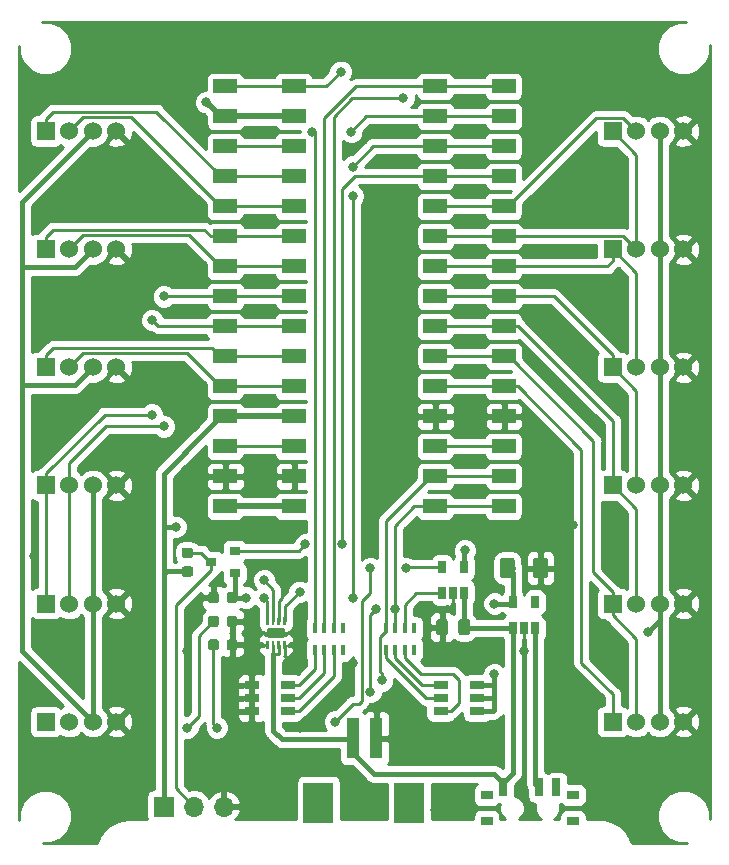
<source format=gbr>
G04 #@! TF.GenerationSoftware,KiCad,Pcbnew,(5.0.1-3-g963ef8bb5)*
G04 #@! TF.CreationDate,2020-02-17T10:00:22+01:00*
G04 #@! TF.ProjectId,studIOTmega_v11,73747564494F546D6567615F7631312E,rev?*
G04 #@! TF.SameCoordinates,Original*
G04 #@! TF.FileFunction,Copper,L1,Top,Signal*
G04 #@! TF.FilePolarity,Positive*
%FSLAX46Y46*%
G04 Gerber Fmt 4.6, Leading zero omitted, Abs format (unit mm)*
G04 Created by KiCad (PCBNEW (5.0.1-3-g963ef8bb5)) date 2020 February 17, Monday 10:00:22*
%MOMM*%
%LPD*%
G01*
G04 APERTURE LIST*
G04 #@! TA.AperFunction,SMDPad,CuDef*
%ADD10R,0.900000X0.800000*%
G04 #@! TD*
G04 #@! TA.AperFunction,Conductor*
%ADD11C,0.100000*%
G04 #@! TD*
G04 #@! TA.AperFunction,SMDPad,CuDef*
%ADD12C,0.900000*%
G04 #@! TD*
G04 #@! TA.AperFunction,SMDPad,CuDef*
%ADD13C,0.250000*%
G04 #@! TD*
G04 #@! TA.AperFunction,ComponentPad*
%ADD14O,1.700000X1.700000*%
G04 #@! TD*
G04 #@! TA.AperFunction,ComponentPad*
%ADD15R,1.700000X1.700000*%
G04 #@! TD*
G04 #@! TA.AperFunction,ComponentPad*
%ADD16R,1.524000X1.524000*%
G04 #@! TD*
G04 #@! TA.AperFunction,ComponentPad*
%ADD17C,1.524000*%
G04 #@! TD*
G04 #@! TA.AperFunction,SMDPad,CuDef*
%ADD18R,2.000000X1.200000*%
G04 #@! TD*
G04 #@! TA.AperFunction,SMDPad,CuDef*
%ADD19C,0.975000*%
G04 #@! TD*
G04 #@! TA.AperFunction,SMDPad,CuDef*
%ADD20C,1.250000*%
G04 #@! TD*
G04 #@! TA.AperFunction,SMDPad,CuDef*
%ADD21R,1.000000X3.500000*%
G04 #@! TD*
G04 #@! TA.AperFunction,SMDPad,CuDef*
%ADD22R,2.500000X3.500000*%
G04 #@! TD*
G04 #@! TA.AperFunction,SMDPad,CuDef*
%ADD23C,0.875000*%
G04 #@! TD*
G04 #@! TA.AperFunction,SMDPad,CuDef*
%ADD24R,0.400000X0.900000*%
G04 #@! TD*
G04 #@! TA.AperFunction,SMDPad,CuDef*
%ADD25R,0.700000X1.500000*%
G04 #@! TD*
G04 #@! TA.AperFunction,SMDPad,CuDef*
%ADD26R,1.000000X0.800000*%
G04 #@! TD*
G04 #@! TA.AperFunction,SMDPad,CuDef*
%ADD27R,0.650000X1.060000*%
G04 #@! TD*
G04 #@! TA.AperFunction,SMDPad,CuDef*
%ADD28R,1.300000X0.700000*%
G04 #@! TD*
G04 #@! TA.AperFunction,ViaPad*
%ADD29C,0.800000*%
G04 #@! TD*
G04 #@! TA.AperFunction,Conductor*
%ADD30C,0.400000*%
G04 #@! TD*
G04 #@! TA.AperFunction,Conductor*
%ADD31C,0.250000*%
G04 #@! TD*
G04 #@! TA.AperFunction,Conductor*
%ADD32C,0.500000*%
G04 #@! TD*
G04 #@! TA.AperFunction,Conductor*
%ADD33C,0.254000*%
G04 #@! TD*
G04 APERTURE END LIST*
D10*
G04 #@! TO.P,Q00,1*
G04 #@! TO.N,3V3*
X89000000Y-123450000D03*
G04 #@! TO.P,Q00,2*
G04 #@! TO.N,D9*
X89000000Y-121550000D03*
G04 #@! TO.P,Q00,3*
G04 #@! TO.N,Net-(J13-Pad2)*
X87000000Y-122500000D03*
G04 #@! TD*
D11*
G04 #@! TO.N,GND*
G04 #@! TO.C,U02*
G36*
X93047054Y-128051083D02*
X93068895Y-128054323D01*
X93090314Y-128059688D01*
X93111104Y-128067127D01*
X93131064Y-128076568D01*
X93150003Y-128087919D01*
X93167738Y-128101073D01*
X93184099Y-128115901D01*
X93198927Y-128132262D01*
X93212081Y-128149997D01*
X93223432Y-128168936D01*
X93232873Y-128188896D01*
X93240312Y-128209686D01*
X93245677Y-128231105D01*
X93248917Y-128252946D01*
X93250000Y-128275000D01*
X93250000Y-128725000D01*
X93248917Y-128747054D01*
X93245677Y-128768895D01*
X93240312Y-128790314D01*
X93232873Y-128811104D01*
X93223432Y-128831064D01*
X93212081Y-128850003D01*
X93198927Y-128867738D01*
X93184099Y-128884099D01*
X93167738Y-128898927D01*
X93150003Y-128912081D01*
X93131064Y-128923432D01*
X93111104Y-128932873D01*
X93090314Y-128940312D01*
X93068895Y-128945677D01*
X93047054Y-128948917D01*
X93025000Y-128950000D01*
X91975000Y-128950000D01*
X91952946Y-128948917D01*
X91931105Y-128945677D01*
X91909686Y-128940312D01*
X91888896Y-128932873D01*
X91868936Y-128923432D01*
X91849997Y-128912081D01*
X91832262Y-128898927D01*
X91815901Y-128884099D01*
X91801073Y-128867738D01*
X91787919Y-128850003D01*
X91776568Y-128831064D01*
X91767127Y-128811104D01*
X91759688Y-128790314D01*
X91754323Y-128768895D01*
X91751083Y-128747054D01*
X91750000Y-128725000D01*
X91750000Y-128275000D01*
X91751083Y-128252946D01*
X91754323Y-128231105D01*
X91759688Y-128209686D01*
X91767127Y-128188896D01*
X91776568Y-128168936D01*
X91787919Y-128149997D01*
X91801073Y-128132262D01*
X91815901Y-128115901D01*
X91832262Y-128101073D01*
X91849997Y-128087919D01*
X91868936Y-128076568D01*
X91888896Y-128067127D01*
X91909686Y-128059688D01*
X91931105Y-128054323D01*
X91952946Y-128051083D01*
X91975000Y-128050000D01*
X93025000Y-128050000D01*
X93047054Y-128051083D01*
X93047054Y-128051083D01*
G37*
D12*
G04 #@! TD*
G04 #@! TO.P,U02,9*
G04 #@! TO.N,GND*
X92500000Y-128500000D03*
D11*
G04 #@! TO.N,GND*
G04 #@! TO.C,U02*
G36*
X91818626Y-129150301D02*
X91824693Y-129151201D01*
X91830643Y-129152691D01*
X91836418Y-129154758D01*
X91841962Y-129157380D01*
X91847223Y-129160533D01*
X91852150Y-129164187D01*
X91856694Y-129168306D01*
X91860813Y-129172850D01*
X91864467Y-129177777D01*
X91867620Y-129183038D01*
X91870242Y-129188582D01*
X91872309Y-129194357D01*
X91873799Y-129200307D01*
X91874699Y-129206374D01*
X91875000Y-129212500D01*
X91875000Y-129787500D01*
X91874699Y-129793626D01*
X91873799Y-129799693D01*
X91872309Y-129805643D01*
X91870242Y-129811418D01*
X91867620Y-129816962D01*
X91864467Y-129822223D01*
X91860813Y-129827150D01*
X91856694Y-129831694D01*
X91852150Y-129835813D01*
X91847223Y-129839467D01*
X91841962Y-129842620D01*
X91836418Y-129845242D01*
X91830643Y-129847309D01*
X91824693Y-129848799D01*
X91818626Y-129849699D01*
X91812500Y-129850000D01*
X91687500Y-129850000D01*
X91681374Y-129849699D01*
X91675307Y-129848799D01*
X91669357Y-129847309D01*
X91663582Y-129845242D01*
X91658038Y-129842620D01*
X91652777Y-129839467D01*
X91647850Y-129835813D01*
X91643306Y-129831694D01*
X91639187Y-129827150D01*
X91635533Y-129822223D01*
X91632380Y-129816962D01*
X91629758Y-129811418D01*
X91627691Y-129805643D01*
X91626201Y-129799693D01*
X91625301Y-129793626D01*
X91625000Y-129787500D01*
X91625000Y-129212500D01*
X91625301Y-129206374D01*
X91626201Y-129200307D01*
X91627691Y-129194357D01*
X91629758Y-129188582D01*
X91632380Y-129183038D01*
X91635533Y-129177777D01*
X91639187Y-129172850D01*
X91643306Y-129168306D01*
X91647850Y-129164187D01*
X91652777Y-129160533D01*
X91658038Y-129157380D01*
X91663582Y-129154758D01*
X91669357Y-129152691D01*
X91675307Y-129151201D01*
X91681374Y-129150301D01*
X91687500Y-129150000D01*
X91812500Y-129150000D01*
X91818626Y-129150301D01*
X91818626Y-129150301D01*
G37*
D13*
G04 #@! TD*
G04 #@! TO.P,U02,1*
G04 #@! TO.N,GND*
X91750000Y-129500000D03*
D11*
G04 #@! TO.N,VBAT*
G04 #@! TO.C,U02*
G36*
X92318626Y-129150301D02*
X92324693Y-129151201D01*
X92330643Y-129152691D01*
X92336418Y-129154758D01*
X92341962Y-129157380D01*
X92347223Y-129160533D01*
X92352150Y-129164187D01*
X92356694Y-129168306D01*
X92360813Y-129172850D01*
X92364467Y-129177777D01*
X92367620Y-129183038D01*
X92370242Y-129188582D01*
X92372309Y-129194357D01*
X92373799Y-129200307D01*
X92374699Y-129206374D01*
X92375000Y-129212500D01*
X92375000Y-129787500D01*
X92374699Y-129793626D01*
X92373799Y-129799693D01*
X92372309Y-129805643D01*
X92370242Y-129811418D01*
X92367620Y-129816962D01*
X92364467Y-129822223D01*
X92360813Y-129827150D01*
X92356694Y-129831694D01*
X92352150Y-129835813D01*
X92347223Y-129839467D01*
X92341962Y-129842620D01*
X92336418Y-129845242D01*
X92330643Y-129847309D01*
X92324693Y-129848799D01*
X92318626Y-129849699D01*
X92312500Y-129850000D01*
X92187500Y-129850000D01*
X92181374Y-129849699D01*
X92175307Y-129848799D01*
X92169357Y-129847309D01*
X92163582Y-129845242D01*
X92158038Y-129842620D01*
X92152777Y-129839467D01*
X92147850Y-129835813D01*
X92143306Y-129831694D01*
X92139187Y-129827150D01*
X92135533Y-129822223D01*
X92132380Y-129816962D01*
X92129758Y-129811418D01*
X92127691Y-129805643D01*
X92126201Y-129799693D01*
X92125301Y-129793626D01*
X92125000Y-129787500D01*
X92125000Y-129212500D01*
X92125301Y-129206374D01*
X92126201Y-129200307D01*
X92127691Y-129194357D01*
X92129758Y-129188582D01*
X92132380Y-129183038D01*
X92135533Y-129177777D01*
X92139187Y-129172850D01*
X92143306Y-129168306D01*
X92147850Y-129164187D01*
X92152777Y-129160533D01*
X92158038Y-129157380D01*
X92163582Y-129154758D01*
X92169357Y-129152691D01*
X92175307Y-129151201D01*
X92181374Y-129150301D01*
X92187500Y-129150000D01*
X92312500Y-129150000D01*
X92318626Y-129150301D01*
X92318626Y-129150301D01*
G37*
D13*
G04 #@! TD*
G04 #@! TO.P,U02,2*
G04 #@! TO.N,VBAT*
X92250000Y-129500000D03*
D11*
G04 #@! TO.N,VBAT*
G04 #@! TO.C,U02*
G36*
X92818626Y-129150301D02*
X92824693Y-129151201D01*
X92830643Y-129152691D01*
X92836418Y-129154758D01*
X92841962Y-129157380D01*
X92847223Y-129160533D01*
X92852150Y-129164187D01*
X92856694Y-129168306D01*
X92860813Y-129172850D01*
X92864467Y-129177777D01*
X92867620Y-129183038D01*
X92870242Y-129188582D01*
X92872309Y-129194357D01*
X92873799Y-129200307D01*
X92874699Y-129206374D01*
X92875000Y-129212500D01*
X92875000Y-129787500D01*
X92874699Y-129793626D01*
X92873799Y-129799693D01*
X92872309Y-129805643D01*
X92870242Y-129811418D01*
X92867620Y-129816962D01*
X92864467Y-129822223D01*
X92860813Y-129827150D01*
X92856694Y-129831694D01*
X92852150Y-129835813D01*
X92847223Y-129839467D01*
X92841962Y-129842620D01*
X92836418Y-129845242D01*
X92830643Y-129847309D01*
X92824693Y-129848799D01*
X92818626Y-129849699D01*
X92812500Y-129850000D01*
X92687500Y-129850000D01*
X92681374Y-129849699D01*
X92675307Y-129848799D01*
X92669357Y-129847309D01*
X92663582Y-129845242D01*
X92658038Y-129842620D01*
X92652777Y-129839467D01*
X92647850Y-129835813D01*
X92643306Y-129831694D01*
X92639187Y-129827150D01*
X92635533Y-129822223D01*
X92632380Y-129816962D01*
X92629758Y-129811418D01*
X92627691Y-129805643D01*
X92626201Y-129799693D01*
X92625301Y-129793626D01*
X92625000Y-129787500D01*
X92625000Y-129212500D01*
X92625301Y-129206374D01*
X92626201Y-129200307D01*
X92627691Y-129194357D01*
X92629758Y-129188582D01*
X92632380Y-129183038D01*
X92635533Y-129177777D01*
X92639187Y-129172850D01*
X92643306Y-129168306D01*
X92647850Y-129164187D01*
X92652777Y-129160533D01*
X92658038Y-129157380D01*
X92663582Y-129154758D01*
X92669357Y-129152691D01*
X92675307Y-129151201D01*
X92681374Y-129150301D01*
X92687500Y-129150000D01*
X92812500Y-129150000D01*
X92818626Y-129150301D01*
X92818626Y-129150301D01*
G37*
D13*
G04 #@! TD*
G04 #@! TO.P,U02,3*
G04 #@! TO.N,VBAT*
X92750000Y-129500000D03*
D11*
G04 #@! TO.N,GND*
G04 #@! TO.C,U02*
G36*
X93318626Y-129150301D02*
X93324693Y-129151201D01*
X93330643Y-129152691D01*
X93336418Y-129154758D01*
X93341962Y-129157380D01*
X93347223Y-129160533D01*
X93352150Y-129164187D01*
X93356694Y-129168306D01*
X93360813Y-129172850D01*
X93364467Y-129177777D01*
X93367620Y-129183038D01*
X93370242Y-129188582D01*
X93372309Y-129194357D01*
X93373799Y-129200307D01*
X93374699Y-129206374D01*
X93375000Y-129212500D01*
X93375000Y-129787500D01*
X93374699Y-129793626D01*
X93373799Y-129799693D01*
X93372309Y-129805643D01*
X93370242Y-129811418D01*
X93367620Y-129816962D01*
X93364467Y-129822223D01*
X93360813Y-129827150D01*
X93356694Y-129831694D01*
X93352150Y-129835813D01*
X93347223Y-129839467D01*
X93341962Y-129842620D01*
X93336418Y-129845242D01*
X93330643Y-129847309D01*
X93324693Y-129848799D01*
X93318626Y-129849699D01*
X93312500Y-129850000D01*
X93187500Y-129850000D01*
X93181374Y-129849699D01*
X93175307Y-129848799D01*
X93169357Y-129847309D01*
X93163582Y-129845242D01*
X93158038Y-129842620D01*
X93152777Y-129839467D01*
X93147850Y-129835813D01*
X93143306Y-129831694D01*
X93139187Y-129827150D01*
X93135533Y-129822223D01*
X93132380Y-129816962D01*
X93129758Y-129811418D01*
X93127691Y-129805643D01*
X93126201Y-129799693D01*
X93125301Y-129793626D01*
X93125000Y-129787500D01*
X93125000Y-129212500D01*
X93125301Y-129206374D01*
X93126201Y-129200307D01*
X93127691Y-129194357D01*
X93129758Y-129188582D01*
X93132380Y-129183038D01*
X93135533Y-129177777D01*
X93139187Y-129172850D01*
X93143306Y-129168306D01*
X93147850Y-129164187D01*
X93152777Y-129160533D01*
X93158038Y-129157380D01*
X93163582Y-129154758D01*
X93169357Y-129152691D01*
X93175307Y-129151201D01*
X93181374Y-129150301D01*
X93187500Y-129150000D01*
X93312500Y-129150000D01*
X93318626Y-129150301D01*
X93318626Y-129150301D01*
G37*
D13*
G04 #@! TD*
G04 #@! TO.P,U02,4*
G04 #@! TO.N,GND*
X93250000Y-129500000D03*
D11*
G04 #@! TO.N,ALRT*
G04 #@! TO.C,U02*
G36*
X93318626Y-127150301D02*
X93324693Y-127151201D01*
X93330643Y-127152691D01*
X93336418Y-127154758D01*
X93341962Y-127157380D01*
X93347223Y-127160533D01*
X93352150Y-127164187D01*
X93356694Y-127168306D01*
X93360813Y-127172850D01*
X93364467Y-127177777D01*
X93367620Y-127183038D01*
X93370242Y-127188582D01*
X93372309Y-127194357D01*
X93373799Y-127200307D01*
X93374699Y-127206374D01*
X93375000Y-127212500D01*
X93375000Y-127787500D01*
X93374699Y-127793626D01*
X93373799Y-127799693D01*
X93372309Y-127805643D01*
X93370242Y-127811418D01*
X93367620Y-127816962D01*
X93364467Y-127822223D01*
X93360813Y-127827150D01*
X93356694Y-127831694D01*
X93352150Y-127835813D01*
X93347223Y-127839467D01*
X93341962Y-127842620D01*
X93336418Y-127845242D01*
X93330643Y-127847309D01*
X93324693Y-127848799D01*
X93318626Y-127849699D01*
X93312500Y-127850000D01*
X93187500Y-127850000D01*
X93181374Y-127849699D01*
X93175307Y-127848799D01*
X93169357Y-127847309D01*
X93163582Y-127845242D01*
X93158038Y-127842620D01*
X93152777Y-127839467D01*
X93147850Y-127835813D01*
X93143306Y-127831694D01*
X93139187Y-127827150D01*
X93135533Y-127822223D01*
X93132380Y-127816962D01*
X93129758Y-127811418D01*
X93127691Y-127805643D01*
X93126201Y-127799693D01*
X93125301Y-127793626D01*
X93125000Y-127787500D01*
X93125000Y-127212500D01*
X93125301Y-127206374D01*
X93126201Y-127200307D01*
X93127691Y-127194357D01*
X93129758Y-127188582D01*
X93132380Y-127183038D01*
X93135533Y-127177777D01*
X93139187Y-127172850D01*
X93143306Y-127168306D01*
X93147850Y-127164187D01*
X93152777Y-127160533D01*
X93158038Y-127157380D01*
X93163582Y-127154758D01*
X93169357Y-127152691D01*
X93175307Y-127151201D01*
X93181374Y-127150301D01*
X93187500Y-127150000D01*
X93312500Y-127150000D01*
X93318626Y-127150301D01*
X93318626Y-127150301D01*
G37*
D13*
G04 #@! TD*
G04 #@! TO.P,U02,5*
G04 #@! TO.N,ALRT*
X93250000Y-127500000D03*
D11*
G04 #@! TO.N,GND*
G04 #@! TO.C,U02*
G36*
X92818626Y-127150301D02*
X92824693Y-127151201D01*
X92830643Y-127152691D01*
X92836418Y-127154758D01*
X92841962Y-127157380D01*
X92847223Y-127160533D01*
X92852150Y-127164187D01*
X92856694Y-127168306D01*
X92860813Y-127172850D01*
X92864467Y-127177777D01*
X92867620Y-127183038D01*
X92870242Y-127188582D01*
X92872309Y-127194357D01*
X92873799Y-127200307D01*
X92874699Y-127206374D01*
X92875000Y-127212500D01*
X92875000Y-127787500D01*
X92874699Y-127793626D01*
X92873799Y-127799693D01*
X92872309Y-127805643D01*
X92870242Y-127811418D01*
X92867620Y-127816962D01*
X92864467Y-127822223D01*
X92860813Y-127827150D01*
X92856694Y-127831694D01*
X92852150Y-127835813D01*
X92847223Y-127839467D01*
X92841962Y-127842620D01*
X92836418Y-127845242D01*
X92830643Y-127847309D01*
X92824693Y-127848799D01*
X92818626Y-127849699D01*
X92812500Y-127850000D01*
X92687500Y-127850000D01*
X92681374Y-127849699D01*
X92675307Y-127848799D01*
X92669357Y-127847309D01*
X92663582Y-127845242D01*
X92658038Y-127842620D01*
X92652777Y-127839467D01*
X92647850Y-127835813D01*
X92643306Y-127831694D01*
X92639187Y-127827150D01*
X92635533Y-127822223D01*
X92632380Y-127816962D01*
X92629758Y-127811418D01*
X92627691Y-127805643D01*
X92626201Y-127799693D01*
X92625301Y-127793626D01*
X92625000Y-127787500D01*
X92625000Y-127212500D01*
X92625301Y-127206374D01*
X92626201Y-127200307D01*
X92627691Y-127194357D01*
X92629758Y-127188582D01*
X92632380Y-127183038D01*
X92635533Y-127177777D01*
X92639187Y-127172850D01*
X92643306Y-127168306D01*
X92647850Y-127164187D01*
X92652777Y-127160533D01*
X92658038Y-127157380D01*
X92663582Y-127154758D01*
X92669357Y-127152691D01*
X92675307Y-127151201D01*
X92681374Y-127150301D01*
X92687500Y-127150000D01*
X92812500Y-127150000D01*
X92818626Y-127150301D01*
X92818626Y-127150301D01*
G37*
D13*
G04 #@! TD*
G04 #@! TO.P,U02,6*
G04 #@! TO.N,GND*
X92750000Y-127500000D03*
D11*
G04 #@! TO.N,SCL*
G04 #@! TO.C,U02*
G36*
X92318626Y-127150301D02*
X92324693Y-127151201D01*
X92330643Y-127152691D01*
X92336418Y-127154758D01*
X92341962Y-127157380D01*
X92347223Y-127160533D01*
X92352150Y-127164187D01*
X92356694Y-127168306D01*
X92360813Y-127172850D01*
X92364467Y-127177777D01*
X92367620Y-127183038D01*
X92370242Y-127188582D01*
X92372309Y-127194357D01*
X92373799Y-127200307D01*
X92374699Y-127206374D01*
X92375000Y-127212500D01*
X92375000Y-127787500D01*
X92374699Y-127793626D01*
X92373799Y-127799693D01*
X92372309Y-127805643D01*
X92370242Y-127811418D01*
X92367620Y-127816962D01*
X92364467Y-127822223D01*
X92360813Y-127827150D01*
X92356694Y-127831694D01*
X92352150Y-127835813D01*
X92347223Y-127839467D01*
X92341962Y-127842620D01*
X92336418Y-127845242D01*
X92330643Y-127847309D01*
X92324693Y-127848799D01*
X92318626Y-127849699D01*
X92312500Y-127850000D01*
X92187500Y-127850000D01*
X92181374Y-127849699D01*
X92175307Y-127848799D01*
X92169357Y-127847309D01*
X92163582Y-127845242D01*
X92158038Y-127842620D01*
X92152777Y-127839467D01*
X92147850Y-127835813D01*
X92143306Y-127831694D01*
X92139187Y-127827150D01*
X92135533Y-127822223D01*
X92132380Y-127816962D01*
X92129758Y-127811418D01*
X92127691Y-127805643D01*
X92126201Y-127799693D01*
X92125301Y-127793626D01*
X92125000Y-127787500D01*
X92125000Y-127212500D01*
X92125301Y-127206374D01*
X92126201Y-127200307D01*
X92127691Y-127194357D01*
X92129758Y-127188582D01*
X92132380Y-127183038D01*
X92135533Y-127177777D01*
X92139187Y-127172850D01*
X92143306Y-127168306D01*
X92147850Y-127164187D01*
X92152777Y-127160533D01*
X92158038Y-127157380D01*
X92163582Y-127154758D01*
X92169357Y-127152691D01*
X92175307Y-127151201D01*
X92181374Y-127150301D01*
X92187500Y-127150000D01*
X92312500Y-127150000D01*
X92318626Y-127150301D01*
X92318626Y-127150301D01*
G37*
D13*
G04 #@! TD*
G04 #@! TO.P,U02,7*
G04 #@! TO.N,SCL*
X92250000Y-127500000D03*
D11*
G04 #@! TO.N,SDA*
G04 #@! TO.C,U02*
G36*
X91818626Y-127150301D02*
X91824693Y-127151201D01*
X91830643Y-127152691D01*
X91836418Y-127154758D01*
X91841962Y-127157380D01*
X91847223Y-127160533D01*
X91852150Y-127164187D01*
X91856694Y-127168306D01*
X91860813Y-127172850D01*
X91864467Y-127177777D01*
X91867620Y-127183038D01*
X91870242Y-127188582D01*
X91872309Y-127194357D01*
X91873799Y-127200307D01*
X91874699Y-127206374D01*
X91875000Y-127212500D01*
X91875000Y-127787500D01*
X91874699Y-127793626D01*
X91873799Y-127799693D01*
X91872309Y-127805643D01*
X91870242Y-127811418D01*
X91867620Y-127816962D01*
X91864467Y-127822223D01*
X91860813Y-127827150D01*
X91856694Y-127831694D01*
X91852150Y-127835813D01*
X91847223Y-127839467D01*
X91841962Y-127842620D01*
X91836418Y-127845242D01*
X91830643Y-127847309D01*
X91824693Y-127848799D01*
X91818626Y-127849699D01*
X91812500Y-127850000D01*
X91687500Y-127850000D01*
X91681374Y-127849699D01*
X91675307Y-127848799D01*
X91669357Y-127847309D01*
X91663582Y-127845242D01*
X91658038Y-127842620D01*
X91652777Y-127839467D01*
X91647850Y-127835813D01*
X91643306Y-127831694D01*
X91639187Y-127827150D01*
X91635533Y-127822223D01*
X91632380Y-127816962D01*
X91629758Y-127811418D01*
X91627691Y-127805643D01*
X91626201Y-127799693D01*
X91625301Y-127793626D01*
X91625000Y-127787500D01*
X91625000Y-127212500D01*
X91625301Y-127206374D01*
X91626201Y-127200307D01*
X91627691Y-127194357D01*
X91629758Y-127188582D01*
X91632380Y-127183038D01*
X91635533Y-127177777D01*
X91639187Y-127172850D01*
X91643306Y-127168306D01*
X91647850Y-127164187D01*
X91652777Y-127160533D01*
X91658038Y-127157380D01*
X91663582Y-127154758D01*
X91669357Y-127152691D01*
X91675307Y-127151201D01*
X91681374Y-127150301D01*
X91687500Y-127150000D01*
X91812500Y-127150000D01*
X91818626Y-127150301D01*
X91818626Y-127150301D01*
G37*
D13*
G04 #@! TD*
G04 #@! TO.P,U02,8*
G04 #@! TO.N,SDA*
X91750000Y-127500000D03*
D14*
G04 #@! TO.P,J13,3*
G04 #@! TO.N,GND*
X88080000Y-143200000D03*
G04 #@! TO.P,J13,2*
G04 #@! TO.N,Net-(J13-Pad2)*
X85540000Y-143200000D03*
D15*
G04 #@! TO.P,J13,1*
G04 #@! TO.N,VUSB*
X83000000Y-143200000D03*
G04 #@! TD*
D16*
G04 #@! TO.P,J05,1*
G04 #@! TO.N,RX*
X73000000Y-136000000D03*
D17*
G04 #@! TO.P,J05,2*
G04 #@! TO.N,TX*
X75000000Y-136000000D03*
G04 #@! TO.P,J05,3*
G04 #@! TO.N,3V3*
X77000000Y-136000000D03*
G04 #@! TO.P,J05,4*
G04 #@! TO.N,GND*
X79000000Y-136000000D03*
G04 #@! TD*
D16*
G04 #@! TO.P,J08,1*
G04 #@! TO.N,D4*
X121000000Y-116000000D03*
D17*
G04 #@! TO.P,J08,2*
G04 #@! TO.N,D5*
X123000000Y-116000000D03*
G04 #@! TO.P,J08,3*
G04 #@! TO.N,3V3*
X125000000Y-116000000D03*
G04 #@! TO.P,J08,4*
G04 #@! TO.N,GND*
X127000000Y-116000000D03*
G04 #@! TD*
D16*
G04 #@! TO.P,J00,1*
G04 #@! TO.N,A0*
X73000000Y-86000000D03*
D17*
G04 #@! TO.P,J00,2*
G04 #@! TO.N,A1*
X75000000Y-86000000D03*
G04 #@! TO.P,J00,3*
G04 #@! TO.N,3V3*
X77000000Y-86000000D03*
G04 #@! TO.P,J00,4*
G04 #@! TO.N,GND*
X79000000Y-86000000D03*
G04 #@! TD*
D16*
G04 #@! TO.P,J01,1*
G04 #@! TO.N,A2*
X73000000Y-96000000D03*
D17*
G04 #@! TO.P,J01,2*
G04 #@! TO.N,A3*
X75000000Y-96000000D03*
G04 #@! TO.P,J01,3*
G04 #@! TO.N,3V3*
X77000000Y-96000000D03*
G04 #@! TO.P,J01,4*
G04 #@! TO.N,GND*
X79000000Y-96000000D03*
G04 #@! TD*
D16*
G04 #@! TO.P,J02,1*
G04 #@! TO.N,A6*
X73000000Y-106000000D03*
D17*
G04 #@! TO.P,J02,2*
G04 #@! TO.N,A7*
X75000000Y-106000000D03*
G04 #@! TO.P,J02,3*
G04 #@! TO.N,3V3*
X77000000Y-106000000D03*
G04 #@! TO.P,J02,4*
G04 #@! TO.N,GND*
X79000000Y-106000000D03*
G04 #@! TD*
D16*
G04 #@! TO.P,J03,1*
G04 #@! TO.N,SCL*
X73000000Y-116000000D03*
D17*
G04 #@! TO.P,J03,2*
G04 #@! TO.N,SDA*
X75000000Y-116000000D03*
G04 #@! TO.P,J03,3*
G04 #@! TO.N,3V3*
X77000000Y-116000000D03*
G04 #@! TO.P,J03,4*
G04 #@! TO.N,GND*
X79000000Y-116000000D03*
G04 #@! TD*
D16*
G04 #@! TO.P,J04,1*
G04 #@! TO.N,SCL*
X73000000Y-126000000D03*
D17*
G04 #@! TO.P,J04,2*
G04 #@! TO.N,SDA*
X75000000Y-126000000D03*
G04 #@! TO.P,J04,3*
G04 #@! TO.N,3V3*
X77000000Y-126000000D03*
G04 #@! TO.P,J04,4*
G04 #@! TO.N,GND*
X79000000Y-126000000D03*
G04 #@! TD*
D16*
G04 #@! TO.P,J06,1*
G04 #@! TO.N,D2*
X121000000Y-136000000D03*
D17*
G04 #@! TO.P,J06,2*
G04 #@! TO.N,D3*
X123000000Y-136000000D03*
G04 #@! TO.P,J06,3*
G04 #@! TO.N,3V3*
X125000000Y-136000000D03*
G04 #@! TO.P,J06,4*
G04 #@! TO.N,GND*
X127000000Y-136000000D03*
G04 #@! TD*
D16*
G04 #@! TO.P,J07,1*
G04 #@! TO.N,D3*
X121000000Y-126000000D03*
D17*
G04 #@! TO.P,J07,2*
G04 #@! TO.N,D4*
X123000000Y-126000000D03*
G04 #@! TO.P,J07,3*
G04 #@! TO.N,3V3*
X125000000Y-126000000D03*
G04 #@! TO.P,J07,4*
G04 #@! TO.N,GND*
X127000000Y-126000000D03*
G04 #@! TD*
D16*
G04 #@! TO.P,J09,1*
G04 #@! TO.N,D5*
X121000000Y-106000000D03*
D17*
G04 #@! TO.P,J09,2*
G04 #@! TO.N,D6*
X123000000Y-106000000D03*
G04 #@! TO.P,J09,3*
G04 #@! TO.N,3V3*
X125000000Y-106000000D03*
G04 #@! TO.P,J09,4*
G04 #@! TO.N,GND*
X127000000Y-106000000D03*
G04 #@! TD*
D16*
G04 #@! TO.P,J10,1*
G04 #@! TO.N,D6*
X121000000Y-96000000D03*
D17*
G04 #@! TO.P,J10,2*
G04 #@! TO.N,D7*
X123000000Y-96000000D03*
G04 #@! TO.P,J10,3*
G04 #@! TO.N,3V3*
X125000000Y-96000000D03*
G04 #@! TO.P,J10,4*
G04 #@! TO.N,GND*
X127000000Y-96000000D03*
G04 #@! TD*
D16*
G04 #@! TO.P,J11,1*
G04 #@! TO.N,D7*
X121000000Y-86000000D03*
D17*
G04 #@! TO.P,J11,2*
G04 #@! TO.N,D8*
X123000000Y-86000000D03*
G04 #@! TO.P,J11,3*
G04 #@! TO.N,3V3*
X125000000Y-86000000D03*
G04 #@! TO.P,J11,4*
G04 #@! TO.N,GND*
X127000000Y-86000000D03*
G04 #@! TD*
D18*
G04 #@! TO.P,U00,1*
G04 #@! TO.N,D13*
X88190000Y-82220000D03*
G04 #@! TO.P,U00,2*
G04 #@! TO.N,3V3*
X94030000Y-84760000D03*
G04 #@! TO.P,U00,3*
G04 #@! TO.N,Net-(U00-Pad3)*
X88190000Y-87300000D03*
G04 #@! TO.P,U00,4*
G04 #@! TO.N,A0*
X94030000Y-89840000D03*
G04 #@! TO.P,U00,5*
G04 #@! TO.N,A1*
X88190000Y-92380000D03*
G04 #@! TO.P,U00,6*
G04 #@! TO.N,A2*
X94030000Y-94920000D03*
G04 #@! TO.P,U00,7*
G04 #@! TO.N,A3*
X88190000Y-97460000D03*
G04 #@! TO.P,U00,8*
G04 #@! TO.N,SDA*
X94030000Y-100000000D03*
G04 #@! TO.P,U00,9*
G04 #@! TO.N,SCL*
X88190000Y-102540000D03*
G04 #@! TO.P,U00,10*
G04 #@! TO.N,A6*
X94030000Y-105080000D03*
G04 #@! TO.P,U00,11*
G04 #@! TO.N,A7*
X88190000Y-107620000D03*
G04 #@! TO.P,U00,12*
G04 #@! TO.N,VUSB*
X94030000Y-110160000D03*
G04 #@! TO.P,U00,13*
G04 #@! TO.N,Net-(U00-Pad13)*
X88190000Y-112700000D03*
G04 #@! TO.P,U00,14*
G04 #@! TO.N,GND*
X94030000Y-115240000D03*
G04 #@! TO.P,U00,15*
G04 #@! TO.N,VIN*
X88190000Y-117780000D03*
G04 #@! TO.P,U00,16*
G04 #@! TO.N,TX*
X105970000Y-117780000D03*
G04 #@! TO.P,U00,17*
G04 #@! TO.N,RX*
X111810000Y-115240000D03*
G04 #@! TO.P,U00,18*
G04 #@! TO.N,Net-(U00-Pad18)*
X105970000Y-112700000D03*
G04 #@! TO.P,U00,19*
G04 #@! TO.N,GND*
X111810000Y-110160000D03*
G04 #@! TO.P,U00,20*
G04 #@! TO.N,D2*
X105970000Y-107620000D03*
G04 #@! TO.P,U00,21*
G04 #@! TO.N,D3*
X111810000Y-105080000D03*
G04 #@! TO.P,U00,22*
G04 #@! TO.N,D4*
X105970000Y-102540000D03*
G04 #@! TO.P,U00,23*
G04 #@! TO.N,D5*
X111810000Y-100000000D03*
G04 #@! TO.P,U00,24*
G04 #@! TO.N,D6*
X105970000Y-97460000D03*
G04 #@! TO.P,U00,25*
G04 #@! TO.N,D7*
X111810000Y-94920000D03*
G04 #@! TO.P,U00,26*
G04 #@! TO.N,D8*
X105970000Y-92380000D03*
G04 #@! TO.P,U00,27*
G04 #@! TO.N,D9*
X111810000Y-89840000D03*
G04 #@! TO.P,U00,28*
G04 #@! TO.N,ALRT*
X105970000Y-87300000D03*
G04 #@! TO.P,U00,29*
G04 #@! TO.N,D11*
X111810000Y-84760000D03*
G04 #@! TO.P,U00,30*
G04 #@! TO.N,D12*
X105970000Y-82220000D03*
G04 #@! TO.P,U00,27*
G04 #@! TO.N,D9*
X106010000Y-89840000D03*
G04 #@! TO.P,U00,25*
G04 #@! TO.N,D7*
X106010000Y-94920000D03*
G04 #@! TO.P,U00,29*
G04 #@! TO.N,D11*
X106010000Y-84760000D03*
G04 #@! TO.P,U00,17*
G04 #@! TO.N,RX*
X106010000Y-115240000D03*
G04 #@! TO.P,U00,19*
G04 #@! TO.N,GND*
X106010000Y-110160000D03*
G04 #@! TO.P,U00,23*
G04 #@! TO.N,D5*
X106010000Y-100000000D03*
G04 #@! TO.P,U00,21*
G04 #@! TO.N,D3*
X106010000Y-105080000D03*
G04 #@! TO.P,U00,20*
G04 #@! TO.N,D2*
X111770000Y-107620000D03*
G04 #@! TO.P,U00,30*
G04 #@! TO.N,D12*
X111770000Y-82220000D03*
G04 #@! TO.P,U00,16*
G04 #@! TO.N,TX*
X111770000Y-117780000D03*
G04 #@! TO.P,U00,26*
G04 #@! TO.N,D8*
X111770000Y-92380000D03*
G04 #@! TO.P,U00,24*
G04 #@! TO.N,D6*
X111770000Y-97460000D03*
G04 #@! TO.P,U00,18*
G04 #@! TO.N,Net-(U00-Pad18)*
X111770000Y-112700000D03*
G04 #@! TO.P,U00,28*
G04 #@! TO.N,ALRT*
X111770000Y-87300000D03*
G04 #@! TO.P,U00,22*
G04 #@! TO.N,D4*
X111770000Y-102540000D03*
G04 #@! TO.P,U00,4*
G04 #@! TO.N,A0*
X88230000Y-89840000D03*
G04 #@! TO.P,U00,6*
G04 #@! TO.N,A2*
X88230000Y-94920000D03*
G04 #@! TO.P,U00,12*
G04 #@! TO.N,VUSB*
X88230000Y-110160000D03*
G04 #@! TO.P,U00,2*
G04 #@! TO.N,3V3*
X88230000Y-84760000D03*
G04 #@! TO.P,U00,10*
G04 #@! TO.N,A6*
X88230000Y-105080000D03*
G04 #@! TO.P,U00,8*
G04 #@! TO.N,SDA*
X88230000Y-100000000D03*
G04 #@! TO.P,U00,14*
G04 #@! TO.N,GND*
X88230000Y-115240000D03*
G04 #@! TO.P,U00,11*
G04 #@! TO.N,A7*
X93990000Y-107620000D03*
G04 #@! TO.P,U00,15*
G04 #@! TO.N,VIN*
X93990000Y-117780000D03*
G04 #@! TO.P,U00,5*
G04 #@! TO.N,A1*
X93990000Y-92380000D03*
G04 #@! TO.P,U00,13*
G04 #@! TO.N,Net-(U00-Pad13)*
X93990000Y-112700000D03*
G04 #@! TO.P,U00,9*
G04 #@! TO.N,SCL*
X93990000Y-102540000D03*
G04 #@! TO.P,U00,3*
G04 #@! TO.N,Net-(U00-Pad3)*
X93990000Y-87300000D03*
G04 #@! TO.P,U00,1*
G04 #@! TO.N,D13*
X93990000Y-82220000D03*
G04 #@! TO.P,U00,7*
G04 #@! TO.N,A3*
X93990000Y-97460000D03*
G04 #@! TD*
D11*
G04 #@! TO.N,VBAT*
G04 #@! TO.C,C00*
G36*
X108705142Y-127301174D02*
X108728803Y-127304684D01*
X108752007Y-127310496D01*
X108774529Y-127318554D01*
X108796153Y-127328782D01*
X108816670Y-127341079D01*
X108835883Y-127355329D01*
X108853607Y-127371393D01*
X108869671Y-127389117D01*
X108883921Y-127408330D01*
X108896218Y-127428847D01*
X108906446Y-127450471D01*
X108914504Y-127472993D01*
X108920316Y-127496197D01*
X108923826Y-127519858D01*
X108925000Y-127543750D01*
X108925000Y-128456250D01*
X108923826Y-128480142D01*
X108920316Y-128503803D01*
X108914504Y-128527007D01*
X108906446Y-128549529D01*
X108896218Y-128571153D01*
X108883921Y-128591670D01*
X108869671Y-128610883D01*
X108853607Y-128628607D01*
X108835883Y-128644671D01*
X108816670Y-128658921D01*
X108796153Y-128671218D01*
X108774529Y-128681446D01*
X108752007Y-128689504D01*
X108728803Y-128695316D01*
X108705142Y-128698826D01*
X108681250Y-128700000D01*
X108193750Y-128700000D01*
X108169858Y-128698826D01*
X108146197Y-128695316D01*
X108122993Y-128689504D01*
X108100471Y-128681446D01*
X108078847Y-128671218D01*
X108058330Y-128658921D01*
X108039117Y-128644671D01*
X108021393Y-128628607D01*
X108005329Y-128610883D01*
X107991079Y-128591670D01*
X107978782Y-128571153D01*
X107968554Y-128549529D01*
X107960496Y-128527007D01*
X107954684Y-128503803D01*
X107951174Y-128480142D01*
X107950000Y-128456250D01*
X107950000Y-127543750D01*
X107951174Y-127519858D01*
X107954684Y-127496197D01*
X107960496Y-127472993D01*
X107968554Y-127450471D01*
X107978782Y-127428847D01*
X107991079Y-127408330D01*
X108005329Y-127389117D01*
X108021393Y-127371393D01*
X108039117Y-127355329D01*
X108058330Y-127341079D01*
X108078847Y-127328782D01*
X108100471Y-127318554D01*
X108122993Y-127310496D01*
X108146197Y-127304684D01*
X108169858Y-127301174D01*
X108193750Y-127300000D01*
X108681250Y-127300000D01*
X108705142Y-127301174D01*
X108705142Y-127301174D01*
G37*
D19*
G04 #@! TD*
G04 #@! TO.P,C00,1*
G04 #@! TO.N,VBAT*
X108437500Y-128000000D03*
D11*
G04 #@! TO.N,GND*
G04 #@! TO.C,C00*
G36*
X106830142Y-127301174D02*
X106853803Y-127304684D01*
X106877007Y-127310496D01*
X106899529Y-127318554D01*
X106921153Y-127328782D01*
X106941670Y-127341079D01*
X106960883Y-127355329D01*
X106978607Y-127371393D01*
X106994671Y-127389117D01*
X107008921Y-127408330D01*
X107021218Y-127428847D01*
X107031446Y-127450471D01*
X107039504Y-127472993D01*
X107045316Y-127496197D01*
X107048826Y-127519858D01*
X107050000Y-127543750D01*
X107050000Y-128456250D01*
X107048826Y-128480142D01*
X107045316Y-128503803D01*
X107039504Y-128527007D01*
X107031446Y-128549529D01*
X107021218Y-128571153D01*
X107008921Y-128591670D01*
X106994671Y-128610883D01*
X106978607Y-128628607D01*
X106960883Y-128644671D01*
X106941670Y-128658921D01*
X106921153Y-128671218D01*
X106899529Y-128681446D01*
X106877007Y-128689504D01*
X106853803Y-128695316D01*
X106830142Y-128698826D01*
X106806250Y-128700000D01*
X106318750Y-128700000D01*
X106294858Y-128698826D01*
X106271197Y-128695316D01*
X106247993Y-128689504D01*
X106225471Y-128681446D01*
X106203847Y-128671218D01*
X106183330Y-128658921D01*
X106164117Y-128644671D01*
X106146393Y-128628607D01*
X106130329Y-128610883D01*
X106116079Y-128591670D01*
X106103782Y-128571153D01*
X106093554Y-128549529D01*
X106085496Y-128527007D01*
X106079684Y-128503803D01*
X106076174Y-128480142D01*
X106075000Y-128456250D01*
X106075000Y-127543750D01*
X106076174Y-127519858D01*
X106079684Y-127496197D01*
X106085496Y-127472993D01*
X106093554Y-127450471D01*
X106103782Y-127428847D01*
X106116079Y-127408330D01*
X106130329Y-127389117D01*
X106146393Y-127371393D01*
X106164117Y-127355329D01*
X106183330Y-127341079D01*
X106203847Y-127328782D01*
X106225471Y-127318554D01*
X106247993Y-127310496D01*
X106271197Y-127304684D01*
X106294858Y-127301174D01*
X106318750Y-127300000D01*
X106806250Y-127300000D01*
X106830142Y-127301174D01*
X106830142Y-127301174D01*
G37*
D19*
G04 #@! TD*
G04 #@! TO.P,C00,2*
G04 #@! TO.N,GND*
X106562500Y-128000000D03*
D11*
G04 #@! TO.N,3V3*
G04 #@! TO.C,C01*
G36*
X112499504Y-122126204D02*
X112523773Y-122129804D01*
X112547571Y-122135765D01*
X112570671Y-122144030D01*
X112592849Y-122154520D01*
X112613893Y-122167133D01*
X112633598Y-122181747D01*
X112651777Y-122198223D01*
X112668253Y-122216402D01*
X112682867Y-122236107D01*
X112695480Y-122257151D01*
X112705970Y-122279329D01*
X112714235Y-122302429D01*
X112720196Y-122326227D01*
X112723796Y-122350496D01*
X112725000Y-122375000D01*
X112725000Y-123625000D01*
X112723796Y-123649504D01*
X112720196Y-123673773D01*
X112714235Y-123697571D01*
X112705970Y-123720671D01*
X112695480Y-123742849D01*
X112682867Y-123763893D01*
X112668253Y-123783598D01*
X112651777Y-123801777D01*
X112633598Y-123818253D01*
X112613893Y-123832867D01*
X112592849Y-123845480D01*
X112570671Y-123855970D01*
X112547571Y-123864235D01*
X112523773Y-123870196D01*
X112499504Y-123873796D01*
X112475000Y-123875000D01*
X111725000Y-123875000D01*
X111700496Y-123873796D01*
X111676227Y-123870196D01*
X111652429Y-123864235D01*
X111629329Y-123855970D01*
X111607151Y-123845480D01*
X111586107Y-123832867D01*
X111566402Y-123818253D01*
X111548223Y-123801777D01*
X111531747Y-123783598D01*
X111517133Y-123763893D01*
X111504520Y-123742849D01*
X111494030Y-123720671D01*
X111485765Y-123697571D01*
X111479804Y-123673773D01*
X111476204Y-123649504D01*
X111475000Y-123625000D01*
X111475000Y-122375000D01*
X111476204Y-122350496D01*
X111479804Y-122326227D01*
X111485765Y-122302429D01*
X111494030Y-122279329D01*
X111504520Y-122257151D01*
X111517133Y-122236107D01*
X111531747Y-122216402D01*
X111548223Y-122198223D01*
X111566402Y-122181747D01*
X111586107Y-122167133D01*
X111607151Y-122154520D01*
X111629329Y-122144030D01*
X111652429Y-122135765D01*
X111676227Y-122129804D01*
X111700496Y-122126204D01*
X111725000Y-122125000D01*
X112475000Y-122125000D01*
X112499504Y-122126204D01*
X112499504Y-122126204D01*
G37*
D20*
G04 #@! TD*
G04 #@! TO.P,C01,1*
G04 #@! TO.N,3V3*
X112100000Y-123000000D03*
D11*
G04 #@! TO.N,GND*
G04 #@! TO.C,C01*
G36*
X115299504Y-122126204D02*
X115323773Y-122129804D01*
X115347571Y-122135765D01*
X115370671Y-122144030D01*
X115392849Y-122154520D01*
X115413893Y-122167133D01*
X115433598Y-122181747D01*
X115451777Y-122198223D01*
X115468253Y-122216402D01*
X115482867Y-122236107D01*
X115495480Y-122257151D01*
X115505970Y-122279329D01*
X115514235Y-122302429D01*
X115520196Y-122326227D01*
X115523796Y-122350496D01*
X115525000Y-122375000D01*
X115525000Y-123625000D01*
X115523796Y-123649504D01*
X115520196Y-123673773D01*
X115514235Y-123697571D01*
X115505970Y-123720671D01*
X115495480Y-123742849D01*
X115482867Y-123763893D01*
X115468253Y-123783598D01*
X115451777Y-123801777D01*
X115433598Y-123818253D01*
X115413893Y-123832867D01*
X115392849Y-123845480D01*
X115370671Y-123855970D01*
X115347571Y-123864235D01*
X115323773Y-123870196D01*
X115299504Y-123873796D01*
X115275000Y-123875000D01*
X114525000Y-123875000D01*
X114500496Y-123873796D01*
X114476227Y-123870196D01*
X114452429Y-123864235D01*
X114429329Y-123855970D01*
X114407151Y-123845480D01*
X114386107Y-123832867D01*
X114366402Y-123818253D01*
X114348223Y-123801777D01*
X114331747Y-123783598D01*
X114317133Y-123763893D01*
X114304520Y-123742849D01*
X114294030Y-123720671D01*
X114285765Y-123697571D01*
X114279804Y-123673773D01*
X114276204Y-123649504D01*
X114275000Y-123625000D01*
X114275000Y-122375000D01*
X114276204Y-122350496D01*
X114279804Y-122326227D01*
X114285765Y-122302429D01*
X114294030Y-122279329D01*
X114304520Y-122257151D01*
X114317133Y-122236107D01*
X114331747Y-122216402D01*
X114348223Y-122198223D01*
X114366402Y-122181747D01*
X114386107Y-122167133D01*
X114407151Y-122154520D01*
X114429329Y-122144030D01*
X114452429Y-122135765D01*
X114476227Y-122129804D01*
X114500496Y-122126204D01*
X114525000Y-122125000D01*
X115275000Y-122125000D01*
X115299504Y-122126204D01*
X115299504Y-122126204D01*
G37*
D20*
G04 #@! TD*
G04 #@! TO.P,C01,2*
G04 #@! TO.N,GND*
X114900000Y-123000000D03*
D21*
G04 #@! TO.P,J12,2*
G04 #@! TO.N,GND*
X101000000Y-137400000D03*
G04 #@! TO.P,J12,1*
G04 #@! TO.N,VBAT*
X99000000Y-137400000D03*
D22*
G04 #@! TO.P,J12,*
G04 #@! TO.N,*
X96100000Y-142900000D03*
X103800000Y-142900000D03*
G04 #@! TD*
D11*
G04 #@! TO.N,GND*
G04 #@! TO.C,R00*
G36*
X89027691Y-129026053D02*
X89048926Y-129029203D01*
X89069750Y-129034419D01*
X89089962Y-129041651D01*
X89109368Y-129050830D01*
X89127781Y-129061866D01*
X89145024Y-129074654D01*
X89160930Y-129089070D01*
X89175346Y-129104976D01*
X89188134Y-129122219D01*
X89199170Y-129140632D01*
X89208349Y-129160038D01*
X89215581Y-129180250D01*
X89220797Y-129201074D01*
X89223947Y-129222309D01*
X89225000Y-129243750D01*
X89225000Y-129756250D01*
X89223947Y-129777691D01*
X89220797Y-129798926D01*
X89215581Y-129819750D01*
X89208349Y-129839962D01*
X89199170Y-129859368D01*
X89188134Y-129877781D01*
X89175346Y-129895024D01*
X89160930Y-129910930D01*
X89145024Y-129925346D01*
X89127781Y-129938134D01*
X89109368Y-129949170D01*
X89089962Y-129958349D01*
X89069750Y-129965581D01*
X89048926Y-129970797D01*
X89027691Y-129973947D01*
X89006250Y-129975000D01*
X88568750Y-129975000D01*
X88547309Y-129973947D01*
X88526074Y-129970797D01*
X88505250Y-129965581D01*
X88485038Y-129958349D01*
X88465632Y-129949170D01*
X88447219Y-129938134D01*
X88429976Y-129925346D01*
X88414070Y-129910930D01*
X88399654Y-129895024D01*
X88386866Y-129877781D01*
X88375830Y-129859368D01*
X88366651Y-129839962D01*
X88359419Y-129819750D01*
X88354203Y-129798926D01*
X88351053Y-129777691D01*
X88350000Y-129756250D01*
X88350000Y-129243750D01*
X88351053Y-129222309D01*
X88354203Y-129201074D01*
X88359419Y-129180250D01*
X88366651Y-129160038D01*
X88375830Y-129140632D01*
X88386866Y-129122219D01*
X88399654Y-129104976D01*
X88414070Y-129089070D01*
X88429976Y-129074654D01*
X88447219Y-129061866D01*
X88465632Y-129050830D01*
X88485038Y-129041651D01*
X88505250Y-129034419D01*
X88526074Y-129029203D01*
X88547309Y-129026053D01*
X88568750Y-129025000D01*
X89006250Y-129025000D01*
X89027691Y-129026053D01*
X89027691Y-129026053D01*
G37*
D23*
G04 #@! TD*
G04 #@! TO.P,R00,1*
G04 #@! TO.N,GND*
X88787500Y-129500000D03*
D11*
G04 #@! TO.N,Net-(JP00-Pad1)*
G04 #@! TO.C,R00*
G36*
X87452691Y-129026053D02*
X87473926Y-129029203D01*
X87494750Y-129034419D01*
X87514962Y-129041651D01*
X87534368Y-129050830D01*
X87552781Y-129061866D01*
X87570024Y-129074654D01*
X87585930Y-129089070D01*
X87600346Y-129104976D01*
X87613134Y-129122219D01*
X87624170Y-129140632D01*
X87633349Y-129160038D01*
X87640581Y-129180250D01*
X87645797Y-129201074D01*
X87648947Y-129222309D01*
X87650000Y-129243750D01*
X87650000Y-129756250D01*
X87648947Y-129777691D01*
X87645797Y-129798926D01*
X87640581Y-129819750D01*
X87633349Y-129839962D01*
X87624170Y-129859368D01*
X87613134Y-129877781D01*
X87600346Y-129895024D01*
X87585930Y-129910930D01*
X87570024Y-129925346D01*
X87552781Y-129938134D01*
X87534368Y-129949170D01*
X87514962Y-129958349D01*
X87494750Y-129965581D01*
X87473926Y-129970797D01*
X87452691Y-129973947D01*
X87431250Y-129975000D01*
X86993750Y-129975000D01*
X86972309Y-129973947D01*
X86951074Y-129970797D01*
X86930250Y-129965581D01*
X86910038Y-129958349D01*
X86890632Y-129949170D01*
X86872219Y-129938134D01*
X86854976Y-129925346D01*
X86839070Y-129910930D01*
X86824654Y-129895024D01*
X86811866Y-129877781D01*
X86800830Y-129859368D01*
X86791651Y-129839962D01*
X86784419Y-129819750D01*
X86779203Y-129798926D01*
X86776053Y-129777691D01*
X86775000Y-129756250D01*
X86775000Y-129243750D01*
X86776053Y-129222309D01*
X86779203Y-129201074D01*
X86784419Y-129180250D01*
X86791651Y-129160038D01*
X86800830Y-129140632D01*
X86811866Y-129122219D01*
X86824654Y-129104976D01*
X86839070Y-129089070D01*
X86854976Y-129074654D01*
X86872219Y-129061866D01*
X86890632Y-129050830D01*
X86910038Y-129041651D01*
X86930250Y-129034419D01*
X86951074Y-129029203D01*
X86972309Y-129026053D01*
X86993750Y-129025000D01*
X87431250Y-129025000D01*
X87452691Y-129026053D01*
X87452691Y-129026053D01*
G37*
D23*
G04 #@! TD*
G04 #@! TO.P,R00,2*
G04 #@! TO.N,Net-(JP00-Pad1)*
X87212500Y-129500000D03*
D11*
G04 #@! TO.N,GND*
G04 #@! TO.C,R01*
G36*
X89027691Y-127026053D02*
X89048926Y-127029203D01*
X89069750Y-127034419D01*
X89089962Y-127041651D01*
X89109368Y-127050830D01*
X89127781Y-127061866D01*
X89145024Y-127074654D01*
X89160930Y-127089070D01*
X89175346Y-127104976D01*
X89188134Y-127122219D01*
X89199170Y-127140632D01*
X89208349Y-127160038D01*
X89215581Y-127180250D01*
X89220797Y-127201074D01*
X89223947Y-127222309D01*
X89225000Y-127243750D01*
X89225000Y-127756250D01*
X89223947Y-127777691D01*
X89220797Y-127798926D01*
X89215581Y-127819750D01*
X89208349Y-127839962D01*
X89199170Y-127859368D01*
X89188134Y-127877781D01*
X89175346Y-127895024D01*
X89160930Y-127910930D01*
X89145024Y-127925346D01*
X89127781Y-127938134D01*
X89109368Y-127949170D01*
X89089962Y-127958349D01*
X89069750Y-127965581D01*
X89048926Y-127970797D01*
X89027691Y-127973947D01*
X89006250Y-127975000D01*
X88568750Y-127975000D01*
X88547309Y-127973947D01*
X88526074Y-127970797D01*
X88505250Y-127965581D01*
X88485038Y-127958349D01*
X88465632Y-127949170D01*
X88447219Y-127938134D01*
X88429976Y-127925346D01*
X88414070Y-127910930D01*
X88399654Y-127895024D01*
X88386866Y-127877781D01*
X88375830Y-127859368D01*
X88366651Y-127839962D01*
X88359419Y-127819750D01*
X88354203Y-127798926D01*
X88351053Y-127777691D01*
X88350000Y-127756250D01*
X88350000Y-127243750D01*
X88351053Y-127222309D01*
X88354203Y-127201074D01*
X88359419Y-127180250D01*
X88366651Y-127160038D01*
X88375830Y-127140632D01*
X88386866Y-127122219D01*
X88399654Y-127104976D01*
X88414070Y-127089070D01*
X88429976Y-127074654D01*
X88447219Y-127061866D01*
X88465632Y-127050830D01*
X88485038Y-127041651D01*
X88505250Y-127034419D01*
X88526074Y-127029203D01*
X88547309Y-127026053D01*
X88568750Y-127025000D01*
X89006250Y-127025000D01*
X89027691Y-127026053D01*
X89027691Y-127026053D01*
G37*
D23*
G04 #@! TD*
G04 #@! TO.P,R01,2*
G04 #@! TO.N,GND*
X88787500Y-127500000D03*
D11*
G04 #@! TO.N,Net-(JP00-Pad3)*
G04 #@! TO.C,R01*
G36*
X87452691Y-127026053D02*
X87473926Y-127029203D01*
X87494750Y-127034419D01*
X87514962Y-127041651D01*
X87534368Y-127050830D01*
X87552781Y-127061866D01*
X87570024Y-127074654D01*
X87585930Y-127089070D01*
X87600346Y-127104976D01*
X87613134Y-127122219D01*
X87624170Y-127140632D01*
X87633349Y-127160038D01*
X87640581Y-127180250D01*
X87645797Y-127201074D01*
X87648947Y-127222309D01*
X87650000Y-127243750D01*
X87650000Y-127756250D01*
X87648947Y-127777691D01*
X87645797Y-127798926D01*
X87640581Y-127819750D01*
X87633349Y-127839962D01*
X87624170Y-127859368D01*
X87613134Y-127877781D01*
X87600346Y-127895024D01*
X87585930Y-127910930D01*
X87570024Y-127925346D01*
X87552781Y-127938134D01*
X87534368Y-127949170D01*
X87514962Y-127958349D01*
X87494750Y-127965581D01*
X87473926Y-127970797D01*
X87452691Y-127973947D01*
X87431250Y-127975000D01*
X86993750Y-127975000D01*
X86972309Y-127973947D01*
X86951074Y-127970797D01*
X86930250Y-127965581D01*
X86910038Y-127958349D01*
X86890632Y-127949170D01*
X86872219Y-127938134D01*
X86854976Y-127925346D01*
X86839070Y-127910930D01*
X86824654Y-127895024D01*
X86811866Y-127877781D01*
X86800830Y-127859368D01*
X86791651Y-127839962D01*
X86784419Y-127819750D01*
X86779203Y-127798926D01*
X86776053Y-127777691D01*
X86775000Y-127756250D01*
X86775000Y-127243750D01*
X86776053Y-127222309D01*
X86779203Y-127201074D01*
X86784419Y-127180250D01*
X86791651Y-127160038D01*
X86800830Y-127140632D01*
X86811866Y-127122219D01*
X86824654Y-127104976D01*
X86839070Y-127089070D01*
X86854976Y-127074654D01*
X86872219Y-127061866D01*
X86890632Y-127050830D01*
X86910038Y-127041651D01*
X86930250Y-127034419D01*
X86951074Y-127029203D01*
X86972309Y-127026053D01*
X86993750Y-127025000D01*
X87431250Y-127025000D01*
X87452691Y-127026053D01*
X87452691Y-127026053D01*
G37*
D23*
G04 #@! TD*
G04 #@! TO.P,R01,1*
G04 #@! TO.N,Net-(JP00-Pad3)*
X87212500Y-127500000D03*
D24*
G04 #@! TO.P,RN00,1*
G04 #@! TO.N,D11*
X95800000Y-128100000D03*
G04 #@! TO.P,RN00,2*
G04 #@! TO.N,D12*
X96600000Y-128100000D03*
G04 #@! TO.P,RN00,3*
G04 #@! TO.N,D13*
X97400000Y-128100000D03*
G04 #@! TO.P,RN00,4*
G04 #@! TO.N,Net-(RN00-Pad4)*
X98200000Y-128100000D03*
G04 #@! TO.P,RN00,5*
G04 #@! TO.N,Net-(RN00-Pad5)*
X98200000Y-129900000D03*
G04 #@! TO.P,RN00,6*
G04 #@! TO.N,Net-(D00-Pad4)*
X97400000Y-129900000D03*
G04 #@! TO.P,RN00,7*
G04 #@! TO.N,Net-(D00-Pad5)*
X96600000Y-129900000D03*
G04 #@! TO.P,RN00,8*
G04 #@! TO.N,Net-(D00-Pad6)*
X95800000Y-129900000D03*
G04 #@! TD*
G04 #@! TO.P,RN01,8*
G04 #@! TO.N,Net-(D01-Pad2)*
X101800000Y-129900000D03*
G04 #@! TO.P,RN01,7*
G04 #@! TO.N,Net-(D01-Pad1)*
X102600000Y-129900000D03*
G04 #@! TO.P,RN01,6*
G04 #@! TO.N,Net-(D01-Pad3)*
X103400000Y-129900000D03*
G04 #@! TO.P,RN01,5*
G04 #@! TO.N,Net-(RN01-Pad5)*
X104200000Y-129900000D03*
G04 #@! TO.P,RN01,4*
G04 #@! TO.N,Net-(RN01-Pad4)*
X104200000Y-128100000D03*
G04 #@! TO.P,RN01,3*
G04 #@! TO.N,STAT*
X103400000Y-128100000D03*
G04 #@! TO.P,RN01,2*
G04 #@! TO.N,TX*
X102600000Y-128100000D03*
G04 #@! TO.P,RN01,1*
G04 #@! TO.N,RX*
X101800000Y-128100000D03*
G04 #@! TD*
D25*
G04 #@! TO.P,SW00,1*
G04 #@! TO.N,VBAT*
X111750000Y-141570000D03*
G04 #@! TO.P,SW00,2*
G04 #@! TO.N,Net-(SW00-Pad2)*
X114750000Y-141570000D03*
G04 #@! TO.P,SW00,3*
G04 #@! TO.N,Net-(SW00-Pad3)*
X116250000Y-141570000D03*
D26*
G04 #@! TO.P,SW00,*
G04 #@! TO.N,*
X110350000Y-144430000D03*
X117650000Y-144430000D03*
X117650000Y-142220000D03*
X110350000Y-142220000D03*
G04 #@! TD*
D27*
G04 #@! TO.P,U01,1*
G04 #@! TO.N,STAT*
X106550000Y-125100000D03*
G04 #@! TO.P,U01,2*
G04 #@! TO.N,GND*
X107500000Y-125100000D03*
G04 #@! TO.P,U01,3*
G04 #@! TO.N,VBAT*
X108450000Y-125100000D03*
G04 #@! TO.P,U01,4*
G04 #@! TO.N,VUSB*
X108450000Y-122900000D03*
G04 #@! TO.P,U01,5*
G04 #@! TO.N,Net-(JP00-Pad2)*
X106550000Y-122900000D03*
G04 #@! TD*
G04 #@! TO.P,U03,5*
G04 #@! TO.N,3V3*
X112550000Y-125900000D03*
G04 #@! TO.P,U03,4*
G04 #@! TO.N,Net-(U03-Pad4)*
X114450000Y-125900000D03*
G04 #@! TO.P,U03,3*
G04 #@! TO.N,Net-(SW00-Pad2)*
X114450000Y-128100000D03*
G04 #@! TO.P,U03,2*
G04 #@! TO.N,GND*
X113500000Y-128100000D03*
G04 #@! TO.P,U03,1*
G04 #@! TO.N,VBAT*
X112550000Y-128100000D03*
G04 #@! TD*
D11*
G04 #@! TO.N,GND*
G04 #@! TO.C,C02*
G36*
X87452691Y-125026053D02*
X87473926Y-125029203D01*
X87494750Y-125034419D01*
X87514962Y-125041651D01*
X87534368Y-125050830D01*
X87552781Y-125061866D01*
X87570024Y-125074654D01*
X87585930Y-125089070D01*
X87600346Y-125104976D01*
X87613134Y-125122219D01*
X87624170Y-125140632D01*
X87633349Y-125160038D01*
X87640581Y-125180250D01*
X87645797Y-125201074D01*
X87648947Y-125222309D01*
X87650000Y-125243750D01*
X87650000Y-125756250D01*
X87648947Y-125777691D01*
X87645797Y-125798926D01*
X87640581Y-125819750D01*
X87633349Y-125839962D01*
X87624170Y-125859368D01*
X87613134Y-125877781D01*
X87600346Y-125895024D01*
X87585930Y-125910930D01*
X87570024Y-125925346D01*
X87552781Y-125938134D01*
X87534368Y-125949170D01*
X87514962Y-125958349D01*
X87494750Y-125965581D01*
X87473926Y-125970797D01*
X87452691Y-125973947D01*
X87431250Y-125975000D01*
X86993750Y-125975000D01*
X86972309Y-125973947D01*
X86951074Y-125970797D01*
X86930250Y-125965581D01*
X86910038Y-125958349D01*
X86890632Y-125949170D01*
X86872219Y-125938134D01*
X86854976Y-125925346D01*
X86839070Y-125910930D01*
X86824654Y-125895024D01*
X86811866Y-125877781D01*
X86800830Y-125859368D01*
X86791651Y-125839962D01*
X86784419Y-125819750D01*
X86779203Y-125798926D01*
X86776053Y-125777691D01*
X86775000Y-125756250D01*
X86775000Y-125243750D01*
X86776053Y-125222309D01*
X86779203Y-125201074D01*
X86784419Y-125180250D01*
X86791651Y-125160038D01*
X86800830Y-125140632D01*
X86811866Y-125122219D01*
X86824654Y-125104976D01*
X86839070Y-125089070D01*
X86854976Y-125074654D01*
X86872219Y-125061866D01*
X86890632Y-125050830D01*
X86910038Y-125041651D01*
X86930250Y-125034419D01*
X86951074Y-125029203D01*
X86972309Y-125026053D01*
X86993750Y-125025000D01*
X87431250Y-125025000D01*
X87452691Y-125026053D01*
X87452691Y-125026053D01*
G37*
D23*
G04 #@! TD*
G04 #@! TO.P,C02,1*
G04 #@! TO.N,GND*
X87212500Y-125500000D03*
D11*
G04 #@! TO.N,3V3*
G04 #@! TO.C,C02*
G36*
X89027691Y-125026053D02*
X89048926Y-125029203D01*
X89069750Y-125034419D01*
X89089962Y-125041651D01*
X89109368Y-125050830D01*
X89127781Y-125061866D01*
X89145024Y-125074654D01*
X89160930Y-125089070D01*
X89175346Y-125104976D01*
X89188134Y-125122219D01*
X89199170Y-125140632D01*
X89208349Y-125160038D01*
X89215581Y-125180250D01*
X89220797Y-125201074D01*
X89223947Y-125222309D01*
X89225000Y-125243750D01*
X89225000Y-125756250D01*
X89223947Y-125777691D01*
X89220797Y-125798926D01*
X89215581Y-125819750D01*
X89208349Y-125839962D01*
X89199170Y-125859368D01*
X89188134Y-125877781D01*
X89175346Y-125895024D01*
X89160930Y-125910930D01*
X89145024Y-125925346D01*
X89127781Y-125938134D01*
X89109368Y-125949170D01*
X89089962Y-125958349D01*
X89069750Y-125965581D01*
X89048926Y-125970797D01*
X89027691Y-125973947D01*
X89006250Y-125975000D01*
X88568750Y-125975000D01*
X88547309Y-125973947D01*
X88526074Y-125970797D01*
X88505250Y-125965581D01*
X88485038Y-125958349D01*
X88465632Y-125949170D01*
X88447219Y-125938134D01*
X88429976Y-125925346D01*
X88414070Y-125910930D01*
X88399654Y-125895024D01*
X88386866Y-125877781D01*
X88375830Y-125859368D01*
X88366651Y-125839962D01*
X88359419Y-125819750D01*
X88354203Y-125798926D01*
X88351053Y-125777691D01*
X88350000Y-125756250D01*
X88350000Y-125243750D01*
X88351053Y-125222309D01*
X88354203Y-125201074D01*
X88359419Y-125180250D01*
X88366651Y-125160038D01*
X88375830Y-125140632D01*
X88386866Y-125122219D01*
X88399654Y-125104976D01*
X88414070Y-125089070D01*
X88429976Y-125074654D01*
X88447219Y-125061866D01*
X88465632Y-125050830D01*
X88485038Y-125041651D01*
X88505250Y-125034419D01*
X88526074Y-125029203D01*
X88547309Y-125026053D01*
X88568750Y-125025000D01*
X89006250Y-125025000D01*
X89027691Y-125026053D01*
X89027691Y-125026053D01*
G37*
D23*
G04 #@! TD*
G04 #@! TO.P,C02,2*
G04 #@! TO.N,3V3*
X88787500Y-125500000D03*
D11*
G04 #@! TO.N,Net-(J13-Pad2)*
G04 #@! TO.C,R02*
G36*
X85277691Y-121276053D02*
X85298926Y-121279203D01*
X85319750Y-121284419D01*
X85339962Y-121291651D01*
X85359368Y-121300830D01*
X85377781Y-121311866D01*
X85395024Y-121324654D01*
X85410930Y-121339070D01*
X85425346Y-121354976D01*
X85438134Y-121372219D01*
X85449170Y-121390632D01*
X85458349Y-121410038D01*
X85465581Y-121430250D01*
X85470797Y-121451074D01*
X85473947Y-121472309D01*
X85475000Y-121493750D01*
X85475000Y-121931250D01*
X85473947Y-121952691D01*
X85470797Y-121973926D01*
X85465581Y-121994750D01*
X85458349Y-122014962D01*
X85449170Y-122034368D01*
X85438134Y-122052781D01*
X85425346Y-122070024D01*
X85410930Y-122085930D01*
X85395024Y-122100346D01*
X85377781Y-122113134D01*
X85359368Y-122124170D01*
X85339962Y-122133349D01*
X85319750Y-122140581D01*
X85298926Y-122145797D01*
X85277691Y-122148947D01*
X85256250Y-122150000D01*
X84743750Y-122150000D01*
X84722309Y-122148947D01*
X84701074Y-122145797D01*
X84680250Y-122140581D01*
X84660038Y-122133349D01*
X84640632Y-122124170D01*
X84622219Y-122113134D01*
X84604976Y-122100346D01*
X84589070Y-122085930D01*
X84574654Y-122070024D01*
X84561866Y-122052781D01*
X84550830Y-122034368D01*
X84541651Y-122014962D01*
X84534419Y-121994750D01*
X84529203Y-121973926D01*
X84526053Y-121952691D01*
X84525000Y-121931250D01*
X84525000Y-121493750D01*
X84526053Y-121472309D01*
X84529203Y-121451074D01*
X84534419Y-121430250D01*
X84541651Y-121410038D01*
X84550830Y-121390632D01*
X84561866Y-121372219D01*
X84574654Y-121354976D01*
X84589070Y-121339070D01*
X84604976Y-121324654D01*
X84622219Y-121311866D01*
X84640632Y-121300830D01*
X84660038Y-121291651D01*
X84680250Y-121284419D01*
X84701074Y-121279203D01*
X84722309Y-121276053D01*
X84743750Y-121275000D01*
X85256250Y-121275000D01*
X85277691Y-121276053D01*
X85277691Y-121276053D01*
G37*
D23*
G04 #@! TD*
G04 #@! TO.P,R02,1*
G04 #@! TO.N,Net-(J13-Pad2)*
X85000000Y-121712500D03*
D11*
G04 #@! TO.N,VUSB*
G04 #@! TO.C,R02*
G36*
X85277691Y-122851053D02*
X85298926Y-122854203D01*
X85319750Y-122859419D01*
X85339962Y-122866651D01*
X85359368Y-122875830D01*
X85377781Y-122886866D01*
X85395024Y-122899654D01*
X85410930Y-122914070D01*
X85425346Y-122929976D01*
X85438134Y-122947219D01*
X85449170Y-122965632D01*
X85458349Y-122985038D01*
X85465581Y-123005250D01*
X85470797Y-123026074D01*
X85473947Y-123047309D01*
X85475000Y-123068750D01*
X85475000Y-123506250D01*
X85473947Y-123527691D01*
X85470797Y-123548926D01*
X85465581Y-123569750D01*
X85458349Y-123589962D01*
X85449170Y-123609368D01*
X85438134Y-123627781D01*
X85425346Y-123645024D01*
X85410930Y-123660930D01*
X85395024Y-123675346D01*
X85377781Y-123688134D01*
X85359368Y-123699170D01*
X85339962Y-123708349D01*
X85319750Y-123715581D01*
X85298926Y-123720797D01*
X85277691Y-123723947D01*
X85256250Y-123725000D01*
X84743750Y-123725000D01*
X84722309Y-123723947D01*
X84701074Y-123720797D01*
X84680250Y-123715581D01*
X84660038Y-123708349D01*
X84640632Y-123699170D01*
X84622219Y-123688134D01*
X84604976Y-123675346D01*
X84589070Y-123660930D01*
X84574654Y-123645024D01*
X84561866Y-123627781D01*
X84550830Y-123609368D01*
X84541651Y-123589962D01*
X84534419Y-123569750D01*
X84529203Y-123548926D01*
X84526053Y-123527691D01*
X84525000Y-123506250D01*
X84525000Y-123068750D01*
X84526053Y-123047309D01*
X84529203Y-123026074D01*
X84534419Y-123005250D01*
X84541651Y-122985038D01*
X84550830Y-122965632D01*
X84561866Y-122947219D01*
X84574654Y-122929976D01*
X84589070Y-122914070D01*
X84604976Y-122899654D01*
X84622219Y-122886866D01*
X84640632Y-122875830D01*
X84660038Y-122866651D01*
X84680250Y-122859419D01*
X84701074Y-122854203D01*
X84722309Y-122851053D01*
X84743750Y-122850000D01*
X85256250Y-122850000D01*
X85277691Y-122851053D01*
X85277691Y-122851053D01*
G37*
D23*
G04 #@! TD*
G04 #@! TO.P,R02,2*
G04 #@! TO.N,VUSB*
X85000000Y-123287500D03*
D28*
G04 #@! TO.P,D00,6*
G04 #@! TO.N,Net-(D00-Pad6)*
X93550000Y-132900000D03*
G04 #@! TO.P,D00,5*
G04 #@! TO.N,Net-(D00-Pad5)*
X93550000Y-134000000D03*
G04 #@! TO.P,D00,4*
G04 #@! TO.N,Net-(D00-Pad4)*
X93550000Y-135100000D03*
G04 #@! TO.P,D00,3*
G04 #@! TO.N,GND*
X90450000Y-135100000D03*
G04 #@! TO.P,D00,2*
X90450000Y-134000000D03*
G04 #@! TO.P,D00,1*
X90450000Y-132900000D03*
G04 #@! TD*
G04 #@! TO.P,D01,1*
G04 #@! TO.N,Net-(D01-Pad1)*
X106450000Y-132900000D03*
G04 #@! TO.P,D01,2*
G04 #@! TO.N,Net-(D01-Pad2)*
X106450000Y-134000000D03*
G04 #@! TO.P,D01,3*
G04 #@! TO.N,Net-(D01-Pad3)*
X106450000Y-135100000D03*
G04 #@! TO.P,D01,4*
G04 #@! TO.N,3V3*
X109550000Y-135100000D03*
G04 #@! TO.P,D01,5*
X109550000Y-134000000D03*
G04 #@! TO.P,D01,6*
X109550000Y-132900000D03*
G04 #@! TD*
D29*
G04 #@! TO.N,GND*
X91100000Y-115300000D03*
X117665500Y-119380000D03*
X78700000Y-141100000D03*
X120500000Y-141600000D03*
X102489000Y-114236500D03*
X102600000Y-88500000D03*
X102600000Y-91100000D03*
X82800000Y-90700000D03*
X106500000Y-130500000D03*
X93500000Y-123000000D03*
X85500000Y-126500000D03*
X85000000Y-130000000D03*
X94500000Y-127000000D03*
X99000000Y-131000000D03*
X113500000Y-130000000D03*
X116000000Y-127000000D03*
X94500000Y-136500000D03*
X102500000Y-136000000D03*
X102500000Y-137000000D03*
X102500000Y-138000000D03*
X102500000Y-139000000D03*
X106000000Y-143500000D03*
X73500000Y-130500000D03*
X72000000Y-122000000D03*
X122000000Y-133000000D03*
X121500000Y-120500000D03*
G04 #@! TO.N,3V3*
X86614000Y-83566000D03*
X124015500Y-128397000D03*
X90000000Y-125500000D03*
X111000000Y-126000000D03*
X111000000Y-132000000D03*
G04 #@! TO.N,SDA*
X83000000Y-100000000D03*
X83000000Y-111000000D03*
X91500000Y-125500000D03*
G04 #@! TO.N,SCL*
X82000000Y-102000000D03*
X82000000Y-110000000D03*
X91500000Y-124000000D03*
G04 #@! TO.N,RX*
X101500000Y-132500000D03*
G04 #@! TO.N,TX*
X102600000Y-126500000D03*
X101000000Y-126500000D03*
X100500000Y-133500000D03*
G04 #@! TO.N,D9*
X95000000Y-121000000D03*
X98125000Y-121000000D03*
G04 #@! TO.N,D11*
X98869500Y-86042500D03*
X95567500Y-86042500D03*
G04 #@! TO.N,D13*
X97973248Y-80973248D03*
X103300000Y-83200000D03*
G04 #@! TO.N,Net-(JP00-Pad1)*
X87500000Y-136500000D03*
G04 #@! TO.N,Net-(JP00-Pad3)*
X85000000Y-136500000D03*
G04 #@! TO.N,Net-(JP00-Pad2)*
X103500000Y-123000000D03*
X100500000Y-123000000D03*
X97500000Y-136000000D03*
G04 #@! TO.N,VUSB*
X108500000Y-121500000D03*
X84000000Y-119500000D03*
G04 #@! TO.N,ALRT*
X99000000Y-91500000D03*
X99000000Y-125500000D03*
X99000000Y-89000000D03*
X94500000Y-125000000D03*
G04 #@! TD*
D30*
G04 #@! TO.N,VBAT*
X100770000Y-140420000D02*
X111000000Y-140420000D01*
X99000000Y-138650000D02*
X100770000Y-140420000D01*
X111000000Y-140420000D02*
X111750000Y-141170000D01*
X99000000Y-137400000D02*
X99000000Y-138650000D01*
D31*
X92250000Y-129500000D02*
X92250000Y-130250000D01*
X92750000Y-129500000D02*
X92750000Y-130250000D01*
X92750000Y-130250000D02*
X92250000Y-130250000D01*
D30*
X98900000Y-137500000D02*
X99000000Y-137400000D01*
X93000000Y-137500000D02*
X98900000Y-137500000D01*
X92250000Y-136750000D02*
X93000000Y-137500000D01*
X92250000Y-130250000D02*
X92250000Y-136750000D01*
X108450000Y-127987500D02*
X108437500Y-128000000D01*
X108450000Y-125100000D02*
X108450000Y-127987500D01*
X108537500Y-128100000D02*
X108437500Y-128000000D01*
X112550000Y-128100000D02*
X108537500Y-128100000D01*
X112550000Y-128100000D02*
X112550000Y-139950000D01*
X111750000Y-141170000D02*
X111750000Y-141570000D01*
X112550000Y-140370000D02*
X111750000Y-141170000D01*
X112550000Y-139950000D02*
X112550000Y-140370000D01*
D31*
G04 #@! TO.N,GND*
X113500000Y-128100000D02*
X113500000Y-128880000D01*
X113500000Y-128880000D02*
X113500000Y-130000000D01*
X93250000Y-130386410D02*
X93200010Y-130436400D01*
X93250000Y-129500000D02*
X93250000Y-130386410D01*
X91750000Y-129500000D02*
X91000000Y-129500000D01*
X107500000Y-125100000D02*
X107500000Y-126500000D01*
X93500000Y-124000000D02*
X93500000Y-123000000D01*
X92750000Y-127500000D02*
X92750000Y-125750000D01*
X92750000Y-125750000D02*
X93000000Y-125500000D01*
X93000000Y-124500000D02*
X93500000Y-124000000D01*
X93000000Y-125500000D02*
X93000000Y-124500000D01*
X113500000Y-130000000D02*
X113500000Y-130000000D01*
D32*
G04 #@! TO.N,3V3*
X94030000Y-84760000D02*
X88230000Y-84760000D01*
D30*
X125000000Y-127412500D02*
X124015500Y-128397000D01*
X125000000Y-126000000D02*
X125000000Y-127412500D01*
D32*
X87808000Y-84760000D02*
X86614000Y-83566000D01*
D30*
X88230000Y-84760000D02*
X87808000Y-84760000D01*
X112100000Y-123100000D02*
X112100000Y-123000000D01*
X112100000Y-123000000D02*
X112600000Y-123000000D01*
X112550000Y-123450000D02*
X112100000Y-123000000D01*
X112550000Y-125900000D02*
X112550000Y-123450000D01*
X90000000Y-125500000D02*
X88787500Y-125500000D01*
X89000000Y-125287500D02*
X88787500Y-125500000D01*
X89000000Y-123450000D02*
X89000000Y-125287500D01*
X112450000Y-126000000D02*
X112550000Y-125900000D01*
X111000000Y-126000000D02*
X112450000Y-126000000D01*
X109550000Y-132900000D02*
X110900000Y-132900000D01*
X110900000Y-132900000D02*
X111000000Y-133000000D01*
X111000000Y-133000000D02*
X111000000Y-134000000D01*
X111000000Y-134000000D02*
X109550000Y-134000000D01*
X111000000Y-134000000D02*
X111000000Y-135000000D01*
X110900000Y-135100000D02*
X109550000Y-135100000D01*
X111000000Y-135000000D02*
X110900000Y-135100000D01*
X111000000Y-132000000D02*
X111000000Y-133000000D01*
X77000000Y-86000000D02*
X71000000Y-92000000D01*
X71000000Y-130000000D02*
X77000000Y-136000000D01*
X77000000Y-126000000D02*
X77000000Y-136000000D01*
X77000000Y-116000000D02*
X77000000Y-126000000D01*
X71000000Y-107500000D02*
X75500000Y-107500000D01*
X75500000Y-107500000D02*
X77000000Y-106000000D01*
X71000000Y-107500000D02*
X71000000Y-130000000D01*
X75500000Y-97500000D02*
X77000000Y-96000000D01*
X71000000Y-97500000D02*
X75500000Y-97500000D01*
X71000000Y-92000000D02*
X71000000Y-97500000D01*
X71000000Y-97500000D02*
X71000000Y-107500000D01*
X125000000Y-126000000D02*
X125000000Y-136000000D01*
X125000000Y-116000000D02*
X125000000Y-126000000D01*
X125000000Y-116000000D02*
X125000000Y-106000000D01*
X125000000Y-97077630D02*
X125000000Y-106000000D01*
X125000000Y-96000000D02*
X125000000Y-97077630D01*
X125000000Y-86000000D02*
X125000000Y-96000000D01*
D31*
G04 #@! TO.N,Net-(D01-Pad1)*
X105550000Y-132900000D02*
X106450000Y-132900000D01*
X104900000Y-132900000D02*
X105550000Y-132900000D01*
X102600000Y-130600000D02*
X104900000Y-132900000D01*
X102600000Y-129900000D02*
X102600000Y-130600000D01*
G04 #@! TO.N,Net-(D01-Pad2)*
X105550000Y-134000000D02*
X106450000Y-134000000D01*
X101800000Y-130600000D02*
X105200000Y-134000000D01*
X105200000Y-134000000D02*
X105550000Y-134000000D01*
X101800000Y-129900000D02*
X101800000Y-130600000D01*
G04 #@! TO.N,Net-(D01-Pad3)*
X108000000Y-134450000D02*
X107350000Y-135100000D01*
X108000000Y-132500000D02*
X108000000Y-134450000D01*
X107500000Y-132000000D02*
X108000000Y-132500000D01*
X104800000Y-132000000D02*
X107500000Y-132000000D01*
X103400000Y-130600000D02*
X104800000Y-132000000D01*
X107350000Y-135100000D02*
X106450000Y-135100000D01*
X103400000Y-129900000D02*
X103400000Y-130600000D01*
G04 #@! TO.N,A0*
X88230000Y-89840000D02*
X94030000Y-89840000D01*
X73000000Y-84988000D02*
X73000000Y-86000000D01*
X73625011Y-84362989D02*
X73000000Y-84988000D01*
X87830000Y-89840000D02*
X82352989Y-84362989D01*
X82352989Y-84362989D02*
X73625011Y-84362989D01*
X88230000Y-89840000D02*
X87830000Y-89840000D01*
G04 #@! TO.N,A1*
X88190000Y-92380000D02*
X93990000Y-92380000D01*
X75761999Y-85238001D02*
X75000000Y-86000000D01*
X76187001Y-84812999D02*
X75761999Y-85238001D01*
X80222999Y-84812999D02*
X76187001Y-84812999D01*
X87790000Y-92380000D02*
X80222999Y-84812999D01*
X88190000Y-92380000D02*
X87790000Y-92380000D01*
G04 #@! TO.N,A3*
X88190000Y-97460000D02*
X93990000Y-97460000D01*
X76187001Y-94812999D02*
X75761999Y-95238001D01*
X85142999Y-94812999D02*
X76187001Y-94812999D01*
X75761999Y-95238001D02*
X75000000Y-96000000D01*
X87790000Y-97460000D02*
X85142999Y-94812999D01*
X88190000Y-97460000D02*
X87790000Y-97460000D01*
G04 #@! TO.N,A2*
X94030000Y-94920000D02*
X88230000Y-94920000D01*
X73000000Y-94988000D02*
X73000000Y-96000000D01*
X86422990Y-94362990D02*
X73625010Y-94362990D01*
X73625010Y-94362990D02*
X73000000Y-94988000D01*
X86980000Y-94920000D02*
X86422990Y-94362990D01*
X88230000Y-94920000D02*
X86980000Y-94920000D01*
G04 #@! TO.N,A6*
X94030000Y-105080000D02*
X88230000Y-105080000D01*
X73000000Y-104988000D02*
X73000000Y-106000000D01*
X73625010Y-104362990D02*
X73000000Y-104988000D01*
X87112990Y-104362990D02*
X73625010Y-104362990D01*
X87830000Y-105080000D02*
X87112990Y-104362990D01*
X88230000Y-105080000D02*
X87830000Y-105080000D01*
G04 #@! TO.N,A7*
X89440000Y-107620000D02*
X93990000Y-107620000D01*
X88190000Y-107620000D02*
X89440000Y-107620000D01*
X75761999Y-105238001D02*
X75000000Y-106000000D01*
X76187001Y-104812999D02*
X75761999Y-105238001D01*
X84982999Y-104812999D02*
X76187001Y-104812999D01*
X87790000Y-107620000D02*
X84982999Y-104812999D01*
X88190000Y-107620000D02*
X87790000Y-107620000D01*
G04 #@! TO.N,SDA*
X94030000Y-100000000D02*
X88230000Y-100000000D01*
X88230000Y-100000000D02*
X83000000Y-100000000D01*
X75000000Y-116000000D02*
X75000000Y-126000000D01*
X75000000Y-116000000D02*
X75000000Y-114100000D01*
X78100000Y-111000000D02*
X83000000Y-111000000D01*
X75000000Y-114100000D02*
X78100000Y-111000000D01*
X91750000Y-125750000D02*
X91500000Y-125500000D01*
X91750000Y-127500000D02*
X91750000Y-125750000D01*
G04 #@! TO.N,SCL*
X88190000Y-102540000D02*
X93990000Y-102540000D01*
X82540000Y-102540000D02*
X82000000Y-102000000D01*
X88190000Y-102540000D02*
X82540000Y-102540000D01*
X73000000Y-114988000D02*
X73000000Y-116000000D01*
X77988000Y-110000000D02*
X73000000Y-114988000D01*
X82000000Y-110000000D02*
X77988000Y-110000000D01*
X73000000Y-116000000D02*
X73000000Y-126000000D01*
X92250000Y-124835784D02*
X92250000Y-127500000D01*
X91500000Y-124000000D02*
X92250000Y-124835784D01*
G04 #@! TO.N,RX*
X105610000Y-115240000D02*
X106010000Y-115240000D01*
X101800000Y-119050000D02*
X105610000Y-115240000D01*
X101800000Y-128100000D02*
X101800000Y-119050000D01*
X107260000Y-115240000D02*
X111810000Y-115240000D01*
X106010000Y-115240000D02*
X107260000Y-115240000D01*
X101500000Y-131934315D02*
X101500000Y-132500000D01*
X101274999Y-131709314D02*
X101500000Y-131934315D01*
X101274999Y-128875001D02*
X101274999Y-131709314D01*
X101800000Y-128350000D02*
X101274999Y-128875001D01*
X101800000Y-128100000D02*
X101800000Y-128350000D01*
G04 #@! TO.N,TX*
X102600000Y-128100000D02*
X102600000Y-126500000D01*
X104220000Y-117780000D02*
X105970000Y-117780000D01*
X102600000Y-119400000D02*
X104220000Y-117780000D01*
X105970000Y-117780000D02*
X111770000Y-117780000D01*
X102600000Y-126500000D02*
X102600000Y-119400000D01*
X100500000Y-127000000D02*
X100500000Y-133500000D01*
X101000000Y-126500000D02*
X100500000Y-127000000D01*
G04 #@! TO.N,D3*
X106010000Y-105080000D02*
X111810000Y-105080000D01*
X112210000Y-105080000D02*
X119380000Y-112250000D01*
X111810000Y-105080000D02*
X112210000Y-105080000D01*
X121000000Y-124988000D02*
X121000000Y-126000000D01*
X119380000Y-123368000D02*
X121000000Y-124988000D01*
X119380000Y-112250000D02*
X119380000Y-123368000D01*
X123000000Y-129012000D02*
X123000000Y-134922370D01*
X121000000Y-127012000D02*
X123000000Y-129012000D01*
X123000000Y-134922370D02*
X123000000Y-136000000D01*
X121000000Y-126000000D02*
X121000000Y-127012000D01*
G04 #@! TO.N,D2*
X111770000Y-107620000D02*
X105970000Y-107620000D01*
X111770000Y-107620000D02*
X112170000Y-107620000D01*
X113020000Y-107620000D02*
X118364000Y-112964000D01*
X111770000Y-107620000D02*
X113020000Y-107620000D01*
X118364000Y-112964000D02*
X118364000Y-131000500D01*
X121000000Y-133636500D02*
X121000000Y-136000000D01*
X118364000Y-131000500D02*
X121000000Y-133636500D01*
X118363500Y-131000000D02*
X118364000Y-131000500D01*
G04 #@! TO.N,D4*
X111770000Y-102540000D02*
X105970000Y-102540000D01*
X121000000Y-114988000D02*
X121000000Y-116000000D01*
X121000000Y-110520000D02*
X121000000Y-111506000D01*
X113020000Y-102540000D02*
X121000000Y-110520000D01*
X111770000Y-102540000D02*
X113020000Y-102540000D01*
X121000000Y-111506000D02*
X121000000Y-114988000D01*
X121000000Y-111370000D02*
X121000000Y-111506000D01*
X123000000Y-118000000D02*
X121000000Y-116000000D01*
X123000000Y-126000000D02*
X123000000Y-118000000D01*
G04 #@! TO.N,D5*
X106010000Y-100000000D02*
X111810000Y-100000000D01*
X121000000Y-104988000D02*
X121000000Y-106000000D01*
X116012000Y-100000000D02*
X121000000Y-104988000D01*
X111810000Y-100000000D02*
X116012000Y-100000000D01*
X123000000Y-108000000D02*
X121000000Y-106000000D01*
X123000000Y-116000000D02*
X123000000Y-108000000D01*
G04 #@! TO.N,D7*
X106010000Y-94920000D02*
X111810000Y-94920000D01*
X123000000Y-95550000D02*
X123000000Y-96000000D01*
X123000000Y-88000000D02*
X121000000Y-86000000D01*
X123000000Y-96000000D02*
X123000000Y-88000000D01*
X122238001Y-95238001D02*
X123000000Y-96000000D01*
X121912999Y-94912999D02*
X122238001Y-95238001D01*
X113067001Y-94912999D02*
X121912999Y-94912999D01*
X113060000Y-94920000D02*
X113067001Y-94912999D01*
X111810000Y-94920000D02*
X113060000Y-94920000D01*
G04 #@! TO.N,D6*
X111770000Y-97460000D02*
X105970000Y-97460000D01*
X120870000Y-96000000D02*
X121000000Y-96000000D01*
X120552000Y-97460000D02*
X121000000Y-97012000D01*
X121000000Y-97012000D02*
X121000000Y-96000000D01*
X111770000Y-97460000D02*
X120552000Y-97460000D01*
X123000000Y-98000000D02*
X121000000Y-96000000D01*
X123000000Y-106000000D02*
X123000000Y-98000000D01*
G04 #@! TO.N,D8*
X105970000Y-92380000D02*
X111770000Y-92380000D01*
X122238001Y-85238001D02*
X123000000Y-86000000D01*
X121912999Y-84912999D02*
X122238001Y-85238001D01*
X119637001Y-84912999D02*
X121912999Y-84912999D01*
X112170000Y-92380000D02*
X119637001Y-84912999D01*
X111770000Y-92380000D02*
X112170000Y-92380000D01*
G04 #@! TO.N,D9*
X94450000Y-121550000D02*
X95000000Y-121000000D01*
X89000000Y-121550000D02*
X94450000Y-121550000D01*
X106010000Y-89840000D02*
X99160000Y-89840000D01*
X98125000Y-90875000D02*
X98125000Y-121000000D01*
X99160000Y-89840000D02*
X98125000Y-90875000D01*
X111810000Y-89840000D02*
X108840000Y-89840000D01*
X108840000Y-89840000D02*
X106010000Y-89840000D01*
G04 #@! TO.N,D11*
X106010000Y-84760000D02*
X111810000Y-84760000D01*
X111810000Y-84760000D02*
X112210000Y-84760000D01*
X95800000Y-99100000D02*
X95800000Y-98900000D01*
X95567500Y-86042500D02*
X95800000Y-86200000D01*
X95800000Y-86200000D02*
X95800000Y-99100000D01*
X100152000Y-84760000D02*
X98869500Y-86042500D01*
X106010000Y-84760000D02*
X100152000Y-84760000D01*
X95800000Y-120100000D02*
X95800000Y-128100000D01*
X95800000Y-99100000D02*
X95800000Y-120100000D01*
G04 #@! TO.N,D13*
X88190000Y-82220000D02*
X93990000Y-82220000D01*
X96726496Y-82220000D02*
X97973248Y-80973248D01*
X93990000Y-82220000D02*
X96726496Y-82220000D01*
X97400000Y-120100000D02*
X97400000Y-128100000D01*
X98981500Y-83200000D02*
X97400000Y-84781500D01*
X97400000Y-84781500D02*
X97400000Y-120100000D01*
X103300000Y-83200000D02*
X98981500Y-83200000D01*
G04 #@! TO.N,D12*
X105970000Y-82220000D02*
X111770000Y-82220000D01*
X101280000Y-82220000D02*
X105970000Y-82220000D01*
X96600000Y-84883000D02*
X99263000Y-82220000D01*
X99263000Y-82220000D02*
X101280000Y-82220000D01*
X96600000Y-128100000D02*
X96600000Y-120000000D01*
X96600000Y-120000000D02*
X96600000Y-84883000D01*
X96600000Y-120100000D02*
X96600000Y-120000000D01*
G04 #@! TO.N,Net-(JP00-Pad1)*
X87212500Y-136212500D02*
X87500000Y-136500000D01*
X87212500Y-129500000D02*
X87212500Y-136212500D01*
G04 #@! TO.N,Net-(JP00-Pad3)*
X86000000Y-135500000D02*
X85000000Y-136500000D01*
X86000000Y-128712500D02*
X86000000Y-135500000D01*
X87212500Y-127500000D02*
X86000000Y-128712500D01*
G04 #@! TO.N,Net-(JP00-Pad2)*
X103600000Y-122900000D02*
X103500000Y-123000000D01*
X106550000Y-122900000D02*
X103600000Y-122900000D01*
X100500000Y-125073002D02*
X100000000Y-125573002D01*
X100500000Y-123000000D02*
X100500000Y-125073002D01*
X99774999Y-125798003D02*
X99774999Y-134225001D01*
X100000000Y-125573002D02*
X99774999Y-125798003D01*
X99774999Y-134225001D02*
X99500000Y-134500000D01*
X99000000Y-134500000D02*
X97500000Y-136000000D01*
X99500000Y-134500000D02*
X99000000Y-134500000D01*
G04 #@! TO.N,STAT*
X103400000Y-128100000D02*
X103400000Y-126100000D01*
X104400000Y-125100000D02*
X106550000Y-125100000D01*
X103400000Y-126100000D02*
X104400000Y-125100000D01*
D30*
G04 #@! TO.N,Net-(SW00-Pad2)*
X114450000Y-141270000D02*
X114750000Y-141570000D01*
X114450000Y-128100000D02*
X114450000Y-141270000D01*
D31*
G04 #@! TO.N,Net-(U00-Pad3)*
X88190000Y-87300000D02*
X93990000Y-87300000D01*
G04 #@! TO.N,Net-(U00-Pad13)*
X88190000Y-112700000D02*
X93990000Y-112700000D01*
D32*
G04 #@! TO.N,VIN*
X88190000Y-117780000D02*
X93990000Y-117780000D01*
G04 #@! TO.N,VUSB*
X94030000Y-110160000D02*
X88230000Y-110160000D01*
D30*
X88230000Y-110160000D02*
X87960000Y-110160000D01*
X83000000Y-143000000D02*
X83000000Y-132500000D01*
X83000000Y-123000000D02*
X83000000Y-122700000D01*
X83212500Y-123287500D02*
X83000000Y-123500000D01*
X85000000Y-123287500D02*
X83212500Y-123287500D01*
X83000000Y-123500000D02*
X83000000Y-123000000D01*
X83000000Y-132500000D02*
X83000000Y-123500000D01*
X108450000Y-121550000D02*
X108500000Y-121500000D01*
X108450000Y-122900000D02*
X108450000Y-121550000D01*
X84000000Y-119500000D02*
X83000000Y-119500000D01*
X83000000Y-119500000D02*
X83000000Y-123000000D01*
X83000000Y-118700000D02*
X83000000Y-119500000D01*
X86621000Y-111379000D02*
X83000000Y-115000000D01*
X83000000Y-115000000D02*
X83000000Y-118700000D01*
X87830000Y-110160000D02*
X88230000Y-110160000D01*
X86621000Y-111369000D02*
X87830000Y-110160000D01*
X86621000Y-111379000D02*
X86621000Y-111369000D01*
D31*
G04 #@! TO.N,Net-(U00-Pad18)*
X105970000Y-112700000D02*
X111770000Y-112700000D01*
G04 #@! TO.N,ALRT*
X105970000Y-87300000D02*
X111770000Y-87300000D01*
X111770000Y-87300000D02*
X112170000Y-87300000D01*
X99000000Y-91500000D02*
X99000000Y-109500000D01*
X99000000Y-109500000D02*
X99000000Y-125500000D01*
X100700000Y-87300000D02*
X99000000Y-89000000D01*
X105970000Y-87300000D02*
X100700000Y-87300000D01*
X93250000Y-126250000D02*
X94500000Y-125000000D01*
X93250000Y-127500000D02*
X93250000Y-126250000D01*
G04 #@! TO.N,Net-(J13-Pad2)*
X86950000Y-122500000D02*
X87000000Y-122500000D01*
X86162500Y-121712500D02*
X86950000Y-122500000D01*
X85000000Y-121712500D02*
X86162500Y-121712500D01*
X87000000Y-123150000D02*
X84000000Y-126150000D01*
X87000000Y-122500000D02*
X87000000Y-123150000D01*
X84000000Y-141660000D02*
X85540000Y-143200000D01*
X84000000Y-126150000D02*
X84000000Y-141660000D01*
G04 #@! TO.N,Net-(D00-Pad4)*
X97400000Y-130600000D02*
X97400000Y-129900000D01*
X94450000Y-135100000D02*
X97400000Y-132150000D01*
X97400000Y-132150000D02*
X97400000Y-130600000D01*
X93550000Y-135100000D02*
X94450000Y-135100000D01*
G04 #@! TO.N,Net-(D00-Pad6)*
X95800000Y-130600000D02*
X95800000Y-129900000D01*
X95800000Y-131550000D02*
X95800000Y-130600000D01*
X94450000Y-132900000D02*
X95800000Y-131550000D01*
X93550000Y-132900000D02*
X94450000Y-132900000D01*
G04 #@! TO.N,Net-(D00-Pad5)*
X96600000Y-131850000D02*
X96600000Y-130600000D01*
X96600000Y-130600000D02*
X96600000Y-129900000D01*
X94450000Y-134000000D02*
X96600000Y-131850000D01*
X93550000Y-134000000D02*
X94450000Y-134000000D01*
G04 #@! TD*
D33*
G04 #@! TO.N,GND*
G36*
X127214615Y-76765000D02*
X126555431Y-76765000D01*
X125733974Y-77105259D01*
X125105259Y-77733974D01*
X124765000Y-78555431D01*
X124765000Y-79444569D01*
X125105259Y-80266026D01*
X125733974Y-80894741D01*
X126555431Y-81235000D01*
X127444569Y-81235000D01*
X128266026Y-80894741D01*
X128894741Y-80266026D01*
X129235000Y-79444569D01*
X129235000Y-78696587D01*
X129265000Y-79032732D01*
X129265001Y-143957290D01*
X129235000Y-144214615D01*
X129235000Y-143555431D01*
X128894741Y-142733974D01*
X128266026Y-142105259D01*
X127444569Y-141765000D01*
X126555431Y-141765000D01*
X125733974Y-142105259D01*
X125105259Y-142733974D01*
X124765000Y-143555431D01*
X124765000Y-144444569D01*
X125105259Y-145266026D01*
X125733974Y-145894741D01*
X126555431Y-146235000D01*
X127303414Y-146235000D01*
X126967269Y-146265000D01*
X122613794Y-146265000D01*
X122519738Y-145950500D01*
X122477890Y-145859932D01*
X122437164Y-145768889D01*
X122432327Y-145761324D01*
X122123899Y-145285478D01*
X122058310Y-145210293D01*
X121993672Y-145134343D01*
X121986906Y-145128440D01*
X121557321Y-144758285D01*
X121473248Y-144704518D01*
X121389908Y-144649774D01*
X121381757Y-144646007D01*
X120865549Y-144411302D01*
X120769779Y-144383297D01*
X120674410Y-144354140D01*
X120665530Y-144352812D01*
X120123869Y-144275240D01*
X120072388Y-144265000D01*
X118797440Y-144265000D01*
X118797440Y-144030000D01*
X118748157Y-143782235D01*
X118607809Y-143572191D01*
X118397765Y-143431843D01*
X118150000Y-143382560D01*
X117150000Y-143382560D01*
X116902235Y-143431843D01*
X116692191Y-143572191D01*
X116551843Y-143782235D01*
X116502560Y-144030000D01*
X116502560Y-144265000D01*
X116077951Y-144265000D01*
X116114603Y-144249818D01*
X116419818Y-143944603D01*
X116585000Y-143545820D01*
X116585000Y-143114180D01*
X116524218Y-142967440D01*
X116600000Y-142967440D01*
X116616280Y-142964202D01*
X116692191Y-143077809D01*
X116902235Y-143218157D01*
X117150000Y-143267440D01*
X118150000Y-143267440D01*
X118397765Y-143218157D01*
X118607809Y-143077809D01*
X118748157Y-142867765D01*
X118797440Y-142620000D01*
X118797440Y-141820000D01*
X118748157Y-141572235D01*
X118607809Y-141362191D01*
X118397765Y-141221843D01*
X118150000Y-141172560D01*
X117247440Y-141172560D01*
X117247440Y-140820000D01*
X117198157Y-140572235D01*
X117057809Y-140362191D01*
X116847765Y-140221843D01*
X116600000Y-140172560D01*
X115900000Y-140172560D01*
X115652235Y-140221843D01*
X115500000Y-140323564D01*
X115347765Y-140221843D01*
X115285000Y-140209358D01*
X115285000Y-129009700D01*
X115373157Y-128877765D01*
X115422440Y-128630000D01*
X115422440Y-127570000D01*
X115373157Y-127322235D01*
X115232809Y-127112191D01*
X115064905Y-127000000D01*
X115232809Y-126887809D01*
X115373157Y-126677765D01*
X115422440Y-126430000D01*
X115422440Y-125370000D01*
X115373157Y-125122235D01*
X115232809Y-124912191D01*
X115022765Y-124771843D01*
X114775000Y-124722560D01*
X114125000Y-124722560D01*
X113877235Y-124771843D01*
X113667191Y-124912191D01*
X113526843Y-125122235D01*
X113500000Y-125257185D01*
X113473157Y-125122235D01*
X113385000Y-124990300D01*
X113385000Y-123532232D01*
X113401357Y-123449999D01*
X113385000Y-123367764D01*
X113385000Y-123367763D01*
X113378924Y-123337217D01*
X113386552Y-123325801D01*
X113394518Y-123285750D01*
X113640000Y-123285750D01*
X113640000Y-124001310D01*
X113736673Y-124234699D01*
X113915302Y-124413327D01*
X114148691Y-124510000D01*
X114614250Y-124510000D01*
X114773000Y-124351250D01*
X114773000Y-123127000D01*
X115027000Y-123127000D01*
X115027000Y-124351250D01*
X115185750Y-124510000D01*
X115651309Y-124510000D01*
X115884698Y-124413327D01*
X116063327Y-124234699D01*
X116160000Y-124001310D01*
X116160000Y-123285750D01*
X116001250Y-123127000D01*
X115027000Y-123127000D01*
X114773000Y-123127000D01*
X113798750Y-123127000D01*
X113640000Y-123285750D01*
X113394518Y-123285750D01*
X113451358Y-123000000D01*
X113386552Y-122674199D01*
X113372440Y-122653079D01*
X113372440Y-122375000D01*
X113304126Y-122031565D01*
X113282160Y-121998690D01*
X113640000Y-121998690D01*
X113640000Y-122714250D01*
X113798750Y-122873000D01*
X114773000Y-122873000D01*
X114773000Y-121648750D01*
X115027000Y-121648750D01*
X115027000Y-122873000D01*
X116001250Y-122873000D01*
X116160000Y-122714250D01*
X116160000Y-121998690D01*
X116063327Y-121765301D01*
X115884698Y-121586673D01*
X115651309Y-121490000D01*
X115185750Y-121490000D01*
X115027000Y-121648750D01*
X114773000Y-121648750D01*
X114614250Y-121490000D01*
X114148691Y-121490000D01*
X113915302Y-121586673D01*
X113736673Y-121765301D01*
X113640000Y-121998690D01*
X113282160Y-121998690D01*
X113109586Y-121740414D01*
X112818435Y-121545874D01*
X112475000Y-121477560D01*
X111725000Y-121477560D01*
X111381565Y-121545874D01*
X111090414Y-121740414D01*
X110895874Y-122031565D01*
X110827560Y-122375000D01*
X110827560Y-123625000D01*
X110895874Y-123968435D01*
X111090414Y-124259586D01*
X111381565Y-124454126D01*
X111715001Y-124520451D01*
X111715000Y-124990299D01*
X111626843Y-125122235D01*
X111620058Y-125156347D01*
X111586280Y-125122569D01*
X111205874Y-124965000D01*
X110794126Y-124965000D01*
X110413720Y-125122569D01*
X110122569Y-125413720D01*
X109965000Y-125794126D01*
X109965000Y-126205874D01*
X110122569Y-126586280D01*
X110413720Y-126877431D01*
X110794126Y-127035000D01*
X111205874Y-127035000D01*
X111586280Y-126877431D01*
X111628711Y-126835000D01*
X111731905Y-126835000D01*
X111767191Y-126887809D01*
X111935095Y-127000000D01*
X111767191Y-127112191D01*
X111665087Y-127265000D01*
X109516993Y-127265000D01*
X109504602Y-127202706D01*
X109311416Y-126913584D01*
X109285000Y-126895933D01*
X109285000Y-126009700D01*
X109373157Y-125877765D01*
X109422440Y-125630000D01*
X109422440Y-124570000D01*
X109373157Y-124322235D01*
X109232809Y-124112191D01*
X109064905Y-124000000D01*
X109232809Y-123887809D01*
X109373157Y-123677765D01*
X109422440Y-123430000D01*
X109422440Y-122370000D01*
X109373157Y-122122235D01*
X109360467Y-122103244D01*
X109377431Y-122086280D01*
X109535000Y-121705874D01*
X109535000Y-121294126D01*
X109377431Y-120913720D01*
X109086280Y-120622569D01*
X108705874Y-120465000D01*
X108294126Y-120465000D01*
X107913720Y-120622569D01*
X107622569Y-120913720D01*
X107465000Y-121294126D01*
X107465000Y-121705874D01*
X107595130Y-122020037D01*
X107526843Y-122122235D01*
X107500000Y-122257185D01*
X107473157Y-122122235D01*
X107332809Y-121912191D01*
X107122765Y-121771843D01*
X106875000Y-121722560D01*
X106225000Y-121722560D01*
X105977235Y-121771843D01*
X105767191Y-121912191D01*
X105626843Y-122122235D01*
X105623309Y-122140000D01*
X104103711Y-122140000D01*
X104086280Y-122122569D01*
X103705874Y-121965000D01*
X103360000Y-121965000D01*
X103360000Y-119714801D01*
X104401962Y-118672840D01*
X104512191Y-118837809D01*
X104722235Y-118978157D01*
X104970000Y-119027440D01*
X106970000Y-119027440D01*
X107217765Y-118978157D01*
X107427809Y-118837809D01*
X107568157Y-118627765D01*
X107585614Y-118540000D01*
X110154386Y-118540000D01*
X110171843Y-118627765D01*
X110312191Y-118837809D01*
X110522235Y-118978157D01*
X110770000Y-119027440D01*
X112770000Y-119027440D01*
X113017765Y-118978157D01*
X113227809Y-118837809D01*
X113368157Y-118627765D01*
X113417440Y-118380000D01*
X113417440Y-117180000D01*
X113368157Y-116932235D01*
X113227809Y-116722191D01*
X113017765Y-116581843D01*
X112770000Y-116532560D01*
X110770000Y-116532560D01*
X110522235Y-116581843D01*
X110312191Y-116722191D01*
X110171843Y-116932235D01*
X110154386Y-117020000D01*
X107585614Y-117020000D01*
X107568157Y-116932235D01*
X107427809Y-116722191D01*
X107217765Y-116581843D01*
X106970000Y-116532560D01*
X105392242Y-116532560D01*
X105437362Y-116487440D01*
X107010000Y-116487440D01*
X107257765Y-116438157D01*
X107467809Y-116297809D01*
X107608157Y-116087765D01*
X107625614Y-116000000D01*
X110194386Y-116000000D01*
X110211843Y-116087765D01*
X110352191Y-116297809D01*
X110562235Y-116438157D01*
X110810000Y-116487440D01*
X112810000Y-116487440D01*
X113057765Y-116438157D01*
X113267809Y-116297809D01*
X113408157Y-116087765D01*
X113457440Y-115840000D01*
X113457440Y-114640000D01*
X113408157Y-114392235D01*
X113267809Y-114182191D01*
X113057765Y-114041843D01*
X112810000Y-113992560D01*
X110810000Y-113992560D01*
X110562235Y-114041843D01*
X110352191Y-114182191D01*
X110211843Y-114392235D01*
X110194386Y-114480000D01*
X107625614Y-114480000D01*
X107608157Y-114392235D01*
X107467809Y-114182191D01*
X107257765Y-114041843D01*
X107010000Y-113992560D01*
X105010000Y-113992560D01*
X104762235Y-114041843D01*
X104552191Y-114182191D01*
X104411843Y-114392235D01*
X104362560Y-114640000D01*
X104362560Y-115412638D01*
X101315528Y-118459671D01*
X101252072Y-118502071D01*
X101209672Y-118565527D01*
X101209671Y-118565528D01*
X101110834Y-118713448D01*
X101084097Y-118753463D01*
X101067320Y-118837809D01*
X101025112Y-119050000D01*
X101040001Y-119124852D01*
X101040001Y-122103400D01*
X100705874Y-121965000D01*
X100294126Y-121965000D01*
X99913720Y-122122569D01*
X99760000Y-122276289D01*
X99760000Y-112100000D01*
X104322560Y-112100000D01*
X104322560Y-113300000D01*
X104371843Y-113547765D01*
X104512191Y-113757809D01*
X104722235Y-113898157D01*
X104970000Y-113947440D01*
X106970000Y-113947440D01*
X107217765Y-113898157D01*
X107427809Y-113757809D01*
X107568157Y-113547765D01*
X107585614Y-113460000D01*
X110154386Y-113460000D01*
X110171843Y-113547765D01*
X110312191Y-113757809D01*
X110522235Y-113898157D01*
X110770000Y-113947440D01*
X112770000Y-113947440D01*
X113017765Y-113898157D01*
X113227809Y-113757809D01*
X113368157Y-113547765D01*
X113417440Y-113300000D01*
X113417440Y-112100000D01*
X113368157Y-111852235D01*
X113227809Y-111642191D01*
X113017765Y-111501843D01*
X112770000Y-111452560D01*
X110770000Y-111452560D01*
X110522235Y-111501843D01*
X110312191Y-111642191D01*
X110171843Y-111852235D01*
X110154386Y-111940000D01*
X107585614Y-111940000D01*
X107568157Y-111852235D01*
X107427809Y-111642191D01*
X107217765Y-111501843D01*
X106970000Y-111452560D01*
X104970000Y-111452560D01*
X104722235Y-111501843D01*
X104512191Y-111642191D01*
X104371843Y-111852235D01*
X104322560Y-112100000D01*
X99760000Y-112100000D01*
X99760000Y-110445750D01*
X104375000Y-110445750D01*
X104375000Y-110886310D01*
X104471673Y-111119699D01*
X104650302Y-111298327D01*
X104883691Y-111395000D01*
X105724250Y-111395000D01*
X105883000Y-111236250D01*
X105883000Y-110287000D01*
X106137000Y-110287000D01*
X106137000Y-111236250D01*
X106295750Y-111395000D01*
X107136309Y-111395000D01*
X107369698Y-111298327D01*
X107548327Y-111119699D01*
X107645000Y-110886310D01*
X107645000Y-110445750D01*
X110175000Y-110445750D01*
X110175000Y-110886310D01*
X110271673Y-111119699D01*
X110450302Y-111298327D01*
X110683691Y-111395000D01*
X111524250Y-111395000D01*
X111683000Y-111236250D01*
X111683000Y-110287000D01*
X111937000Y-110287000D01*
X111937000Y-111236250D01*
X112095750Y-111395000D01*
X112936309Y-111395000D01*
X113169698Y-111298327D01*
X113348327Y-111119699D01*
X113445000Y-110886310D01*
X113445000Y-110445750D01*
X113286250Y-110287000D01*
X111937000Y-110287000D01*
X111683000Y-110287000D01*
X110333750Y-110287000D01*
X110175000Y-110445750D01*
X107645000Y-110445750D01*
X107486250Y-110287000D01*
X106137000Y-110287000D01*
X105883000Y-110287000D01*
X104533750Y-110287000D01*
X104375000Y-110445750D01*
X99760000Y-110445750D01*
X99760000Y-109433690D01*
X104375000Y-109433690D01*
X104375000Y-109874250D01*
X104533750Y-110033000D01*
X105883000Y-110033000D01*
X105883000Y-109083750D01*
X106137000Y-109083750D01*
X106137000Y-110033000D01*
X107486250Y-110033000D01*
X107645000Y-109874250D01*
X107645000Y-109433690D01*
X110175000Y-109433690D01*
X110175000Y-109874250D01*
X110333750Y-110033000D01*
X111683000Y-110033000D01*
X111683000Y-109083750D01*
X111937000Y-109083750D01*
X111937000Y-110033000D01*
X113286250Y-110033000D01*
X113445000Y-109874250D01*
X113445000Y-109433690D01*
X113348327Y-109200301D01*
X113169698Y-109021673D01*
X112936309Y-108925000D01*
X112095750Y-108925000D01*
X111937000Y-109083750D01*
X111683000Y-109083750D01*
X111524250Y-108925000D01*
X110683691Y-108925000D01*
X110450302Y-109021673D01*
X110271673Y-109200301D01*
X110175000Y-109433690D01*
X107645000Y-109433690D01*
X107548327Y-109200301D01*
X107369698Y-109021673D01*
X107136309Y-108925000D01*
X106295750Y-108925000D01*
X106137000Y-109083750D01*
X105883000Y-109083750D01*
X105724250Y-108925000D01*
X104883691Y-108925000D01*
X104650302Y-109021673D01*
X104471673Y-109200301D01*
X104375000Y-109433690D01*
X99760000Y-109433690D01*
X99760000Y-92203711D01*
X99877431Y-92086280D01*
X100035000Y-91705874D01*
X100035000Y-91294126D01*
X99877431Y-90913720D01*
X99586280Y-90622569D01*
X99531794Y-90600000D01*
X104394386Y-90600000D01*
X104411843Y-90687765D01*
X104552191Y-90897809D01*
X104762235Y-91038157D01*
X105010000Y-91087440D01*
X107010000Y-91087440D01*
X107257765Y-91038157D01*
X107467809Y-90897809D01*
X107608157Y-90687765D01*
X107625614Y-90600000D01*
X110194386Y-90600000D01*
X110211843Y-90687765D01*
X110352191Y-90897809D01*
X110562235Y-91038157D01*
X110810000Y-91087440D01*
X112387759Y-91087440D01*
X112342639Y-91132560D01*
X110770000Y-91132560D01*
X110522235Y-91181843D01*
X110312191Y-91322191D01*
X110171843Y-91532235D01*
X110154386Y-91620000D01*
X107585614Y-91620000D01*
X107568157Y-91532235D01*
X107427809Y-91322191D01*
X107217765Y-91181843D01*
X106970000Y-91132560D01*
X104970000Y-91132560D01*
X104722235Y-91181843D01*
X104512191Y-91322191D01*
X104371843Y-91532235D01*
X104322560Y-91780000D01*
X104322560Y-92980000D01*
X104371843Y-93227765D01*
X104512191Y-93437809D01*
X104722235Y-93578157D01*
X104970000Y-93627440D01*
X106970000Y-93627440D01*
X107217765Y-93578157D01*
X107427809Y-93437809D01*
X107568157Y-93227765D01*
X107585614Y-93140000D01*
X110154386Y-93140000D01*
X110171843Y-93227765D01*
X110312191Y-93437809D01*
X110522235Y-93578157D01*
X110770000Y-93627440D01*
X112770000Y-93627440D01*
X113017765Y-93578157D01*
X113227809Y-93437809D01*
X113368157Y-93227765D01*
X113417440Y-92980000D01*
X113417440Y-92207361D01*
X119590560Y-86034242D01*
X119590560Y-86762000D01*
X119639843Y-87009765D01*
X119780191Y-87219809D01*
X119990235Y-87360157D01*
X120238000Y-87409440D01*
X121334639Y-87409440D01*
X122240001Y-88314803D01*
X122240000Y-94217451D01*
X122209536Y-94197095D01*
X121987851Y-94152999D01*
X121987846Y-94152999D01*
X121912999Y-94138111D01*
X121838152Y-94152999D01*
X113424222Y-94152999D01*
X113408157Y-94072235D01*
X113267809Y-93862191D01*
X113057765Y-93721843D01*
X112810000Y-93672560D01*
X110810000Y-93672560D01*
X110562235Y-93721843D01*
X110352191Y-93862191D01*
X110211843Y-94072235D01*
X110194386Y-94160000D01*
X107625614Y-94160000D01*
X107608157Y-94072235D01*
X107467809Y-93862191D01*
X107257765Y-93721843D01*
X107010000Y-93672560D01*
X105010000Y-93672560D01*
X104762235Y-93721843D01*
X104552191Y-93862191D01*
X104411843Y-94072235D01*
X104362560Y-94320000D01*
X104362560Y-95520000D01*
X104411843Y-95767765D01*
X104552191Y-95977809D01*
X104762235Y-96118157D01*
X105010000Y-96167440D01*
X107010000Y-96167440D01*
X107257765Y-96118157D01*
X107467809Y-95977809D01*
X107608157Y-95767765D01*
X107625614Y-95680000D01*
X110194386Y-95680000D01*
X110211843Y-95767765D01*
X110352191Y-95977809D01*
X110562235Y-96118157D01*
X110810000Y-96167440D01*
X112810000Y-96167440D01*
X113057765Y-96118157D01*
X113267809Y-95977809D01*
X113408157Y-95767765D01*
X113427007Y-95672999D01*
X119590560Y-95672999D01*
X119590560Y-96700000D01*
X113385614Y-96700000D01*
X113368157Y-96612235D01*
X113227809Y-96402191D01*
X113017765Y-96261843D01*
X112770000Y-96212560D01*
X110770000Y-96212560D01*
X110522235Y-96261843D01*
X110312191Y-96402191D01*
X110171843Y-96612235D01*
X110154386Y-96700000D01*
X107585614Y-96700000D01*
X107568157Y-96612235D01*
X107427809Y-96402191D01*
X107217765Y-96261843D01*
X106970000Y-96212560D01*
X104970000Y-96212560D01*
X104722235Y-96261843D01*
X104512191Y-96402191D01*
X104371843Y-96612235D01*
X104322560Y-96860000D01*
X104322560Y-98060000D01*
X104371843Y-98307765D01*
X104512191Y-98517809D01*
X104722235Y-98658157D01*
X104970000Y-98707440D01*
X106970000Y-98707440D01*
X107217765Y-98658157D01*
X107427809Y-98517809D01*
X107568157Y-98307765D01*
X107585614Y-98220000D01*
X110154386Y-98220000D01*
X110171843Y-98307765D01*
X110312191Y-98517809D01*
X110522235Y-98658157D01*
X110770000Y-98707440D01*
X112770000Y-98707440D01*
X113017765Y-98658157D01*
X113227809Y-98517809D01*
X113368157Y-98307765D01*
X113385614Y-98220000D01*
X120477153Y-98220000D01*
X120552000Y-98234888D01*
X120626847Y-98220000D01*
X120626852Y-98220000D01*
X120848537Y-98175904D01*
X121099929Y-98007929D01*
X121142331Y-97944470D01*
X121484470Y-97602331D01*
X121510282Y-97585084D01*
X122240001Y-98314803D01*
X122240000Y-104802700D01*
X122235966Y-104804371D01*
X122219809Y-104780191D01*
X122009765Y-104639843D01*
X121762000Y-104590560D01*
X121648483Y-104590560D01*
X121547929Y-104440071D01*
X121484473Y-104397671D01*
X116602331Y-99515530D01*
X116559929Y-99452071D01*
X116308537Y-99284096D01*
X116086852Y-99240000D01*
X116086847Y-99240000D01*
X116012000Y-99225112D01*
X115937153Y-99240000D01*
X113425614Y-99240000D01*
X113408157Y-99152235D01*
X113267809Y-98942191D01*
X113057765Y-98801843D01*
X112810000Y-98752560D01*
X110810000Y-98752560D01*
X110562235Y-98801843D01*
X110352191Y-98942191D01*
X110211843Y-99152235D01*
X110194386Y-99240000D01*
X107625614Y-99240000D01*
X107608157Y-99152235D01*
X107467809Y-98942191D01*
X107257765Y-98801843D01*
X107010000Y-98752560D01*
X105010000Y-98752560D01*
X104762235Y-98801843D01*
X104552191Y-98942191D01*
X104411843Y-99152235D01*
X104362560Y-99400000D01*
X104362560Y-100600000D01*
X104411843Y-100847765D01*
X104552191Y-101057809D01*
X104762235Y-101198157D01*
X105010000Y-101247440D01*
X107010000Y-101247440D01*
X107257765Y-101198157D01*
X107467809Y-101057809D01*
X107608157Y-100847765D01*
X107625614Y-100760000D01*
X110194386Y-100760000D01*
X110211843Y-100847765D01*
X110352191Y-101057809D01*
X110562235Y-101198157D01*
X110810000Y-101247440D01*
X112810000Y-101247440D01*
X113057765Y-101198157D01*
X113267809Y-101057809D01*
X113408157Y-100847765D01*
X113425614Y-100760000D01*
X115697199Y-100760000D01*
X119755036Y-104817838D01*
X119639843Y-104990235D01*
X119590560Y-105238000D01*
X119590560Y-106762000D01*
X119639843Y-107009765D01*
X119780191Y-107219809D01*
X119990235Y-107360157D01*
X120238000Y-107409440D01*
X121334639Y-107409440D01*
X122240001Y-108314803D01*
X122240000Y-114802700D01*
X122235966Y-114804371D01*
X122219809Y-114780191D01*
X122009765Y-114639843D01*
X121762000Y-114590560D01*
X121760000Y-114590560D01*
X121760000Y-110594846D01*
X121774888Y-110519999D01*
X121760000Y-110445152D01*
X121760000Y-110445148D01*
X121715904Y-110223463D01*
X121547929Y-109972071D01*
X121484473Y-109929671D01*
X113610331Y-102055530D01*
X113567929Y-101992071D01*
X113406318Y-101884086D01*
X113368157Y-101692235D01*
X113227809Y-101482191D01*
X113017765Y-101341843D01*
X112770000Y-101292560D01*
X110770000Y-101292560D01*
X110522235Y-101341843D01*
X110312191Y-101482191D01*
X110171843Y-101692235D01*
X110154386Y-101780000D01*
X107585614Y-101780000D01*
X107568157Y-101692235D01*
X107427809Y-101482191D01*
X107217765Y-101341843D01*
X106970000Y-101292560D01*
X104970000Y-101292560D01*
X104722235Y-101341843D01*
X104512191Y-101482191D01*
X104371843Y-101692235D01*
X104322560Y-101940000D01*
X104322560Y-103140000D01*
X104371843Y-103387765D01*
X104512191Y-103597809D01*
X104722235Y-103738157D01*
X104970000Y-103787440D01*
X106970000Y-103787440D01*
X107217765Y-103738157D01*
X107427809Y-103597809D01*
X107568157Y-103387765D01*
X107585614Y-103300000D01*
X110154386Y-103300000D01*
X110171843Y-103387765D01*
X110312191Y-103597809D01*
X110522235Y-103738157D01*
X110770000Y-103787440D01*
X112770000Y-103787440D01*
X113017765Y-103738157D01*
X113093051Y-103687852D01*
X120240000Y-110834802D01*
X120240001Y-111295145D01*
X120240000Y-111295149D01*
X120240000Y-111431149D01*
X120240001Y-114590560D01*
X120238000Y-114590560D01*
X120140000Y-114610053D01*
X120140000Y-112324846D01*
X120154888Y-112249999D01*
X120140000Y-112175152D01*
X120140000Y-112175148D01*
X120095904Y-111953463D01*
X119927929Y-111702071D01*
X119864473Y-111659671D01*
X113457440Y-105252639D01*
X113457440Y-104480000D01*
X113408157Y-104232235D01*
X113267809Y-104022191D01*
X113057765Y-103881843D01*
X112810000Y-103832560D01*
X110810000Y-103832560D01*
X110562235Y-103881843D01*
X110352191Y-104022191D01*
X110211843Y-104232235D01*
X110194386Y-104320000D01*
X107625614Y-104320000D01*
X107608157Y-104232235D01*
X107467809Y-104022191D01*
X107257765Y-103881843D01*
X107010000Y-103832560D01*
X105010000Y-103832560D01*
X104762235Y-103881843D01*
X104552191Y-104022191D01*
X104411843Y-104232235D01*
X104362560Y-104480000D01*
X104362560Y-105680000D01*
X104411843Y-105927765D01*
X104552191Y-106137809D01*
X104762235Y-106278157D01*
X105010000Y-106327440D01*
X107010000Y-106327440D01*
X107257765Y-106278157D01*
X107467809Y-106137809D01*
X107608157Y-105927765D01*
X107625614Y-105840000D01*
X110194386Y-105840000D01*
X110211843Y-105927765D01*
X110352191Y-106137809D01*
X110562235Y-106278157D01*
X110810000Y-106327440D01*
X112382639Y-106327440D01*
X112427759Y-106372560D01*
X110770000Y-106372560D01*
X110522235Y-106421843D01*
X110312191Y-106562191D01*
X110171843Y-106772235D01*
X110154386Y-106860000D01*
X107585614Y-106860000D01*
X107568157Y-106772235D01*
X107427809Y-106562191D01*
X107217765Y-106421843D01*
X106970000Y-106372560D01*
X104970000Y-106372560D01*
X104722235Y-106421843D01*
X104512191Y-106562191D01*
X104371843Y-106772235D01*
X104322560Y-107020000D01*
X104322560Y-108220000D01*
X104371843Y-108467765D01*
X104512191Y-108677809D01*
X104722235Y-108818157D01*
X104970000Y-108867440D01*
X106970000Y-108867440D01*
X107217765Y-108818157D01*
X107427809Y-108677809D01*
X107568157Y-108467765D01*
X107585614Y-108380000D01*
X110154386Y-108380000D01*
X110171843Y-108467765D01*
X110312191Y-108677809D01*
X110522235Y-108818157D01*
X110770000Y-108867440D01*
X112770000Y-108867440D01*
X113017765Y-108818157D01*
X113093051Y-108767852D01*
X117604000Y-113278802D01*
X117604001Y-130922634D01*
X117588612Y-131000000D01*
X117647597Y-131296537D01*
X117773171Y-131484472D01*
X117773671Y-131484972D01*
X117816072Y-131548429D01*
X117879528Y-131590829D01*
X120240000Y-133951302D01*
X120240000Y-134590560D01*
X120238000Y-134590560D01*
X119990235Y-134639843D01*
X119780191Y-134780191D01*
X119639843Y-134990235D01*
X119590560Y-135238000D01*
X119590560Y-136762000D01*
X119639843Y-137009765D01*
X119780191Y-137219809D01*
X119990235Y-137360157D01*
X120238000Y-137409440D01*
X121762000Y-137409440D01*
X122009765Y-137360157D01*
X122219809Y-137219809D01*
X122235966Y-137195629D01*
X122722119Y-137397000D01*
X123277881Y-137397000D01*
X123791337Y-137184320D01*
X124000000Y-136975657D01*
X124208663Y-137184320D01*
X124722119Y-137397000D01*
X125277881Y-137397000D01*
X125791337Y-137184320D01*
X125995444Y-136980213D01*
X126199392Y-136980213D01*
X126268857Y-137222397D01*
X126792302Y-137409144D01*
X127347368Y-137381362D01*
X127731143Y-137222397D01*
X127800608Y-136980213D01*
X127000000Y-136179605D01*
X126199392Y-136980213D01*
X125995444Y-136980213D01*
X126184320Y-136791337D01*
X126294106Y-136526289D01*
X126820395Y-136000000D01*
X127179605Y-136000000D01*
X127980213Y-136800608D01*
X128222397Y-136731143D01*
X128409144Y-136207698D01*
X128381362Y-135652632D01*
X128222397Y-135268857D01*
X127980213Y-135199392D01*
X127179605Y-136000000D01*
X126820395Y-136000000D01*
X126294106Y-135473711D01*
X126184320Y-135208663D01*
X125995444Y-135019787D01*
X126199392Y-135019787D01*
X127000000Y-135820395D01*
X127800608Y-135019787D01*
X127731143Y-134777603D01*
X127207698Y-134590856D01*
X126652632Y-134618638D01*
X126268857Y-134777603D01*
X126199392Y-135019787D01*
X125995444Y-135019787D01*
X125835000Y-134859343D01*
X125835000Y-127494734D01*
X125851357Y-127412501D01*
X125835000Y-127330268D01*
X125835000Y-127140657D01*
X125995444Y-126980213D01*
X126199392Y-126980213D01*
X126268857Y-127222397D01*
X126792302Y-127409144D01*
X127347368Y-127381362D01*
X127731143Y-127222397D01*
X127800608Y-126980213D01*
X127000000Y-126179605D01*
X126199392Y-126980213D01*
X125995444Y-126980213D01*
X126184320Y-126791337D01*
X126294106Y-126526289D01*
X126820395Y-126000000D01*
X127179605Y-126000000D01*
X127980213Y-126800608D01*
X128222397Y-126731143D01*
X128409144Y-126207698D01*
X128381362Y-125652632D01*
X128222397Y-125268857D01*
X127980213Y-125199392D01*
X127179605Y-126000000D01*
X126820395Y-126000000D01*
X126294106Y-125473711D01*
X126184320Y-125208663D01*
X125995444Y-125019787D01*
X126199392Y-125019787D01*
X127000000Y-125820395D01*
X127800608Y-125019787D01*
X127731143Y-124777603D01*
X127207698Y-124590856D01*
X126652632Y-124618638D01*
X126268857Y-124777603D01*
X126199392Y-125019787D01*
X125995444Y-125019787D01*
X125835000Y-124859343D01*
X125835000Y-117140657D01*
X125995444Y-116980213D01*
X126199392Y-116980213D01*
X126268857Y-117222397D01*
X126792302Y-117409144D01*
X127347368Y-117381362D01*
X127731143Y-117222397D01*
X127800608Y-116980213D01*
X127000000Y-116179605D01*
X126199392Y-116980213D01*
X125995444Y-116980213D01*
X126184320Y-116791337D01*
X126294106Y-116526289D01*
X126820395Y-116000000D01*
X127179605Y-116000000D01*
X127980213Y-116800608D01*
X128222397Y-116731143D01*
X128409144Y-116207698D01*
X128381362Y-115652632D01*
X128222397Y-115268857D01*
X127980213Y-115199392D01*
X127179605Y-116000000D01*
X126820395Y-116000000D01*
X126294106Y-115473711D01*
X126184320Y-115208663D01*
X125995444Y-115019787D01*
X126199392Y-115019787D01*
X127000000Y-115820395D01*
X127800608Y-115019787D01*
X127731143Y-114777603D01*
X127207698Y-114590856D01*
X126652632Y-114618638D01*
X126268857Y-114777603D01*
X126199392Y-115019787D01*
X125995444Y-115019787D01*
X125835000Y-114859343D01*
X125835000Y-107140657D01*
X125995444Y-106980213D01*
X126199392Y-106980213D01*
X126268857Y-107222397D01*
X126792302Y-107409144D01*
X127347368Y-107381362D01*
X127731143Y-107222397D01*
X127800608Y-106980213D01*
X127000000Y-106179605D01*
X126199392Y-106980213D01*
X125995444Y-106980213D01*
X126184320Y-106791337D01*
X126294106Y-106526289D01*
X126820395Y-106000000D01*
X127179605Y-106000000D01*
X127980213Y-106800608D01*
X128222397Y-106731143D01*
X128409144Y-106207698D01*
X128381362Y-105652632D01*
X128222397Y-105268857D01*
X127980213Y-105199392D01*
X127179605Y-106000000D01*
X126820395Y-106000000D01*
X126294106Y-105473711D01*
X126184320Y-105208663D01*
X125995444Y-105019787D01*
X126199392Y-105019787D01*
X127000000Y-105820395D01*
X127800608Y-105019787D01*
X127731143Y-104777603D01*
X127207698Y-104590856D01*
X126652632Y-104618638D01*
X126268857Y-104777603D01*
X126199392Y-105019787D01*
X125995444Y-105019787D01*
X125835000Y-104859343D01*
X125835000Y-97140657D01*
X125995444Y-96980213D01*
X126199392Y-96980213D01*
X126268857Y-97222397D01*
X126792302Y-97409144D01*
X127347368Y-97381362D01*
X127731143Y-97222397D01*
X127800608Y-96980213D01*
X127000000Y-96179605D01*
X126199392Y-96980213D01*
X125995444Y-96980213D01*
X126184320Y-96791337D01*
X126294106Y-96526289D01*
X126820395Y-96000000D01*
X127179605Y-96000000D01*
X127980213Y-96800608D01*
X128222397Y-96731143D01*
X128409144Y-96207698D01*
X128381362Y-95652632D01*
X128222397Y-95268857D01*
X127980213Y-95199392D01*
X127179605Y-96000000D01*
X126820395Y-96000000D01*
X126294106Y-95473711D01*
X126184320Y-95208663D01*
X125995444Y-95019787D01*
X126199392Y-95019787D01*
X127000000Y-95820395D01*
X127800608Y-95019787D01*
X127731143Y-94777603D01*
X127207698Y-94590856D01*
X126652632Y-94618638D01*
X126268857Y-94777603D01*
X126199392Y-95019787D01*
X125995444Y-95019787D01*
X125835000Y-94859343D01*
X125835000Y-87140657D01*
X125995444Y-86980213D01*
X126199392Y-86980213D01*
X126268857Y-87222397D01*
X126792302Y-87409144D01*
X127347368Y-87381362D01*
X127731143Y-87222397D01*
X127800608Y-86980213D01*
X127000000Y-86179605D01*
X126199392Y-86980213D01*
X125995444Y-86980213D01*
X126184320Y-86791337D01*
X126294106Y-86526289D01*
X126820395Y-86000000D01*
X127179605Y-86000000D01*
X127980213Y-86800608D01*
X128222397Y-86731143D01*
X128409144Y-86207698D01*
X128381362Y-85652632D01*
X128222397Y-85268857D01*
X127980213Y-85199392D01*
X127179605Y-86000000D01*
X126820395Y-86000000D01*
X126294106Y-85473711D01*
X126184320Y-85208663D01*
X125995444Y-85019787D01*
X126199392Y-85019787D01*
X127000000Y-85820395D01*
X127800608Y-85019787D01*
X127731143Y-84777603D01*
X127207698Y-84590856D01*
X126652632Y-84618638D01*
X126268857Y-84777603D01*
X126199392Y-85019787D01*
X125995444Y-85019787D01*
X125791337Y-84815680D01*
X125277881Y-84603000D01*
X124722119Y-84603000D01*
X124208663Y-84815680D01*
X124000000Y-85024343D01*
X123791337Y-84815680D01*
X123277881Y-84603000D01*
X122722119Y-84603000D01*
X122690781Y-84615980D01*
X122503330Y-84428529D01*
X122460928Y-84365070D01*
X122209536Y-84197095D01*
X121987851Y-84152999D01*
X121987846Y-84152999D01*
X121912999Y-84138111D01*
X121838152Y-84152999D01*
X119711847Y-84152999D01*
X119637000Y-84138111D01*
X119562153Y-84152999D01*
X119562149Y-84152999D01*
X119340464Y-84197095D01*
X119089072Y-84365070D01*
X119046672Y-84428526D01*
X113457440Y-90017759D01*
X113457440Y-89240000D01*
X113408157Y-88992235D01*
X113267809Y-88782191D01*
X113057765Y-88641843D01*
X112810000Y-88592560D01*
X110810000Y-88592560D01*
X110562235Y-88641843D01*
X110352191Y-88782191D01*
X110211843Y-88992235D01*
X110194386Y-89080000D01*
X107625614Y-89080000D01*
X107608157Y-88992235D01*
X107467809Y-88782191D01*
X107257765Y-88641843D01*
X107010000Y-88592560D01*
X105010000Y-88592560D01*
X104762235Y-88641843D01*
X104552191Y-88782191D01*
X104411843Y-88992235D01*
X104394386Y-89080000D01*
X100035000Y-89080000D01*
X100035000Y-89039801D01*
X101014802Y-88060000D01*
X104354386Y-88060000D01*
X104371843Y-88147765D01*
X104512191Y-88357809D01*
X104722235Y-88498157D01*
X104970000Y-88547440D01*
X106970000Y-88547440D01*
X107217765Y-88498157D01*
X107427809Y-88357809D01*
X107568157Y-88147765D01*
X107585614Y-88060000D01*
X110154386Y-88060000D01*
X110171843Y-88147765D01*
X110312191Y-88357809D01*
X110522235Y-88498157D01*
X110770000Y-88547440D01*
X112770000Y-88547440D01*
X113017765Y-88498157D01*
X113227809Y-88357809D01*
X113368157Y-88147765D01*
X113417440Y-87900000D01*
X113417440Y-86700000D01*
X113368157Y-86452235D01*
X113227809Y-86242191D01*
X113017765Y-86101843D01*
X112770000Y-86052560D01*
X110770000Y-86052560D01*
X110522235Y-86101843D01*
X110312191Y-86242191D01*
X110171843Y-86452235D01*
X110154386Y-86540000D01*
X107585614Y-86540000D01*
X107568157Y-86452235D01*
X107427809Y-86242191D01*
X107217765Y-86101843D01*
X106970000Y-86052560D01*
X104970000Y-86052560D01*
X104722235Y-86101843D01*
X104512191Y-86242191D01*
X104371843Y-86452235D01*
X104354386Y-86540000D01*
X100774846Y-86540000D01*
X100699999Y-86525112D01*
X100625152Y-86540000D01*
X100625148Y-86540000D01*
X100403463Y-86584096D01*
X100152071Y-86752071D01*
X100109671Y-86815527D01*
X98960199Y-87965000D01*
X98794126Y-87965000D01*
X98413720Y-88122569D01*
X98160000Y-88376289D01*
X98160000Y-86796711D01*
X98283220Y-86919931D01*
X98663626Y-87077500D01*
X99075374Y-87077500D01*
X99455780Y-86919931D01*
X99746931Y-86628780D01*
X99904500Y-86248374D01*
X99904500Y-86082301D01*
X100466802Y-85520000D01*
X104394386Y-85520000D01*
X104411843Y-85607765D01*
X104552191Y-85817809D01*
X104762235Y-85958157D01*
X105010000Y-86007440D01*
X107010000Y-86007440D01*
X107257765Y-85958157D01*
X107467809Y-85817809D01*
X107608157Y-85607765D01*
X107625614Y-85520000D01*
X110194386Y-85520000D01*
X110211843Y-85607765D01*
X110352191Y-85817809D01*
X110562235Y-85958157D01*
X110810000Y-86007440D01*
X112810000Y-86007440D01*
X113057765Y-85958157D01*
X113267809Y-85817809D01*
X113408157Y-85607765D01*
X113457440Y-85360000D01*
X113457440Y-84160000D01*
X113408157Y-83912235D01*
X113267809Y-83702191D01*
X113057765Y-83561843D01*
X112810000Y-83512560D01*
X110810000Y-83512560D01*
X110562235Y-83561843D01*
X110352191Y-83702191D01*
X110211843Y-83912235D01*
X110194386Y-84000000D01*
X107625614Y-84000000D01*
X107608157Y-83912235D01*
X107467809Y-83702191D01*
X107257765Y-83561843D01*
X107010000Y-83512560D01*
X105010000Y-83512560D01*
X104762235Y-83561843D01*
X104552191Y-83702191D01*
X104411843Y-83912235D01*
X104394386Y-84000000D01*
X103963711Y-84000000D01*
X104177431Y-83786280D01*
X104335000Y-83405874D01*
X104335000Y-82994126D01*
X104329149Y-82980000D01*
X104354386Y-82980000D01*
X104371843Y-83067765D01*
X104512191Y-83277809D01*
X104722235Y-83418157D01*
X104970000Y-83467440D01*
X106970000Y-83467440D01*
X107217765Y-83418157D01*
X107427809Y-83277809D01*
X107568157Y-83067765D01*
X107585614Y-82980000D01*
X110154386Y-82980000D01*
X110171843Y-83067765D01*
X110312191Y-83277809D01*
X110522235Y-83418157D01*
X110770000Y-83467440D01*
X112770000Y-83467440D01*
X113017765Y-83418157D01*
X113227809Y-83277809D01*
X113368157Y-83067765D01*
X113417440Y-82820000D01*
X113417440Y-81620000D01*
X113368157Y-81372235D01*
X113227809Y-81162191D01*
X113017765Y-81021843D01*
X112770000Y-80972560D01*
X110770000Y-80972560D01*
X110522235Y-81021843D01*
X110312191Y-81162191D01*
X110171843Y-81372235D01*
X110154386Y-81460000D01*
X107585614Y-81460000D01*
X107568157Y-81372235D01*
X107427809Y-81162191D01*
X107217765Y-81021843D01*
X106970000Y-80972560D01*
X104970000Y-80972560D01*
X104722235Y-81021843D01*
X104512191Y-81162191D01*
X104371843Y-81372235D01*
X104354386Y-81460000D01*
X99337848Y-81460000D01*
X99263000Y-81445112D01*
X99188152Y-81460000D01*
X99188148Y-81460000D01*
X99014605Y-81494520D01*
X98966462Y-81504096D01*
X98883503Y-81559528D01*
X98784581Y-81625626D01*
X98850679Y-81559528D01*
X99008248Y-81179122D01*
X99008248Y-80767374D01*
X98850679Y-80386968D01*
X98559528Y-80095817D01*
X98179122Y-79938248D01*
X97767374Y-79938248D01*
X97386968Y-80095817D01*
X97095817Y-80386968D01*
X96938248Y-80767374D01*
X96938248Y-80933446D01*
X96411695Y-81460000D01*
X95605614Y-81460000D01*
X95588157Y-81372235D01*
X95447809Y-81162191D01*
X95237765Y-81021843D01*
X94990000Y-80972560D01*
X92990000Y-80972560D01*
X92742235Y-81021843D01*
X92532191Y-81162191D01*
X92391843Y-81372235D01*
X92374386Y-81460000D01*
X89805614Y-81460000D01*
X89788157Y-81372235D01*
X89647809Y-81162191D01*
X89437765Y-81021843D01*
X89190000Y-80972560D01*
X87190000Y-80972560D01*
X86942235Y-81021843D01*
X86732191Y-81162191D01*
X86591843Y-81372235D01*
X86542560Y-81620000D01*
X86542560Y-82531000D01*
X86408126Y-82531000D01*
X86027720Y-82688569D01*
X85736569Y-82979720D01*
X85579000Y-83360126D01*
X85579000Y-83771874D01*
X85736569Y-84152280D01*
X86027720Y-84443431D01*
X86389853Y-84593431D01*
X86582560Y-84786138D01*
X86582560Y-85360000D01*
X86631843Y-85607765D01*
X86772191Y-85817809D01*
X86982235Y-85958157D01*
X87230000Y-86007440D01*
X89230000Y-86007440D01*
X89477765Y-85958157D01*
X89687809Y-85817809D01*
X89803277Y-85645000D01*
X92456723Y-85645000D01*
X92572191Y-85817809D01*
X92782235Y-85958157D01*
X93030000Y-86007440D01*
X94532500Y-86007440D01*
X94532500Y-86052560D01*
X92990000Y-86052560D01*
X92742235Y-86101843D01*
X92532191Y-86242191D01*
X92391843Y-86452235D01*
X92374386Y-86540000D01*
X89805614Y-86540000D01*
X89788157Y-86452235D01*
X89647809Y-86242191D01*
X89437765Y-86101843D01*
X89190000Y-86052560D01*
X87190000Y-86052560D01*
X86942235Y-86101843D01*
X86732191Y-86242191D01*
X86591843Y-86452235D01*
X86542560Y-86700000D01*
X86542560Y-87477758D01*
X82943320Y-83878519D01*
X82900918Y-83815060D01*
X82649526Y-83647085D01*
X82427841Y-83602989D01*
X82427836Y-83602989D01*
X82352989Y-83588101D01*
X82278142Y-83602989D01*
X73699857Y-83602989D01*
X73625010Y-83588101D01*
X73550163Y-83602989D01*
X73550159Y-83602989D01*
X73328474Y-83647085D01*
X73077082Y-83815060D01*
X73034682Y-83878516D01*
X72515530Y-84397669D01*
X72452071Y-84440071D01*
X72351518Y-84590560D01*
X72238000Y-84590560D01*
X71990235Y-84639843D01*
X71780191Y-84780191D01*
X71639843Y-84990235D01*
X71590560Y-85238000D01*
X71590560Y-86762000D01*
X71639843Y-87009765D01*
X71780191Y-87219809D01*
X71990235Y-87360157D01*
X72238000Y-87409440D01*
X73762000Y-87409440D01*
X74009765Y-87360157D01*
X74219809Y-87219809D01*
X74235966Y-87195629D01*
X74509996Y-87309136D01*
X70735000Y-91084133D01*
X70735000Y-79042702D01*
X70765000Y-78785385D01*
X70765000Y-79444569D01*
X71105259Y-80266026D01*
X71733974Y-80894741D01*
X72555431Y-81235000D01*
X73444569Y-81235000D01*
X74266026Y-80894741D01*
X74894741Y-80266026D01*
X75235000Y-79444569D01*
X75235000Y-78555431D01*
X74894741Y-77733974D01*
X74266026Y-77105259D01*
X73444569Y-76765000D01*
X72696587Y-76765000D01*
X73032732Y-76735000D01*
X126957298Y-76735000D01*
X127214615Y-76765000D01*
X127214615Y-76765000D01*
G37*
X127214615Y-76765000D02*
X126555431Y-76765000D01*
X125733974Y-77105259D01*
X125105259Y-77733974D01*
X124765000Y-78555431D01*
X124765000Y-79444569D01*
X125105259Y-80266026D01*
X125733974Y-80894741D01*
X126555431Y-81235000D01*
X127444569Y-81235000D01*
X128266026Y-80894741D01*
X128894741Y-80266026D01*
X129235000Y-79444569D01*
X129235000Y-78696587D01*
X129265000Y-79032732D01*
X129265001Y-143957290D01*
X129235000Y-144214615D01*
X129235000Y-143555431D01*
X128894741Y-142733974D01*
X128266026Y-142105259D01*
X127444569Y-141765000D01*
X126555431Y-141765000D01*
X125733974Y-142105259D01*
X125105259Y-142733974D01*
X124765000Y-143555431D01*
X124765000Y-144444569D01*
X125105259Y-145266026D01*
X125733974Y-145894741D01*
X126555431Y-146235000D01*
X127303414Y-146235000D01*
X126967269Y-146265000D01*
X122613794Y-146265000D01*
X122519738Y-145950500D01*
X122477890Y-145859932D01*
X122437164Y-145768889D01*
X122432327Y-145761324D01*
X122123899Y-145285478D01*
X122058310Y-145210293D01*
X121993672Y-145134343D01*
X121986906Y-145128440D01*
X121557321Y-144758285D01*
X121473248Y-144704518D01*
X121389908Y-144649774D01*
X121381757Y-144646007D01*
X120865549Y-144411302D01*
X120769779Y-144383297D01*
X120674410Y-144354140D01*
X120665530Y-144352812D01*
X120123869Y-144275240D01*
X120072388Y-144265000D01*
X118797440Y-144265000D01*
X118797440Y-144030000D01*
X118748157Y-143782235D01*
X118607809Y-143572191D01*
X118397765Y-143431843D01*
X118150000Y-143382560D01*
X117150000Y-143382560D01*
X116902235Y-143431843D01*
X116692191Y-143572191D01*
X116551843Y-143782235D01*
X116502560Y-144030000D01*
X116502560Y-144265000D01*
X116077951Y-144265000D01*
X116114603Y-144249818D01*
X116419818Y-143944603D01*
X116585000Y-143545820D01*
X116585000Y-143114180D01*
X116524218Y-142967440D01*
X116600000Y-142967440D01*
X116616280Y-142964202D01*
X116692191Y-143077809D01*
X116902235Y-143218157D01*
X117150000Y-143267440D01*
X118150000Y-143267440D01*
X118397765Y-143218157D01*
X118607809Y-143077809D01*
X118748157Y-142867765D01*
X118797440Y-142620000D01*
X118797440Y-141820000D01*
X118748157Y-141572235D01*
X118607809Y-141362191D01*
X118397765Y-141221843D01*
X118150000Y-141172560D01*
X117247440Y-141172560D01*
X117247440Y-140820000D01*
X117198157Y-140572235D01*
X117057809Y-140362191D01*
X116847765Y-140221843D01*
X116600000Y-140172560D01*
X115900000Y-140172560D01*
X115652235Y-140221843D01*
X115500000Y-140323564D01*
X115347765Y-140221843D01*
X115285000Y-140209358D01*
X115285000Y-129009700D01*
X115373157Y-128877765D01*
X115422440Y-128630000D01*
X115422440Y-127570000D01*
X115373157Y-127322235D01*
X115232809Y-127112191D01*
X115064905Y-127000000D01*
X115232809Y-126887809D01*
X115373157Y-126677765D01*
X115422440Y-126430000D01*
X115422440Y-125370000D01*
X115373157Y-125122235D01*
X115232809Y-124912191D01*
X115022765Y-124771843D01*
X114775000Y-124722560D01*
X114125000Y-124722560D01*
X113877235Y-124771843D01*
X113667191Y-124912191D01*
X113526843Y-125122235D01*
X113500000Y-125257185D01*
X113473157Y-125122235D01*
X113385000Y-124990300D01*
X113385000Y-123532232D01*
X113401357Y-123449999D01*
X113385000Y-123367764D01*
X113385000Y-123367763D01*
X113378924Y-123337217D01*
X113386552Y-123325801D01*
X113394518Y-123285750D01*
X113640000Y-123285750D01*
X113640000Y-124001310D01*
X113736673Y-124234699D01*
X113915302Y-124413327D01*
X114148691Y-124510000D01*
X114614250Y-124510000D01*
X114773000Y-124351250D01*
X114773000Y-123127000D01*
X115027000Y-123127000D01*
X115027000Y-124351250D01*
X115185750Y-124510000D01*
X115651309Y-124510000D01*
X115884698Y-124413327D01*
X116063327Y-124234699D01*
X116160000Y-124001310D01*
X116160000Y-123285750D01*
X116001250Y-123127000D01*
X115027000Y-123127000D01*
X114773000Y-123127000D01*
X113798750Y-123127000D01*
X113640000Y-123285750D01*
X113394518Y-123285750D01*
X113451358Y-123000000D01*
X113386552Y-122674199D01*
X113372440Y-122653079D01*
X113372440Y-122375000D01*
X113304126Y-122031565D01*
X113282160Y-121998690D01*
X113640000Y-121998690D01*
X113640000Y-122714250D01*
X113798750Y-122873000D01*
X114773000Y-122873000D01*
X114773000Y-121648750D01*
X115027000Y-121648750D01*
X115027000Y-122873000D01*
X116001250Y-122873000D01*
X116160000Y-122714250D01*
X116160000Y-121998690D01*
X116063327Y-121765301D01*
X115884698Y-121586673D01*
X115651309Y-121490000D01*
X115185750Y-121490000D01*
X115027000Y-121648750D01*
X114773000Y-121648750D01*
X114614250Y-121490000D01*
X114148691Y-121490000D01*
X113915302Y-121586673D01*
X113736673Y-121765301D01*
X113640000Y-121998690D01*
X113282160Y-121998690D01*
X113109586Y-121740414D01*
X112818435Y-121545874D01*
X112475000Y-121477560D01*
X111725000Y-121477560D01*
X111381565Y-121545874D01*
X111090414Y-121740414D01*
X110895874Y-122031565D01*
X110827560Y-122375000D01*
X110827560Y-123625000D01*
X110895874Y-123968435D01*
X111090414Y-124259586D01*
X111381565Y-124454126D01*
X111715001Y-124520451D01*
X111715000Y-124990299D01*
X111626843Y-125122235D01*
X111620058Y-125156347D01*
X111586280Y-125122569D01*
X111205874Y-124965000D01*
X110794126Y-124965000D01*
X110413720Y-125122569D01*
X110122569Y-125413720D01*
X109965000Y-125794126D01*
X109965000Y-126205874D01*
X110122569Y-126586280D01*
X110413720Y-126877431D01*
X110794126Y-127035000D01*
X111205874Y-127035000D01*
X111586280Y-126877431D01*
X111628711Y-126835000D01*
X111731905Y-126835000D01*
X111767191Y-126887809D01*
X111935095Y-127000000D01*
X111767191Y-127112191D01*
X111665087Y-127265000D01*
X109516993Y-127265000D01*
X109504602Y-127202706D01*
X109311416Y-126913584D01*
X109285000Y-126895933D01*
X109285000Y-126009700D01*
X109373157Y-125877765D01*
X109422440Y-125630000D01*
X109422440Y-124570000D01*
X109373157Y-124322235D01*
X109232809Y-124112191D01*
X109064905Y-124000000D01*
X109232809Y-123887809D01*
X109373157Y-123677765D01*
X109422440Y-123430000D01*
X109422440Y-122370000D01*
X109373157Y-122122235D01*
X109360467Y-122103244D01*
X109377431Y-122086280D01*
X109535000Y-121705874D01*
X109535000Y-121294126D01*
X109377431Y-120913720D01*
X109086280Y-120622569D01*
X108705874Y-120465000D01*
X108294126Y-120465000D01*
X107913720Y-120622569D01*
X107622569Y-120913720D01*
X107465000Y-121294126D01*
X107465000Y-121705874D01*
X107595130Y-122020037D01*
X107526843Y-122122235D01*
X107500000Y-122257185D01*
X107473157Y-122122235D01*
X107332809Y-121912191D01*
X107122765Y-121771843D01*
X106875000Y-121722560D01*
X106225000Y-121722560D01*
X105977235Y-121771843D01*
X105767191Y-121912191D01*
X105626843Y-122122235D01*
X105623309Y-122140000D01*
X104103711Y-122140000D01*
X104086280Y-122122569D01*
X103705874Y-121965000D01*
X103360000Y-121965000D01*
X103360000Y-119714801D01*
X104401962Y-118672840D01*
X104512191Y-118837809D01*
X104722235Y-118978157D01*
X104970000Y-119027440D01*
X106970000Y-119027440D01*
X107217765Y-118978157D01*
X107427809Y-118837809D01*
X107568157Y-118627765D01*
X107585614Y-118540000D01*
X110154386Y-118540000D01*
X110171843Y-118627765D01*
X110312191Y-118837809D01*
X110522235Y-118978157D01*
X110770000Y-119027440D01*
X112770000Y-119027440D01*
X113017765Y-118978157D01*
X113227809Y-118837809D01*
X113368157Y-118627765D01*
X113417440Y-118380000D01*
X113417440Y-117180000D01*
X113368157Y-116932235D01*
X113227809Y-116722191D01*
X113017765Y-116581843D01*
X112770000Y-116532560D01*
X110770000Y-116532560D01*
X110522235Y-116581843D01*
X110312191Y-116722191D01*
X110171843Y-116932235D01*
X110154386Y-117020000D01*
X107585614Y-117020000D01*
X107568157Y-116932235D01*
X107427809Y-116722191D01*
X107217765Y-116581843D01*
X106970000Y-116532560D01*
X105392242Y-116532560D01*
X105437362Y-116487440D01*
X107010000Y-116487440D01*
X107257765Y-116438157D01*
X107467809Y-116297809D01*
X107608157Y-116087765D01*
X107625614Y-116000000D01*
X110194386Y-116000000D01*
X110211843Y-116087765D01*
X110352191Y-116297809D01*
X110562235Y-116438157D01*
X110810000Y-116487440D01*
X112810000Y-116487440D01*
X113057765Y-116438157D01*
X113267809Y-116297809D01*
X113408157Y-116087765D01*
X113457440Y-115840000D01*
X113457440Y-114640000D01*
X113408157Y-114392235D01*
X113267809Y-114182191D01*
X113057765Y-114041843D01*
X112810000Y-113992560D01*
X110810000Y-113992560D01*
X110562235Y-114041843D01*
X110352191Y-114182191D01*
X110211843Y-114392235D01*
X110194386Y-114480000D01*
X107625614Y-114480000D01*
X107608157Y-114392235D01*
X107467809Y-114182191D01*
X107257765Y-114041843D01*
X107010000Y-113992560D01*
X105010000Y-113992560D01*
X104762235Y-114041843D01*
X104552191Y-114182191D01*
X104411843Y-114392235D01*
X104362560Y-114640000D01*
X104362560Y-115412638D01*
X101315528Y-118459671D01*
X101252072Y-118502071D01*
X101209672Y-118565527D01*
X101209671Y-118565528D01*
X101110834Y-118713448D01*
X101084097Y-118753463D01*
X101067320Y-118837809D01*
X101025112Y-119050000D01*
X101040001Y-119124852D01*
X101040001Y-122103400D01*
X100705874Y-121965000D01*
X100294126Y-121965000D01*
X99913720Y-122122569D01*
X99760000Y-122276289D01*
X99760000Y-112100000D01*
X104322560Y-112100000D01*
X104322560Y-113300000D01*
X104371843Y-113547765D01*
X104512191Y-113757809D01*
X104722235Y-113898157D01*
X104970000Y-113947440D01*
X106970000Y-113947440D01*
X107217765Y-113898157D01*
X107427809Y-113757809D01*
X107568157Y-113547765D01*
X107585614Y-113460000D01*
X110154386Y-113460000D01*
X110171843Y-113547765D01*
X110312191Y-113757809D01*
X110522235Y-113898157D01*
X110770000Y-113947440D01*
X112770000Y-113947440D01*
X113017765Y-113898157D01*
X113227809Y-113757809D01*
X113368157Y-113547765D01*
X113417440Y-113300000D01*
X113417440Y-112100000D01*
X113368157Y-111852235D01*
X113227809Y-111642191D01*
X113017765Y-111501843D01*
X112770000Y-111452560D01*
X110770000Y-111452560D01*
X110522235Y-111501843D01*
X110312191Y-111642191D01*
X110171843Y-111852235D01*
X110154386Y-111940000D01*
X107585614Y-111940000D01*
X107568157Y-111852235D01*
X107427809Y-111642191D01*
X107217765Y-111501843D01*
X106970000Y-111452560D01*
X104970000Y-111452560D01*
X104722235Y-111501843D01*
X104512191Y-111642191D01*
X104371843Y-111852235D01*
X104322560Y-112100000D01*
X99760000Y-112100000D01*
X99760000Y-110445750D01*
X104375000Y-110445750D01*
X104375000Y-110886310D01*
X104471673Y-111119699D01*
X104650302Y-111298327D01*
X104883691Y-111395000D01*
X105724250Y-111395000D01*
X105883000Y-111236250D01*
X105883000Y-110287000D01*
X106137000Y-110287000D01*
X106137000Y-111236250D01*
X106295750Y-111395000D01*
X107136309Y-111395000D01*
X107369698Y-111298327D01*
X107548327Y-111119699D01*
X107645000Y-110886310D01*
X107645000Y-110445750D01*
X110175000Y-110445750D01*
X110175000Y-110886310D01*
X110271673Y-111119699D01*
X110450302Y-111298327D01*
X110683691Y-111395000D01*
X111524250Y-111395000D01*
X111683000Y-111236250D01*
X111683000Y-110287000D01*
X111937000Y-110287000D01*
X111937000Y-111236250D01*
X112095750Y-111395000D01*
X112936309Y-111395000D01*
X113169698Y-111298327D01*
X113348327Y-111119699D01*
X113445000Y-110886310D01*
X113445000Y-110445750D01*
X113286250Y-110287000D01*
X111937000Y-110287000D01*
X111683000Y-110287000D01*
X110333750Y-110287000D01*
X110175000Y-110445750D01*
X107645000Y-110445750D01*
X107486250Y-110287000D01*
X106137000Y-110287000D01*
X105883000Y-110287000D01*
X104533750Y-110287000D01*
X104375000Y-110445750D01*
X99760000Y-110445750D01*
X99760000Y-109433690D01*
X104375000Y-109433690D01*
X104375000Y-109874250D01*
X104533750Y-110033000D01*
X105883000Y-110033000D01*
X105883000Y-109083750D01*
X106137000Y-109083750D01*
X106137000Y-110033000D01*
X107486250Y-110033000D01*
X107645000Y-109874250D01*
X107645000Y-109433690D01*
X110175000Y-109433690D01*
X110175000Y-109874250D01*
X110333750Y-110033000D01*
X111683000Y-110033000D01*
X111683000Y-109083750D01*
X111937000Y-109083750D01*
X111937000Y-110033000D01*
X113286250Y-110033000D01*
X113445000Y-109874250D01*
X113445000Y-109433690D01*
X113348327Y-109200301D01*
X113169698Y-109021673D01*
X112936309Y-108925000D01*
X112095750Y-108925000D01*
X111937000Y-109083750D01*
X111683000Y-109083750D01*
X111524250Y-108925000D01*
X110683691Y-108925000D01*
X110450302Y-109021673D01*
X110271673Y-109200301D01*
X110175000Y-109433690D01*
X107645000Y-109433690D01*
X107548327Y-109200301D01*
X107369698Y-109021673D01*
X107136309Y-108925000D01*
X106295750Y-108925000D01*
X106137000Y-109083750D01*
X105883000Y-109083750D01*
X105724250Y-108925000D01*
X104883691Y-108925000D01*
X104650302Y-109021673D01*
X104471673Y-109200301D01*
X104375000Y-109433690D01*
X99760000Y-109433690D01*
X99760000Y-92203711D01*
X99877431Y-92086280D01*
X100035000Y-91705874D01*
X100035000Y-91294126D01*
X99877431Y-90913720D01*
X99586280Y-90622569D01*
X99531794Y-90600000D01*
X104394386Y-90600000D01*
X104411843Y-90687765D01*
X104552191Y-90897809D01*
X104762235Y-91038157D01*
X105010000Y-91087440D01*
X107010000Y-91087440D01*
X107257765Y-91038157D01*
X107467809Y-90897809D01*
X107608157Y-90687765D01*
X107625614Y-90600000D01*
X110194386Y-90600000D01*
X110211843Y-90687765D01*
X110352191Y-90897809D01*
X110562235Y-91038157D01*
X110810000Y-91087440D01*
X112387759Y-91087440D01*
X112342639Y-91132560D01*
X110770000Y-91132560D01*
X110522235Y-91181843D01*
X110312191Y-91322191D01*
X110171843Y-91532235D01*
X110154386Y-91620000D01*
X107585614Y-91620000D01*
X107568157Y-91532235D01*
X107427809Y-91322191D01*
X107217765Y-91181843D01*
X106970000Y-91132560D01*
X104970000Y-91132560D01*
X104722235Y-91181843D01*
X104512191Y-91322191D01*
X104371843Y-91532235D01*
X104322560Y-91780000D01*
X104322560Y-92980000D01*
X104371843Y-93227765D01*
X104512191Y-93437809D01*
X104722235Y-93578157D01*
X104970000Y-93627440D01*
X106970000Y-93627440D01*
X107217765Y-93578157D01*
X107427809Y-93437809D01*
X107568157Y-93227765D01*
X107585614Y-93140000D01*
X110154386Y-93140000D01*
X110171843Y-93227765D01*
X110312191Y-93437809D01*
X110522235Y-93578157D01*
X110770000Y-93627440D01*
X112770000Y-93627440D01*
X113017765Y-93578157D01*
X113227809Y-93437809D01*
X113368157Y-93227765D01*
X113417440Y-92980000D01*
X113417440Y-92207361D01*
X119590560Y-86034242D01*
X119590560Y-86762000D01*
X119639843Y-87009765D01*
X119780191Y-87219809D01*
X119990235Y-87360157D01*
X120238000Y-87409440D01*
X121334639Y-87409440D01*
X122240001Y-88314803D01*
X122240000Y-94217451D01*
X122209536Y-94197095D01*
X121987851Y-94152999D01*
X121987846Y-94152999D01*
X121912999Y-94138111D01*
X121838152Y-94152999D01*
X113424222Y-94152999D01*
X113408157Y-94072235D01*
X113267809Y-93862191D01*
X113057765Y-93721843D01*
X112810000Y-93672560D01*
X110810000Y-93672560D01*
X110562235Y-93721843D01*
X110352191Y-93862191D01*
X110211843Y-94072235D01*
X110194386Y-94160000D01*
X107625614Y-94160000D01*
X107608157Y-94072235D01*
X107467809Y-93862191D01*
X107257765Y-93721843D01*
X107010000Y-93672560D01*
X105010000Y-93672560D01*
X104762235Y-93721843D01*
X104552191Y-93862191D01*
X104411843Y-94072235D01*
X104362560Y-94320000D01*
X104362560Y-95520000D01*
X104411843Y-95767765D01*
X104552191Y-95977809D01*
X104762235Y-96118157D01*
X105010000Y-96167440D01*
X107010000Y-96167440D01*
X107257765Y-96118157D01*
X107467809Y-95977809D01*
X107608157Y-95767765D01*
X107625614Y-95680000D01*
X110194386Y-95680000D01*
X110211843Y-95767765D01*
X110352191Y-95977809D01*
X110562235Y-96118157D01*
X110810000Y-96167440D01*
X112810000Y-96167440D01*
X113057765Y-96118157D01*
X113267809Y-95977809D01*
X113408157Y-95767765D01*
X113427007Y-95672999D01*
X119590560Y-95672999D01*
X119590560Y-96700000D01*
X113385614Y-96700000D01*
X113368157Y-96612235D01*
X113227809Y-96402191D01*
X113017765Y-96261843D01*
X112770000Y-96212560D01*
X110770000Y-96212560D01*
X110522235Y-96261843D01*
X110312191Y-96402191D01*
X110171843Y-96612235D01*
X110154386Y-96700000D01*
X107585614Y-96700000D01*
X107568157Y-96612235D01*
X107427809Y-96402191D01*
X107217765Y-96261843D01*
X106970000Y-96212560D01*
X104970000Y-96212560D01*
X104722235Y-96261843D01*
X104512191Y-96402191D01*
X104371843Y-96612235D01*
X104322560Y-96860000D01*
X104322560Y-98060000D01*
X104371843Y-98307765D01*
X104512191Y-98517809D01*
X104722235Y-98658157D01*
X104970000Y-98707440D01*
X106970000Y-98707440D01*
X107217765Y-98658157D01*
X107427809Y-98517809D01*
X107568157Y-98307765D01*
X107585614Y-98220000D01*
X110154386Y-98220000D01*
X110171843Y-98307765D01*
X110312191Y-98517809D01*
X110522235Y-98658157D01*
X110770000Y-98707440D01*
X112770000Y-98707440D01*
X113017765Y-98658157D01*
X113227809Y-98517809D01*
X113368157Y-98307765D01*
X113385614Y-98220000D01*
X120477153Y-98220000D01*
X120552000Y-98234888D01*
X120626847Y-98220000D01*
X120626852Y-98220000D01*
X120848537Y-98175904D01*
X121099929Y-98007929D01*
X121142331Y-97944470D01*
X121484470Y-97602331D01*
X121510282Y-97585084D01*
X122240001Y-98314803D01*
X122240000Y-104802700D01*
X122235966Y-104804371D01*
X122219809Y-104780191D01*
X122009765Y-104639843D01*
X121762000Y-104590560D01*
X121648483Y-104590560D01*
X121547929Y-104440071D01*
X121484473Y-104397671D01*
X116602331Y-99515530D01*
X116559929Y-99452071D01*
X116308537Y-99284096D01*
X116086852Y-99240000D01*
X116086847Y-99240000D01*
X116012000Y-99225112D01*
X115937153Y-99240000D01*
X113425614Y-99240000D01*
X113408157Y-99152235D01*
X113267809Y-98942191D01*
X113057765Y-98801843D01*
X112810000Y-98752560D01*
X110810000Y-98752560D01*
X110562235Y-98801843D01*
X110352191Y-98942191D01*
X110211843Y-99152235D01*
X110194386Y-99240000D01*
X107625614Y-99240000D01*
X107608157Y-99152235D01*
X107467809Y-98942191D01*
X107257765Y-98801843D01*
X107010000Y-98752560D01*
X105010000Y-98752560D01*
X104762235Y-98801843D01*
X104552191Y-98942191D01*
X104411843Y-99152235D01*
X104362560Y-99400000D01*
X104362560Y-100600000D01*
X104411843Y-100847765D01*
X104552191Y-101057809D01*
X104762235Y-101198157D01*
X105010000Y-101247440D01*
X107010000Y-101247440D01*
X107257765Y-101198157D01*
X107467809Y-101057809D01*
X107608157Y-100847765D01*
X107625614Y-100760000D01*
X110194386Y-100760000D01*
X110211843Y-100847765D01*
X110352191Y-101057809D01*
X110562235Y-101198157D01*
X110810000Y-101247440D01*
X112810000Y-101247440D01*
X113057765Y-101198157D01*
X113267809Y-101057809D01*
X113408157Y-100847765D01*
X113425614Y-100760000D01*
X115697199Y-100760000D01*
X119755036Y-104817838D01*
X119639843Y-104990235D01*
X119590560Y-105238000D01*
X119590560Y-106762000D01*
X119639843Y-107009765D01*
X119780191Y-107219809D01*
X119990235Y-107360157D01*
X120238000Y-107409440D01*
X121334639Y-107409440D01*
X122240001Y-108314803D01*
X122240000Y-114802700D01*
X122235966Y-114804371D01*
X122219809Y-114780191D01*
X122009765Y-114639843D01*
X121762000Y-114590560D01*
X121760000Y-114590560D01*
X121760000Y-110594846D01*
X121774888Y-110519999D01*
X121760000Y-110445152D01*
X121760000Y-110445148D01*
X121715904Y-110223463D01*
X121547929Y-109972071D01*
X121484473Y-109929671D01*
X113610331Y-102055530D01*
X113567929Y-101992071D01*
X113406318Y-101884086D01*
X113368157Y-101692235D01*
X113227809Y-101482191D01*
X113017765Y-101341843D01*
X112770000Y-101292560D01*
X110770000Y-101292560D01*
X110522235Y-101341843D01*
X110312191Y-101482191D01*
X110171843Y-101692235D01*
X110154386Y-101780000D01*
X107585614Y-101780000D01*
X107568157Y-101692235D01*
X107427809Y-101482191D01*
X107217765Y-101341843D01*
X106970000Y-101292560D01*
X104970000Y-101292560D01*
X104722235Y-101341843D01*
X104512191Y-101482191D01*
X104371843Y-101692235D01*
X104322560Y-101940000D01*
X104322560Y-103140000D01*
X104371843Y-103387765D01*
X104512191Y-103597809D01*
X104722235Y-103738157D01*
X104970000Y-103787440D01*
X106970000Y-103787440D01*
X107217765Y-103738157D01*
X107427809Y-103597809D01*
X107568157Y-103387765D01*
X107585614Y-103300000D01*
X110154386Y-103300000D01*
X110171843Y-103387765D01*
X110312191Y-103597809D01*
X110522235Y-103738157D01*
X110770000Y-103787440D01*
X112770000Y-103787440D01*
X113017765Y-103738157D01*
X113093051Y-103687852D01*
X120240000Y-110834802D01*
X120240001Y-111295145D01*
X120240000Y-111295149D01*
X120240000Y-111431149D01*
X120240001Y-114590560D01*
X120238000Y-114590560D01*
X120140000Y-114610053D01*
X120140000Y-112324846D01*
X120154888Y-112249999D01*
X120140000Y-112175152D01*
X120140000Y-112175148D01*
X120095904Y-111953463D01*
X119927929Y-111702071D01*
X119864473Y-111659671D01*
X113457440Y-105252639D01*
X113457440Y-104480000D01*
X113408157Y-104232235D01*
X113267809Y-104022191D01*
X113057765Y-103881843D01*
X112810000Y-103832560D01*
X110810000Y-103832560D01*
X110562235Y-103881843D01*
X110352191Y-104022191D01*
X110211843Y-104232235D01*
X110194386Y-104320000D01*
X107625614Y-104320000D01*
X107608157Y-104232235D01*
X107467809Y-104022191D01*
X107257765Y-103881843D01*
X107010000Y-103832560D01*
X105010000Y-103832560D01*
X104762235Y-103881843D01*
X104552191Y-104022191D01*
X104411843Y-104232235D01*
X104362560Y-104480000D01*
X104362560Y-105680000D01*
X104411843Y-105927765D01*
X104552191Y-106137809D01*
X104762235Y-106278157D01*
X105010000Y-106327440D01*
X107010000Y-106327440D01*
X107257765Y-106278157D01*
X107467809Y-106137809D01*
X107608157Y-105927765D01*
X107625614Y-105840000D01*
X110194386Y-105840000D01*
X110211843Y-105927765D01*
X110352191Y-106137809D01*
X110562235Y-106278157D01*
X110810000Y-106327440D01*
X112382639Y-106327440D01*
X112427759Y-106372560D01*
X110770000Y-106372560D01*
X110522235Y-106421843D01*
X110312191Y-106562191D01*
X110171843Y-106772235D01*
X110154386Y-106860000D01*
X107585614Y-106860000D01*
X107568157Y-106772235D01*
X107427809Y-106562191D01*
X107217765Y-106421843D01*
X106970000Y-106372560D01*
X104970000Y-106372560D01*
X104722235Y-106421843D01*
X104512191Y-106562191D01*
X104371843Y-106772235D01*
X104322560Y-107020000D01*
X104322560Y-108220000D01*
X104371843Y-108467765D01*
X104512191Y-108677809D01*
X104722235Y-108818157D01*
X104970000Y-108867440D01*
X106970000Y-108867440D01*
X107217765Y-108818157D01*
X107427809Y-108677809D01*
X107568157Y-108467765D01*
X107585614Y-108380000D01*
X110154386Y-108380000D01*
X110171843Y-108467765D01*
X110312191Y-108677809D01*
X110522235Y-108818157D01*
X110770000Y-108867440D01*
X112770000Y-108867440D01*
X113017765Y-108818157D01*
X113093051Y-108767852D01*
X117604000Y-113278802D01*
X117604001Y-130922634D01*
X117588612Y-131000000D01*
X117647597Y-131296537D01*
X117773171Y-131484472D01*
X117773671Y-131484972D01*
X117816072Y-131548429D01*
X117879528Y-131590829D01*
X120240000Y-133951302D01*
X120240000Y-134590560D01*
X120238000Y-134590560D01*
X119990235Y-134639843D01*
X119780191Y-134780191D01*
X119639843Y-134990235D01*
X119590560Y-135238000D01*
X119590560Y-136762000D01*
X119639843Y-137009765D01*
X119780191Y-137219809D01*
X119990235Y-137360157D01*
X120238000Y-137409440D01*
X121762000Y-137409440D01*
X122009765Y-137360157D01*
X122219809Y-137219809D01*
X122235966Y-137195629D01*
X122722119Y-137397000D01*
X123277881Y-137397000D01*
X123791337Y-137184320D01*
X124000000Y-136975657D01*
X124208663Y-137184320D01*
X124722119Y-137397000D01*
X125277881Y-137397000D01*
X125791337Y-137184320D01*
X125995444Y-136980213D01*
X126199392Y-136980213D01*
X126268857Y-137222397D01*
X126792302Y-137409144D01*
X127347368Y-137381362D01*
X127731143Y-137222397D01*
X127800608Y-136980213D01*
X127000000Y-136179605D01*
X126199392Y-136980213D01*
X125995444Y-136980213D01*
X126184320Y-136791337D01*
X126294106Y-136526289D01*
X126820395Y-136000000D01*
X127179605Y-136000000D01*
X127980213Y-136800608D01*
X128222397Y-136731143D01*
X128409144Y-136207698D01*
X128381362Y-135652632D01*
X128222397Y-135268857D01*
X127980213Y-135199392D01*
X127179605Y-136000000D01*
X126820395Y-136000000D01*
X126294106Y-135473711D01*
X126184320Y-135208663D01*
X125995444Y-135019787D01*
X126199392Y-135019787D01*
X127000000Y-135820395D01*
X127800608Y-135019787D01*
X127731143Y-134777603D01*
X127207698Y-134590856D01*
X126652632Y-134618638D01*
X126268857Y-134777603D01*
X126199392Y-135019787D01*
X125995444Y-135019787D01*
X125835000Y-134859343D01*
X125835000Y-127494734D01*
X125851357Y-127412501D01*
X125835000Y-127330268D01*
X125835000Y-127140657D01*
X125995444Y-126980213D01*
X126199392Y-126980213D01*
X126268857Y-127222397D01*
X126792302Y-127409144D01*
X127347368Y-127381362D01*
X127731143Y-127222397D01*
X127800608Y-126980213D01*
X127000000Y-126179605D01*
X126199392Y-126980213D01*
X125995444Y-126980213D01*
X126184320Y-126791337D01*
X126294106Y-126526289D01*
X126820395Y-126000000D01*
X127179605Y-126000000D01*
X127980213Y-126800608D01*
X128222397Y-126731143D01*
X128409144Y-126207698D01*
X128381362Y-125652632D01*
X128222397Y-125268857D01*
X127980213Y-125199392D01*
X127179605Y-126000000D01*
X126820395Y-126000000D01*
X126294106Y-125473711D01*
X126184320Y-125208663D01*
X125995444Y-125019787D01*
X126199392Y-125019787D01*
X127000000Y-125820395D01*
X127800608Y-125019787D01*
X127731143Y-124777603D01*
X127207698Y-124590856D01*
X126652632Y-124618638D01*
X126268857Y-124777603D01*
X126199392Y-125019787D01*
X125995444Y-125019787D01*
X125835000Y-124859343D01*
X125835000Y-117140657D01*
X125995444Y-116980213D01*
X126199392Y-116980213D01*
X126268857Y-117222397D01*
X126792302Y-117409144D01*
X127347368Y-117381362D01*
X127731143Y-117222397D01*
X127800608Y-116980213D01*
X127000000Y-116179605D01*
X126199392Y-116980213D01*
X125995444Y-116980213D01*
X126184320Y-116791337D01*
X126294106Y-116526289D01*
X126820395Y-116000000D01*
X127179605Y-116000000D01*
X127980213Y-116800608D01*
X128222397Y-116731143D01*
X128409144Y-116207698D01*
X128381362Y-115652632D01*
X128222397Y-115268857D01*
X127980213Y-115199392D01*
X127179605Y-116000000D01*
X126820395Y-116000000D01*
X126294106Y-115473711D01*
X126184320Y-115208663D01*
X125995444Y-115019787D01*
X126199392Y-115019787D01*
X127000000Y-115820395D01*
X127800608Y-115019787D01*
X127731143Y-114777603D01*
X127207698Y-114590856D01*
X126652632Y-114618638D01*
X126268857Y-114777603D01*
X126199392Y-115019787D01*
X125995444Y-115019787D01*
X125835000Y-114859343D01*
X125835000Y-107140657D01*
X125995444Y-106980213D01*
X126199392Y-106980213D01*
X126268857Y-107222397D01*
X126792302Y-107409144D01*
X127347368Y-107381362D01*
X127731143Y-107222397D01*
X127800608Y-106980213D01*
X127000000Y-106179605D01*
X126199392Y-106980213D01*
X125995444Y-106980213D01*
X126184320Y-106791337D01*
X126294106Y-106526289D01*
X126820395Y-106000000D01*
X127179605Y-106000000D01*
X127980213Y-106800608D01*
X128222397Y-106731143D01*
X128409144Y-106207698D01*
X128381362Y-105652632D01*
X128222397Y-105268857D01*
X127980213Y-105199392D01*
X127179605Y-106000000D01*
X126820395Y-106000000D01*
X126294106Y-105473711D01*
X126184320Y-105208663D01*
X125995444Y-105019787D01*
X126199392Y-105019787D01*
X127000000Y-105820395D01*
X127800608Y-105019787D01*
X127731143Y-104777603D01*
X127207698Y-104590856D01*
X126652632Y-104618638D01*
X126268857Y-104777603D01*
X126199392Y-105019787D01*
X125995444Y-105019787D01*
X125835000Y-104859343D01*
X125835000Y-97140657D01*
X125995444Y-96980213D01*
X126199392Y-96980213D01*
X126268857Y-97222397D01*
X126792302Y-97409144D01*
X127347368Y-97381362D01*
X127731143Y-97222397D01*
X127800608Y-96980213D01*
X127000000Y-96179605D01*
X126199392Y-96980213D01*
X125995444Y-96980213D01*
X126184320Y-96791337D01*
X126294106Y-96526289D01*
X126820395Y-96000000D01*
X127179605Y-96000000D01*
X127980213Y-96800608D01*
X128222397Y-96731143D01*
X128409144Y-96207698D01*
X128381362Y-95652632D01*
X128222397Y-95268857D01*
X127980213Y-95199392D01*
X127179605Y-96000000D01*
X126820395Y-96000000D01*
X126294106Y-95473711D01*
X126184320Y-95208663D01*
X125995444Y-95019787D01*
X126199392Y-95019787D01*
X127000000Y-95820395D01*
X127800608Y-95019787D01*
X127731143Y-94777603D01*
X127207698Y-94590856D01*
X126652632Y-94618638D01*
X126268857Y-94777603D01*
X126199392Y-95019787D01*
X125995444Y-95019787D01*
X125835000Y-94859343D01*
X125835000Y-87140657D01*
X125995444Y-86980213D01*
X126199392Y-86980213D01*
X126268857Y-87222397D01*
X126792302Y-87409144D01*
X127347368Y-87381362D01*
X127731143Y-87222397D01*
X127800608Y-86980213D01*
X127000000Y-86179605D01*
X126199392Y-86980213D01*
X125995444Y-86980213D01*
X126184320Y-86791337D01*
X126294106Y-86526289D01*
X126820395Y-86000000D01*
X127179605Y-86000000D01*
X127980213Y-86800608D01*
X128222397Y-86731143D01*
X128409144Y-86207698D01*
X128381362Y-85652632D01*
X128222397Y-85268857D01*
X127980213Y-85199392D01*
X127179605Y-86000000D01*
X126820395Y-86000000D01*
X126294106Y-85473711D01*
X126184320Y-85208663D01*
X125995444Y-85019787D01*
X126199392Y-85019787D01*
X127000000Y-85820395D01*
X127800608Y-85019787D01*
X127731143Y-84777603D01*
X127207698Y-84590856D01*
X126652632Y-84618638D01*
X126268857Y-84777603D01*
X126199392Y-85019787D01*
X125995444Y-85019787D01*
X125791337Y-84815680D01*
X125277881Y-84603000D01*
X124722119Y-84603000D01*
X124208663Y-84815680D01*
X124000000Y-85024343D01*
X123791337Y-84815680D01*
X123277881Y-84603000D01*
X122722119Y-84603000D01*
X122690781Y-84615980D01*
X122503330Y-84428529D01*
X122460928Y-84365070D01*
X122209536Y-84197095D01*
X121987851Y-84152999D01*
X121987846Y-84152999D01*
X121912999Y-84138111D01*
X121838152Y-84152999D01*
X119711847Y-84152999D01*
X119637000Y-84138111D01*
X119562153Y-84152999D01*
X119562149Y-84152999D01*
X119340464Y-84197095D01*
X119089072Y-84365070D01*
X119046672Y-84428526D01*
X113457440Y-90017759D01*
X113457440Y-89240000D01*
X113408157Y-88992235D01*
X113267809Y-88782191D01*
X113057765Y-88641843D01*
X112810000Y-88592560D01*
X110810000Y-88592560D01*
X110562235Y-88641843D01*
X110352191Y-88782191D01*
X110211843Y-88992235D01*
X110194386Y-89080000D01*
X107625614Y-89080000D01*
X107608157Y-88992235D01*
X107467809Y-88782191D01*
X107257765Y-88641843D01*
X107010000Y-88592560D01*
X105010000Y-88592560D01*
X104762235Y-88641843D01*
X104552191Y-88782191D01*
X104411843Y-88992235D01*
X104394386Y-89080000D01*
X100035000Y-89080000D01*
X100035000Y-89039801D01*
X101014802Y-88060000D01*
X104354386Y-88060000D01*
X104371843Y-88147765D01*
X104512191Y-88357809D01*
X104722235Y-88498157D01*
X104970000Y-88547440D01*
X106970000Y-88547440D01*
X107217765Y-88498157D01*
X107427809Y-88357809D01*
X107568157Y-88147765D01*
X107585614Y-88060000D01*
X110154386Y-88060000D01*
X110171843Y-88147765D01*
X110312191Y-88357809D01*
X110522235Y-88498157D01*
X110770000Y-88547440D01*
X112770000Y-88547440D01*
X113017765Y-88498157D01*
X113227809Y-88357809D01*
X113368157Y-88147765D01*
X113417440Y-87900000D01*
X113417440Y-86700000D01*
X113368157Y-86452235D01*
X113227809Y-86242191D01*
X113017765Y-86101843D01*
X112770000Y-86052560D01*
X110770000Y-86052560D01*
X110522235Y-86101843D01*
X110312191Y-86242191D01*
X110171843Y-86452235D01*
X110154386Y-86540000D01*
X107585614Y-86540000D01*
X107568157Y-86452235D01*
X107427809Y-86242191D01*
X107217765Y-86101843D01*
X106970000Y-86052560D01*
X104970000Y-86052560D01*
X104722235Y-86101843D01*
X104512191Y-86242191D01*
X104371843Y-86452235D01*
X104354386Y-86540000D01*
X100774846Y-86540000D01*
X100699999Y-86525112D01*
X100625152Y-86540000D01*
X100625148Y-86540000D01*
X100403463Y-86584096D01*
X100152071Y-86752071D01*
X100109671Y-86815527D01*
X98960199Y-87965000D01*
X98794126Y-87965000D01*
X98413720Y-88122569D01*
X98160000Y-88376289D01*
X98160000Y-86796711D01*
X98283220Y-86919931D01*
X98663626Y-87077500D01*
X99075374Y-87077500D01*
X99455780Y-86919931D01*
X99746931Y-86628780D01*
X99904500Y-86248374D01*
X99904500Y-86082301D01*
X100466802Y-85520000D01*
X104394386Y-85520000D01*
X104411843Y-85607765D01*
X104552191Y-85817809D01*
X104762235Y-85958157D01*
X105010000Y-86007440D01*
X107010000Y-86007440D01*
X107257765Y-85958157D01*
X107467809Y-85817809D01*
X107608157Y-85607765D01*
X107625614Y-85520000D01*
X110194386Y-85520000D01*
X110211843Y-85607765D01*
X110352191Y-85817809D01*
X110562235Y-85958157D01*
X110810000Y-86007440D01*
X112810000Y-86007440D01*
X113057765Y-85958157D01*
X113267809Y-85817809D01*
X113408157Y-85607765D01*
X113457440Y-85360000D01*
X113457440Y-84160000D01*
X113408157Y-83912235D01*
X113267809Y-83702191D01*
X113057765Y-83561843D01*
X112810000Y-83512560D01*
X110810000Y-83512560D01*
X110562235Y-83561843D01*
X110352191Y-83702191D01*
X110211843Y-83912235D01*
X110194386Y-84000000D01*
X107625614Y-84000000D01*
X107608157Y-83912235D01*
X107467809Y-83702191D01*
X107257765Y-83561843D01*
X107010000Y-83512560D01*
X105010000Y-83512560D01*
X104762235Y-83561843D01*
X104552191Y-83702191D01*
X104411843Y-83912235D01*
X104394386Y-84000000D01*
X103963711Y-84000000D01*
X104177431Y-83786280D01*
X104335000Y-83405874D01*
X104335000Y-82994126D01*
X104329149Y-82980000D01*
X104354386Y-82980000D01*
X104371843Y-83067765D01*
X104512191Y-83277809D01*
X104722235Y-83418157D01*
X104970000Y-83467440D01*
X106970000Y-83467440D01*
X107217765Y-83418157D01*
X107427809Y-83277809D01*
X107568157Y-83067765D01*
X107585614Y-82980000D01*
X110154386Y-82980000D01*
X110171843Y-83067765D01*
X110312191Y-83277809D01*
X110522235Y-83418157D01*
X110770000Y-83467440D01*
X112770000Y-83467440D01*
X113017765Y-83418157D01*
X113227809Y-83277809D01*
X113368157Y-83067765D01*
X113417440Y-82820000D01*
X113417440Y-81620000D01*
X113368157Y-81372235D01*
X113227809Y-81162191D01*
X113017765Y-81021843D01*
X112770000Y-80972560D01*
X110770000Y-80972560D01*
X110522235Y-81021843D01*
X110312191Y-81162191D01*
X110171843Y-81372235D01*
X110154386Y-81460000D01*
X107585614Y-81460000D01*
X107568157Y-81372235D01*
X107427809Y-81162191D01*
X107217765Y-81021843D01*
X106970000Y-80972560D01*
X104970000Y-80972560D01*
X104722235Y-81021843D01*
X104512191Y-81162191D01*
X104371843Y-81372235D01*
X104354386Y-81460000D01*
X99337848Y-81460000D01*
X99263000Y-81445112D01*
X99188152Y-81460000D01*
X99188148Y-81460000D01*
X99014605Y-81494520D01*
X98966462Y-81504096D01*
X98883503Y-81559528D01*
X98784581Y-81625626D01*
X98850679Y-81559528D01*
X99008248Y-81179122D01*
X99008248Y-80767374D01*
X98850679Y-80386968D01*
X98559528Y-80095817D01*
X98179122Y-79938248D01*
X97767374Y-79938248D01*
X97386968Y-80095817D01*
X97095817Y-80386968D01*
X96938248Y-80767374D01*
X96938248Y-80933446D01*
X96411695Y-81460000D01*
X95605614Y-81460000D01*
X95588157Y-81372235D01*
X95447809Y-81162191D01*
X95237765Y-81021843D01*
X94990000Y-80972560D01*
X92990000Y-80972560D01*
X92742235Y-81021843D01*
X92532191Y-81162191D01*
X92391843Y-81372235D01*
X92374386Y-81460000D01*
X89805614Y-81460000D01*
X89788157Y-81372235D01*
X89647809Y-81162191D01*
X89437765Y-81021843D01*
X89190000Y-80972560D01*
X87190000Y-80972560D01*
X86942235Y-81021843D01*
X86732191Y-81162191D01*
X86591843Y-81372235D01*
X86542560Y-81620000D01*
X86542560Y-82531000D01*
X86408126Y-82531000D01*
X86027720Y-82688569D01*
X85736569Y-82979720D01*
X85579000Y-83360126D01*
X85579000Y-83771874D01*
X85736569Y-84152280D01*
X86027720Y-84443431D01*
X86389853Y-84593431D01*
X86582560Y-84786138D01*
X86582560Y-85360000D01*
X86631843Y-85607765D01*
X86772191Y-85817809D01*
X86982235Y-85958157D01*
X87230000Y-86007440D01*
X89230000Y-86007440D01*
X89477765Y-85958157D01*
X89687809Y-85817809D01*
X89803277Y-85645000D01*
X92456723Y-85645000D01*
X92572191Y-85817809D01*
X92782235Y-85958157D01*
X93030000Y-86007440D01*
X94532500Y-86007440D01*
X94532500Y-86052560D01*
X92990000Y-86052560D01*
X92742235Y-86101843D01*
X92532191Y-86242191D01*
X92391843Y-86452235D01*
X92374386Y-86540000D01*
X89805614Y-86540000D01*
X89788157Y-86452235D01*
X89647809Y-86242191D01*
X89437765Y-86101843D01*
X89190000Y-86052560D01*
X87190000Y-86052560D01*
X86942235Y-86101843D01*
X86732191Y-86242191D01*
X86591843Y-86452235D01*
X86542560Y-86700000D01*
X86542560Y-87477758D01*
X82943320Y-83878519D01*
X82900918Y-83815060D01*
X82649526Y-83647085D01*
X82427841Y-83602989D01*
X82427836Y-83602989D01*
X82352989Y-83588101D01*
X82278142Y-83602989D01*
X73699857Y-83602989D01*
X73625010Y-83588101D01*
X73550163Y-83602989D01*
X73550159Y-83602989D01*
X73328474Y-83647085D01*
X73077082Y-83815060D01*
X73034682Y-83878516D01*
X72515530Y-84397669D01*
X72452071Y-84440071D01*
X72351518Y-84590560D01*
X72238000Y-84590560D01*
X71990235Y-84639843D01*
X71780191Y-84780191D01*
X71639843Y-84990235D01*
X71590560Y-85238000D01*
X71590560Y-86762000D01*
X71639843Y-87009765D01*
X71780191Y-87219809D01*
X71990235Y-87360157D01*
X72238000Y-87409440D01*
X73762000Y-87409440D01*
X74009765Y-87360157D01*
X74219809Y-87219809D01*
X74235966Y-87195629D01*
X74509996Y-87309136D01*
X70735000Y-91084133D01*
X70735000Y-79042702D01*
X70765000Y-78785385D01*
X70765000Y-79444569D01*
X71105259Y-80266026D01*
X71733974Y-80894741D01*
X72555431Y-81235000D01*
X73444569Y-81235000D01*
X74266026Y-80894741D01*
X74894741Y-80266026D01*
X75235000Y-79444569D01*
X75235000Y-78555431D01*
X74894741Y-77733974D01*
X74266026Y-77105259D01*
X73444569Y-76765000D01*
X72696587Y-76765000D01*
X73032732Y-76735000D01*
X126957298Y-76735000D01*
X127214615Y-76765000D01*
G36*
X86542560Y-107447362D02*
X86542560Y-108220000D01*
X86591843Y-108467765D01*
X86732191Y-108677809D01*
X86942235Y-108818157D01*
X87190000Y-108867440D01*
X89190000Y-108867440D01*
X89437765Y-108818157D01*
X89647809Y-108677809D01*
X89788157Y-108467765D01*
X89805614Y-108380000D01*
X92374386Y-108380000D01*
X92391843Y-108467765D01*
X92532191Y-108677809D01*
X92742235Y-108818157D01*
X92990000Y-108867440D01*
X94990000Y-108867440D01*
X95040000Y-108857494D01*
X95040000Y-108914549D01*
X95030000Y-108912560D01*
X93030000Y-108912560D01*
X92782235Y-108961843D01*
X92572191Y-109102191D01*
X92456723Y-109275000D01*
X89803277Y-109275000D01*
X89687809Y-109102191D01*
X89477765Y-108961843D01*
X89230000Y-108912560D01*
X87230000Y-108912560D01*
X86982235Y-108961843D01*
X86772191Y-109102191D01*
X86631843Y-109312235D01*
X86582560Y-109560000D01*
X86582560Y-110226573D01*
X86088720Y-110720413D01*
X86018999Y-110766999D01*
X85952280Y-110866851D01*
X82467720Y-114351413D01*
X82397999Y-114397999D01*
X82213448Y-114674200D01*
X82165000Y-114917764D01*
X82165000Y-114917767D01*
X82148643Y-115000000D01*
X82165000Y-115082233D01*
X82165001Y-118617759D01*
X82165000Y-118617764D01*
X82165000Y-119417763D01*
X82148642Y-119500000D01*
X82165000Y-119582237D01*
X82165001Y-122617759D01*
X82165000Y-122617763D01*
X82165000Y-123417767D01*
X82148643Y-123500000D01*
X82165000Y-123582233D01*
X82165000Y-123582236D01*
X82165001Y-123582241D01*
X82165000Y-132582236D01*
X82165001Y-132582241D01*
X82165000Y-141702560D01*
X82150000Y-141702560D01*
X81902235Y-141751843D01*
X81692191Y-141892191D01*
X81551843Y-142102235D01*
X81502560Y-142350000D01*
X81502560Y-144050000D01*
X81545326Y-144265000D01*
X79927612Y-144265000D01*
X79900705Y-144270352D01*
X79649912Y-144288989D01*
X79576677Y-144305091D01*
X79502403Y-144315265D01*
X79493785Y-144317785D01*
X78950500Y-144480262D01*
X78859932Y-144522110D01*
X78768889Y-144562836D01*
X78761324Y-144567673D01*
X78285478Y-144876101D01*
X78210293Y-144941690D01*
X78134343Y-145006328D01*
X78128440Y-145013094D01*
X77758285Y-145442679D01*
X77704518Y-145526752D01*
X77649774Y-145610092D01*
X77646007Y-145618243D01*
X77411302Y-146134451D01*
X77383297Y-146230221D01*
X77372664Y-146265000D01*
X73042702Y-146265000D01*
X72785385Y-146235000D01*
X73444569Y-146235000D01*
X74266026Y-145894741D01*
X74894741Y-145266026D01*
X75235000Y-144444569D01*
X75235000Y-143555431D01*
X74894741Y-142733974D01*
X74266026Y-142105259D01*
X73444569Y-141765000D01*
X72555431Y-141765000D01*
X71733974Y-142105259D01*
X71105259Y-142733974D01*
X70765000Y-143555431D01*
X70765000Y-144303414D01*
X70735000Y-143967269D01*
X70735000Y-130915867D01*
X74509996Y-134690864D01*
X74235966Y-134804371D01*
X74219809Y-134780191D01*
X74009765Y-134639843D01*
X73762000Y-134590560D01*
X72238000Y-134590560D01*
X71990235Y-134639843D01*
X71780191Y-134780191D01*
X71639843Y-134990235D01*
X71590560Y-135238000D01*
X71590560Y-136762000D01*
X71639843Y-137009765D01*
X71780191Y-137219809D01*
X71990235Y-137360157D01*
X72238000Y-137409440D01*
X73762000Y-137409440D01*
X74009765Y-137360157D01*
X74219809Y-137219809D01*
X74235966Y-137195629D01*
X74722119Y-137397000D01*
X75277881Y-137397000D01*
X75791337Y-137184320D01*
X76000000Y-136975657D01*
X76208663Y-137184320D01*
X76722119Y-137397000D01*
X77277881Y-137397000D01*
X77791337Y-137184320D01*
X77995444Y-136980213D01*
X78199392Y-136980213D01*
X78268857Y-137222397D01*
X78792302Y-137409144D01*
X79347368Y-137381362D01*
X79731143Y-137222397D01*
X79800608Y-136980213D01*
X79000000Y-136179605D01*
X78199392Y-136980213D01*
X77995444Y-136980213D01*
X78184320Y-136791337D01*
X78294106Y-136526289D01*
X78820395Y-136000000D01*
X79179605Y-136000000D01*
X79980213Y-136800608D01*
X80222397Y-136731143D01*
X80409144Y-136207698D01*
X80381362Y-135652632D01*
X80222397Y-135268857D01*
X79980213Y-135199392D01*
X79179605Y-136000000D01*
X78820395Y-136000000D01*
X78294106Y-135473711D01*
X78184320Y-135208663D01*
X77995444Y-135019787D01*
X78199392Y-135019787D01*
X79000000Y-135820395D01*
X79800608Y-135019787D01*
X79731143Y-134777603D01*
X79207698Y-134590856D01*
X78652632Y-134618638D01*
X78268857Y-134777603D01*
X78199392Y-135019787D01*
X77995444Y-135019787D01*
X77835000Y-134859343D01*
X77835000Y-127140657D01*
X77995444Y-126980213D01*
X78199392Y-126980213D01*
X78268857Y-127222397D01*
X78792302Y-127409144D01*
X79347368Y-127381362D01*
X79731143Y-127222397D01*
X79800608Y-126980213D01*
X79000000Y-126179605D01*
X78199392Y-126980213D01*
X77995444Y-126980213D01*
X78184320Y-126791337D01*
X78294106Y-126526289D01*
X78820395Y-126000000D01*
X79179605Y-126000000D01*
X79980213Y-126800608D01*
X80222397Y-126731143D01*
X80409144Y-126207698D01*
X80381362Y-125652632D01*
X80222397Y-125268857D01*
X79980213Y-125199392D01*
X79179605Y-126000000D01*
X78820395Y-126000000D01*
X78294106Y-125473711D01*
X78184320Y-125208663D01*
X77995444Y-125019787D01*
X78199392Y-125019787D01*
X79000000Y-125820395D01*
X79800608Y-125019787D01*
X79731143Y-124777603D01*
X79207698Y-124590856D01*
X78652632Y-124618638D01*
X78268857Y-124777603D01*
X78199392Y-125019787D01*
X77995444Y-125019787D01*
X77835000Y-124859343D01*
X77835000Y-117140657D01*
X77995444Y-116980213D01*
X78199392Y-116980213D01*
X78268857Y-117222397D01*
X78792302Y-117409144D01*
X79347368Y-117381362D01*
X79731143Y-117222397D01*
X79800608Y-116980213D01*
X79000000Y-116179605D01*
X78199392Y-116980213D01*
X77995444Y-116980213D01*
X78184320Y-116791337D01*
X78294106Y-116526289D01*
X78820395Y-116000000D01*
X79179605Y-116000000D01*
X79980213Y-116800608D01*
X80222397Y-116731143D01*
X80409144Y-116207698D01*
X80381362Y-115652632D01*
X80222397Y-115268857D01*
X79980213Y-115199392D01*
X79179605Y-116000000D01*
X78820395Y-116000000D01*
X78294106Y-115473711D01*
X78184320Y-115208663D01*
X77995444Y-115019787D01*
X78199392Y-115019787D01*
X79000000Y-115820395D01*
X79800608Y-115019787D01*
X79731143Y-114777603D01*
X79207698Y-114590856D01*
X78652632Y-114618638D01*
X78268857Y-114777603D01*
X78199392Y-115019787D01*
X77995444Y-115019787D01*
X77791337Y-114815680D01*
X77277881Y-114603000D01*
X76722119Y-114603000D01*
X76208663Y-114815680D01*
X76000000Y-115024343D01*
X75791337Y-114815680D01*
X75760000Y-114802700D01*
X75760000Y-114414801D01*
X78414802Y-111760000D01*
X82296289Y-111760000D01*
X82413720Y-111877431D01*
X82794126Y-112035000D01*
X83205874Y-112035000D01*
X83586280Y-111877431D01*
X83877431Y-111586280D01*
X84035000Y-111205874D01*
X84035000Y-110794126D01*
X83877431Y-110413720D01*
X83586280Y-110122569D01*
X83205874Y-109965000D01*
X83035000Y-109965000D01*
X83035000Y-109794126D01*
X82877431Y-109413720D01*
X82586280Y-109122569D01*
X82205874Y-108965000D01*
X81794126Y-108965000D01*
X81413720Y-109122569D01*
X81296289Y-109240000D01*
X78062846Y-109240000D01*
X77987999Y-109225112D01*
X77913152Y-109240000D01*
X77913148Y-109240000D01*
X77691463Y-109284096D01*
X77440071Y-109452071D01*
X77397671Y-109515527D01*
X72515530Y-114397669D01*
X72452071Y-114440071D01*
X72351518Y-114590560D01*
X72238000Y-114590560D01*
X71990235Y-114639843D01*
X71835000Y-114743569D01*
X71835000Y-108335000D01*
X75417767Y-108335000D01*
X75500000Y-108351357D01*
X75582233Y-108335000D01*
X75582237Y-108335000D01*
X75825801Y-108286552D01*
X76102001Y-108102001D01*
X76148587Y-108032280D01*
X76783868Y-107397000D01*
X77277881Y-107397000D01*
X77791337Y-107184320D01*
X77995444Y-106980213D01*
X78199392Y-106980213D01*
X78268857Y-107222397D01*
X78792302Y-107409144D01*
X79347368Y-107381362D01*
X79731143Y-107222397D01*
X79800608Y-106980213D01*
X79000000Y-106179605D01*
X78199392Y-106980213D01*
X77995444Y-106980213D01*
X78184320Y-106791337D01*
X78294106Y-106526289D01*
X78820395Y-106000000D01*
X78806253Y-105985858D01*
X78985858Y-105806253D01*
X79000000Y-105820395D01*
X79014143Y-105806253D01*
X79193748Y-105985858D01*
X79179605Y-106000000D01*
X79980213Y-106800608D01*
X80222397Y-106731143D01*
X80409144Y-106207698D01*
X80381362Y-105652632D01*
X80348377Y-105572999D01*
X84668198Y-105572999D01*
X86542560Y-107447362D01*
X86542560Y-107447362D01*
G37*
X86542560Y-107447362D02*
X86542560Y-108220000D01*
X86591843Y-108467765D01*
X86732191Y-108677809D01*
X86942235Y-108818157D01*
X87190000Y-108867440D01*
X89190000Y-108867440D01*
X89437765Y-108818157D01*
X89647809Y-108677809D01*
X89788157Y-108467765D01*
X89805614Y-108380000D01*
X92374386Y-108380000D01*
X92391843Y-108467765D01*
X92532191Y-108677809D01*
X92742235Y-108818157D01*
X92990000Y-108867440D01*
X94990000Y-108867440D01*
X95040000Y-108857494D01*
X95040000Y-108914549D01*
X95030000Y-108912560D01*
X93030000Y-108912560D01*
X92782235Y-108961843D01*
X92572191Y-109102191D01*
X92456723Y-109275000D01*
X89803277Y-109275000D01*
X89687809Y-109102191D01*
X89477765Y-108961843D01*
X89230000Y-108912560D01*
X87230000Y-108912560D01*
X86982235Y-108961843D01*
X86772191Y-109102191D01*
X86631843Y-109312235D01*
X86582560Y-109560000D01*
X86582560Y-110226573D01*
X86088720Y-110720413D01*
X86018999Y-110766999D01*
X85952280Y-110866851D01*
X82467720Y-114351413D01*
X82397999Y-114397999D01*
X82213448Y-114674200D01*
X82165000Y-114917764D01*
X82165000Y-114917767D01*
X82148643Y-115000000D01*
X82165000Y-115082233D01*
X82165001Y-118617759D01*
X82165000Y-118617764D01*
X82165000Y-119417763D01*
X82148642Y-119500000D01*
X82165000Y-119582237D01*
X82165001Y-122617759D01*
X82165000Y-122617763D01*
X82165000Y-123417767D01*
X82148643Y-123500000D01*
X82165000Y-123582233D01*
X82165000Y-123582236D01*
X82165001Y-123582241D01*
X82165000Y-132582236D01*
X82165001Y-132582241D01*
X82165000Y-141702560D01*
X82150000Y-141702560D01*
X81902235Y-141751843D01*
X81692191Y-141892191D01*
X81551843Y-142102235D01*
X81502560Y-142350000D01*
X81502560Y-144050000D01*
X81545326Y-144265000D01*
X79927612Y-144265000D01*
X79900705Y-144270352D01*
X79649912Y-144288989D01*
X79576677Y-144305091D01*
X79502403Y-144315265D01*
X79493785Y-144317785D01*
X78950500Y-144480262D01*
X78859932Y-144522110D01*
X78768889Y-144562836D01*
X78761324Y-144567673D01*
X78285478Y-144876101D01*
X78210293Y-144941690D01*
X78134343Y-145006328D01*
X78128440Y-145013094D01*
X77758285Y-145442679D01*
X77704518Y-145526752D01*
X77649774Y-145610092D01*
X77646007Y-145618243D01*
X77411302Y-146134451D01*
X77383297Y-146230221D01*
X77372664Y-146265000D01*
X73042702Y-146265000D01*
X72785385Y-146235000D01*
X73444569Y-146235000D01*
X74266026Y-145894741D01*
X74894741Y-145266026D01*
X75235000Y-144444569D01*
X75235000Y-143555431D01*
X74894741Y-142733974D01*
X74266026Y-142105259D01*
X73444569Y-141765000D01*
X72555431Y-141765000D01*
X71733974Y-142105259D01*
X71105259Y-142733974D01*
X70765000Y-143555431D01*
X70765000Y-144303414D01*
X70735000Y-143967269D01*
X70735000Y-130915867D01*
X74509996Y-134690864D01*
X74235966Y-134804371D01*
X74219809Y-134780191D01*
X74009765Y-134639843D01*
X73762000Y-134590560D01*
X72238000Y-134590560D01*
X71990235Y-134639843D01*
X71780191Y-134780191D01*
X71639843Y-134990235D01*
X71590560Y-135238000D01*
X71590560Y-136762000D01*
X71639843Y-137009765D01*
X71780191Y-137219809D01*
X71990235Y-137360157D01*
X72238000Y-137409440D01*
X73762000Y-137409440D01*
X74009765Y-137360157D01*
X74219809Y-137219809D01*
X74235966Y-137195629D01*
X74722119Y-137397000D01*
X75277881Y-137397000D01*
X75791337Y-137184320D01*
X76000000Y-136975657D01*
X76208663Y-137184320D01*
X76722119Y-137397000D01*
X77277881Y-137397000D01*
X77791337Y-137184320D01*
X77995444Y-136980213D01*
X78199392Y-136980213D01*
X78268857Y-137222397D01*
X78792302Y-137409144D01*
X79347368Y-137381362D01*
X79731143Y-137222397D01*
X79800608Y-136980213D01*
X79000000Y-136179605D01*
X78199392Y-136980213D01*
X77995444Y-136980213D01*
X78184320Y-136791337D01*
X78294106Y-136526289D01*
X78820395Y-136000000D01*
X79179605Y-136000000D01*
X79980213Y-136800608D01*
X80222397Y-136731143D01*
X80409144Y-136207698D01*
X80381362Y-135652632D01*
X80222397Y-135268857D01*
X79980213Y-135199392D01*
X79179605Y-136000000D01*
X78820395Y-136000000D01*
X78294106Y-135473711D01*
X78184320Y-135208663D01*
X77995444Y-135019787D01*
X78199392Y-135019787D01*
X79000000Y-135820395D01*
X79800608Y-135019787D01*
X79731143Y-134777603D01*
X79207698Y-134590856D01*
X78652632Y-134618638D01*
X78268857Y-134777603D01*
X78199392Y-135019787D01*
X77995444Y-135019787D01*
X77835000Y-134859343D01*
X77835000Y-127140657D01*
X77995444Y-126980213D01*
X78199392Y-126980213D01*
X78268857Y-127222397D01*
X78792302Y-127409144D01*
X79347368Y-127381362D01*
X79731143Y-127222397D01*
X79800608Y-126980213D01*
X79000000Y-126179605D01*
X78199392Y-126980213D01*
X77995444Y-126980213D01*
X78184320Y-126791337D01*
X78294106Y-126526289D01*
X78820395Y-126000000D01*
X79179605Y-126000000D01*
X79980213Y-126800608D01*
X80222397Y-126731143D01*
X80409144Y-126207698D01*
X80381362Y-125652632D01*
X80222397Y-125268857D01*
X79980213Y-125199392D01*
X79179605Y-126000000D01*
X78820395Y-126000000D01*
X78294106Y-125473711D01*
X78184320Y-125208663D01*
X77995444Y-125019787D01*
X78199392Y-125019787D01*
X79000000Y-125820395D01*
X79800608Y-125019787D01*
X79731143Y-124777603D01*
X79207698Y-124590856D01*
X78652632Y-124618638D01*
X78268857Y-124777603D01*
X78199392Y-125019787D01*
X77995444Y-125019787D01*
X77835000Y-124859343D01*
X77835000Y-117140657D01*
X77995444Y-116980213D01*
X78199392Y-116980213D01*
X78268857Y-117222397D01*
X78792302Y-117409144D01*
X79347368Y-117381362D01*
X79731143Y-117222397D01*
X79800608Y-116980213D01*
X79000000Y-116179605D01*
X78199392Y-116980213D01*
X77995444Y-116980213D01*
X78184320Y-116791337D01*
X78294106Y-116526289D01*
X78820395Y-116000000D01*
X79179605Y-116000000D01*
X79980213Y-116800608D01*
X80222397Y-116731143D01*
X80409144Y-116207698D01*
X80381362Y-115652632D01*
X80222397Y-115268857D01*
X79980213Y-115199392D01*
X79179605Y-116000000D01*
X78820395Y-116000000D01*
X78294106Y-115473711D01*
X78184320Y-115208663D01*
X77995444Y-115019787D01*
X78199392Y-115019787D01*
X79000000Y-115820395D01*
X79800608Y-115019787D01*
X79731143Y-114777603D01*
X79207698Y-114590856D01*
X78652632Y-114618638D01*
X78268857Y-114777603D01*
X78199392Y-115019787D01*
X77995444Y-115019787D01*
X77791337Y-114815680D01*
X77277881Y-114603000D01*
X76722119Y-114603000D01*
X76208663Y-114815680D01*
X76000000Y-115024343D01*
X75791337Y-114815680D01*
X75760000Y-114802700D01*
X75760000Y-114414801D01*
X78414802Y-111760000D01*
X82296289Y-111760000D01*
X82413720Y-111877431D01*
X82794126Y-112035000D01*
X83205874Y-112035000D01*
X83586280Y-111877431D01*
X83877431Y-111586280D01*
X84035000Y-111205874D01*
X84035000Y-110794126D01*
X83877431Y-110413720D01*
X83586280Y-110122569D01*
X83205874Y-109965000D01*
X83035000Y-109965000D01*
X83035000Y-109794126D01*
X82877431Y-109413720D01*
X82586280Y-109122569D01*
X82205874Y-108965000D01*
X81794126Y-108965000D01*
X81413720Y-109122569D01*
X81296289Y-109240000D01*
X78062846Y-109240000D01*
X77987999Y-109225112D01*
X77913152Y-109240000D01*
X77913148Y-109240000D01*
X77691463Y-109284096D01*
X77440071Y-109452071D01*
X77397671Y-109515527D01*
X72515530Y-114397669D01*
X72452071Y-114440071D01*
X72351518Y-114590560D01*
X72238000Y-114590560D01*
X71990235Y-114639843D01*
X71835000Y-114743569D01*
X71835000Y-108335000D01*
X75417767Y-108335000D01*
X75500000Y-108351357D01*
X75582233Y-108335000D01*
X75582237Y-108335000D01*
X75825801Y-108286552D01*
X76102001Y-108102001D01*
X76148587Y-108032280D01*
X76783868Y-107397000D01*
X77277881Y-107397000D01*
X77791337Y-107184320D01*
X77995444Y-106980213D01*
X78199392Y-106980213D01*
X78268857Y-107222397D01*
X78792302Y-107409144D01*
X79347368Y-107381362D01*
X79731143Y-107222397D01*
X79800608Y-106980213D01*
X79000000Y-106179605D01*
X78199392Y-106980213D01*
X77995444Y-106980213D01*
X78184320Y-106791337D01*
X78294106Y-106526289D01*
X78820395Y-106000000D01*
X78806253Y-105985858D01*
X78985858Y-105806253D01*
X79000000Y-105820395D01*
X79014143Y-105806253D01*
X79193748Y-105985858D01*
X79179605Y-106000000D01*
X79980213Y-106800608D01*
X80222397Y-106731143D01*
X80409144Y-106207698D01*
X80381362Y-105652632D01*
X80348377Y-105572999D01*
X84668198Y-105572999D01*
X86542560Y-107447362D01*
G36*
X95040001Y-127345128D02*
X95001843Y-127402235D01*
X94952560Y-127650000D01*
X94952560Y-128550000D01*
X95001843Y-128797765D01*
X95136973Y-129000000D01*
X95001843Y-129202235D01*
X94952560Y-129450000D01*
X94952560Y-130350000D01*
X95001843Y-130597765D01*
X95040000Y-130654871D01*
X95040000Y-130674851D01*
X95040001Y-130674855D01*
X95040000Y-131235197D01*
X94343996Y-131931202D01*
X94200000Y-131902560D01*
X93085000Y-131902560D01*
X93085000Y-130940204D01*
X93297929Y-130797929D01*
X93465904Y-130546537D01*
X93478145Y-130485000D01*
X93501310Y-130485000D01*
X93734699Y-130388327D01*
X93913327Y-130209698D01*
X94010000Y-129976309D01*
X94010000Y-129785750D01*
X93851250Y-129627000D01*
X93522440Y-129627000D01*
X93522440Y-129524471D01*
X93609699Y-129488327D01*
X93725025Y-129373000D01*
X93851250Y-129373000D01*
X94010000Y-129214250D01*
X94010000Y-129023691D01*
X93913327Y-128790302D01*
X93734699Y-128611673D01*
X93501310Y-128515000D01*
X93471250Y-128515000D01*
X93359250Y-128627000D01*
X93189541Y-128627000D01*
X93084182Y-128556601D01*
X93066917Y-128553167D01*
X93028750Y-128515000D01*
X92998690Y-128515000D01*
X92958575Y-128531616D01*
X92812500Y-128502560D01*
X92687500Y-128502560D01*
X92500000Y-128539856D01*
X92312500Y-128502560D01*
X92187500Y-128502560D01*
X92041425Y-128531616D01*
X92001310Y-128515000D01*
X91971250Y-128515000D01*
X91933083Y-128553167D01*
X91915818Y-128556601D01*
X91810459Y-128627000D01*
X91640750Y-128627000D01*
X91528750Y-128515000D01*
X91498690Y-128515000D01*
X91265301Y-128611673D01*
X91086673Y-128790302D01*
X90990000Y-129023691D01*
X90990000Y-129214250D01*
X91148750Y-129373000D01*
X91274975Y-129373000D01*
X91390301Y-129488327D01*
X91477560Y-129524471D01*
X91477560Y-129627000D01*
X91148750Y-129627000D01*
X90990000Y-129785750D01*
X90990000Y-129976309D01*
X91086673Y-130209698D01*
X91265301Y-130388327D01*
X91415000Y-130450334D01*
X91415000Y-131993158D01*
X91226310Y-131915000D01*
X90735750Y-131915000D01*
X90577000Y-132073750D01*
X90577000Y-132773000D01*
X90597000Y-132773000D01*
X90597000Y-133027000D01*
X90577000Y-133027000D01*
X90577000Y-133873000D01*
X90597000Y-133873000D01*
X90597000Y-134127000D01*
X90577000Y-134127000D01*
X90577000Y-134973000D01*
X90597000Y-134973000D01*
X90597000Y-135227000D01*
X90577000Y-135227000D01*
X90577000Y-135926250D01*
X90735750Y-136085000D01*
X91226310Y-136085000D01*
X91415001Y-136006842D01*
X91415001Y-136667762D01*
X91398643Y-136750000D01*
X91463448Y-137075800D01*
X91463449Y-137075801D01*
X91648000Y-137352001D01*
X91717718Y-137398585D01*
X92351414Y-138032282D01*
X92397999Y-138102001D01*
X92674199Y-138286552D01*
X92917763Y-138335000D01*
X92917766Y-138335000D01*
X92999999Y-138351357D01*
X93082232Y-138335000D01*
X97852560Y-138335000D01*
X97852560Y-139150000D01*
X97901843Y-139397765D01*
X98042191Y-139607809D01*
X98252235Y-139748157D01*
X98500000Y-139797440D01*
X98966573Y-139797440D01*
X100121415Y-140952283D01*
X100167999Y-141022001D01*
X100444199Y-141206552D01*
X100687763Y-141255000D01*
X100687766Y-141255000D01*
X100769999Y-141271357D01*
X100852232Y-141255000D01*
X101902560Y-141255000D01*
X101902560Y-144265000D01*
X97997440Y-144265000D01*
X97997440Y-141150000D01*
X97948157Y-140902235D01*
X97807809Y-140692191D01*
X97597765Y-140551843D01*
X97350000Y-140502560D01*
X94850000Y-140502560D01*
X94602235Y-140551843D01*
X94392191Y-140692191D01*
X94251843Y-140902235D01*
X94202560Y-141150000D01*
X94202560Y-144265000D01*
X89073674Y-144265000D01*
X89275183Y-144081358D01*
X89521486Y-143556892D01*
X89400819Y-143327000D01*
X88207000Y-143327000D01*
X88207000Y-143347000D01*
X87953000Y-143347000D01*
X87953000Y-143327000D01*
X87933000Y-143327000D01*
X87933000Y-143073000D01*
X87953000Y-143073000D01*
X87953000Y-141879845D01*
X88207000Y-141879845D01*
X88207000Y-143073000D01*
X89400819Y-143073000D01*
X89521486Y-142843108D01*
X89275183Y-142318642D01*
X88846924Y-141928355D01*
X88436890Y-141758524D01*
X88207000Y-141879845D01*
X87953000Y-141879845D01*
X87723110Y-141758524D01*
X87313076Y-141928355D01*
X86884817Y-142318642D01*
X86823843Y-142448478D01*
X86610625Y-142129375D01*
X86119418Y-141801161D01*
X85686256Y-141715000D01*
X85393744Y-141715000D01*
X85173592Y-141758791D01*
X84760000Y-141345199D01*
X84760000Y-137520865D01*
X84794126Y-137535000D01*
X85205874Y-137535000D01*
X85586280Y-137377431D01*
X85877431Y-137086280D01*
X86035000Y-136705874D01*
X86035000Y-136539801D01*
X86452501Y-136122301D01*
X86452501Y-136137648D01*
X86437612Y-136212500D01*
X86465000Y-136350188D01*
X86465000Y-136705874D01*
X86622569Y-137086280D01*
X86913720Y-137377431D01*
X87294126Y-137535000D01*
X87705874Y-137535000D01*
X88086280Y-137377431D01*
X88377431Y-137086280D01*
X88535000Y-136705874D01*
X88535000Y-136294126D01*
X88377431Y-135913720D01*
X88086280Y-135622569D01*
X87972500Y-135575440D01*
X87972500Y-135385750D01*
X89165000Y-135385750D01*
X89165000Y-135576309D01*
X89261673Y-135809698D01*
X89440301Y-135988327D01*
X89673690Y-136085000D01*
X90164250Y-136085000D01*
X90323000Y-135926250D01*
X90323000Y-135227000D01*
X89323750Y-135227000D01*
X89165000Y-135385750D01*
X87972500Y-135385750D01*
X87972500Y-134285750D01*
X89165000Y-134285750D01*
X89165000Y-134476309D01*
X89195524Y-134550000D01*
X89165000Y-134623691D01*
X89165000Y-134814250D01*
X89323750Y-134973000D01*
X89644719Y-134973000D01*
X89673690Y-134985000D01*
X90164250Y-134985000D01*
X90176250Y-134973000D01*
X90323000Y-134973000D01*
X90323000Y-134127000D01*
X90176250Y-134127000D01*
X90164250Y-134115000D01*
X89673690Y-134115000D01*
X89644719Y-134127000D01*
X89323750Y-134127000D01*
X89165000Y-134285750D01*
X87972500Y-134285750D01*
X87972500Y-133185750D01*
X89165000Y-133185750D01*
X89165000Y-133376309D01*
X89195524Y-133450000D01*
X89165000Y-133523691D01*
X89165000Y-133714250D01*
X89323750Y-133873000D01*
X89644719Y-133873000D01*
X89673690Y-133885000D01*
X90164250Y-133885000D01*
X90176250Y-133873000D01*
X90323000Y-133873000D01*
X90323000Y-133027000D01*
X90176250Y-133027000D01*
X90164250Y-133015000D01*
X89673690Y-133015000D01*
X89644719Y-133027000D01*
X89323750Y-133027000D01*
X89165000Y-133185750D01*
X87972500Y-133185750D01*
X87972500Y-132423691D01*
X89165000Y-132423691D01*
X89165000Y-132614250D01*
X89323750Y-132773000D01*
X90323000Y-132773000D01*
X90323000Y-132073750D01*
X90164250Y-131915000D01*
X89673690Y-131915000D01*
X89440301Y-132011673D01*
X89261673Y-132190302D01*
X89165000Y-132423691D01*
X87972500Y-132423691D01*
X87972500Y-130495525D01*
X87990302Y-130513327D01*
X88223691Y-130610000D01*
X88501750Y-130610000D01*
X88660500Y-130451250D01*
X88660500Y-129627000D01*
X88914500Y-129627000D01*
X88914500Y-130451250D01*
X89073250Y-130610000D01*
X89351309Y-130610000D01*
X89584698Y-130513327D01*
X89763327Y-130334699D01*
X89860000Y-130101310D01*
X89860000Y-129785750D01*
X89701250Y-129627000D01*
X88914500Y-129627000D01*
X88660500Y-129627000D01*
X88640500Y-129627000D01*
X88640500Y-129373000D01*
X88660500Y-129373000D01*
X88660500Y-128548750D01*
X88611750Y-128500000D01*
X88660500Y-128451250D01*
X88660500Y-127627000D01*
X88914500Y-127627000D01*
X88914500Y-128451250D01*
X88963250Y-128500000D01*
X88914500Y-128548750D01*
X88914500Y-129373000D01*
X89701250Y-129373000D01*
X89860000Y-129214250D01*
X89860000Y-128898690D01*
X89763327Y-128665301D01*
X89598025Y-128500000D01*
X89763327Y-128334699D01*
X89860000Y-128101310D01*
X89860000Y-127785750D01*
X89701250Y-127627000D01*
X88914500Y-127627000D01*
X88660500Y-127627000D01*
X88640500Y-127627000D01*
X88640500Y-127373000D01*
X88660500Y-127373000D01*
X88660500Y-127353000D01*
X88914500Y-127353000D01*
X88914500Y-127373000D01*
X89701250Y-127373000D01*
X89860000Y-127214250D01*
X89860000Y-126898690D01*
X89763327Y-126665301D01*
X89584698Y-126486673D01*
X89496755Y-126450246D01*
X89532251Y-126426528D01*
X89794126Y-126535000D01*
X90205874Y-126535000D01*
X90586280Y-126377431D01*
X90750000Y-126213711D01*
X90913720Y-126377431D01*
X90990001Y-126409027D01*
X90990000Y-127149959D01*
X90977560Y-127212500D01*
X90977560Y-127787500D01*
X91031601Y-128059182D01*
X91115000Y-128183997D01*
X91115000Y-128214250D01*
X91175920Y-128275170D01*
X91185497Y-128289503D01*
X91199830Y-128299080D01*
X91273750Y-128373000D01*
X91310459Y-128373000D01*
X91415818Y-128443399D01*
X91687500Y-128497440D01*
X91812500Y-128497440D01*
X92000000Y-128460144D01*
X92187500Y-128497440D01*
X92312500Y-128497440D01*
X92458575Y-128468384D01*
X92498690Y-128485000D01*
X92528750Y-128485000D01*
X92566917Y-128446833D01*
X92584182Y-128443399D01*
X92689541Y-128373000D01*
X92810459Y-128373000D01*
X92915818Y-128443399D01*
X92933083Y-128446833D01*
X92971250Y-128485000D01*
X93001310Y-128485000D01*
X93041425Y-128468384D01*
X93187500Y-128497440D01*
X93312500Y-128497440D01*
X93584182Y-128443399D01*
X93689541Y-128373000D01*
X93726250Y-128373000D01*
X93800170Y-128299080D01*
X93814503Y-128289503D01*
X93824080Y-128275170D01*
X93885000Y-128214250D01*
X93885000Y-128183997D01*
X93968399Y-128059182D01*
X94022440Y-127787500D01*
X94022440Y-127212500D01*
X94010000Y-127149960D01*
X94010000Y-126564801D01*
X94539802Y-126035000D01*
X94705874Y-126035000D01*
X95040001Y-125896600D01*
X95040001Y-127345128D01*
X95040001Y-127345128D01*
G37*
X95040001Y-127345128D02*
X95001843Y-127402235D01*
X94952560Y-127650000D01*
X94952560Y-128550000D01*
X95001843Y-128797765D01*
X95136973Y-129000000D01*
X95001843Y-129202235D01*
X94952560Y-129450000D01*
X94952560Y-130350000D01*
X95001843Y-130597765D01*
X95040000Y-130654871D01*
X95040000Y-130674851D01*
X95040001Y-130674855D01*
X95040000Y-131235197D01*
X94343996Y-131931202D01*
X94200000Y-131902560D01*
X93085000Y-131902560D01*
X93085000Y-130940204D01*
X93297929Y-130797929D01*
X93465904Y-130546537D01*
X93478145Y-130485000D01*
X93501310Y-130485000D01*
X93734699Y-130388327D01*
X93913327Y-130209698D01*
X94010000Y-129976309D01*
X94010000Y-129785750D01*
X93851250Y-129627000D01*
X93522440Y-129627000D01*
X93522440Y-129524471D01*
X93609699Y-129488327D01*
X93725025Y-129373000D01*
X93851250Y-129373000D01*
X94010000Y-129214250D01*
X94010000Y-129023691D01*
X93913327Y-128790302D01*
X93734699Y-128611673D01*
X93501310Y-128515000D01*
X93471250Y-128515000D01*
X93359250Y-128627000D01*
X93189541Y-128627000D01*
X93084182Y-128556601D01*
X93066917Y-128553167D01*
X93028750Y-128515000D01*
X92998690Y-128515000D01*
X92958575Y-128531616D01*
X92812500Y-128502560D01*
X92687500Y-128502560D01*
X92500000Y-128539856D01*
X92312500Y-128502560D01*
X92187500Y-128502560D01*
X92041425Y-128531616D01*
X92001310Y-128515000D01*
X91971250Y-128515000D01*
X91933083Y-128553167D01*
X91915818Y-128556601D01*
X91810459Y-128627000D01*
X91640750Y-128627000D01*
X91528750Y-128515000D01*
X91498690Y-128515000D01*
X91265301Y-128611673D01*
X91086673Y-128790302D01*
X90990000Y-129023691D01*
X90990000Y-129214250D01*
X91148750Y-129373000D01*
X91274975Y-129373000D01*
X91390301Y-129488327D01*
X91477560Y-129524471D01*
X91477560Y-129627000D01*
X91148750Y-129627000D01*
X90990000Y-129785750D01*
X90990000Y-129976309D01*
X91086673Y-130209698D01*
X91265301Y-130388327D01*
X91415000Y-130450334D01*
X91415000Y-131993158D01*
X91226310Y-131915000D01*
X90735750Y-131915000D01*
X90577000Y-132073750D01*
X90577000Y-132773000D01*
X90597000Y-132773000D01*
X90597000Y-133027000D01*
X90577000Y-133027000D01*
X90577000Y-133873000D01*
X90597000Y-133873000D01*
X90597000Y-134127000D01*
X90577000Y-134127000D01*
X90577000Y-134973000D01*
X90597000Y-134973000D01*
X90597000Y-135227000D01*
X90577000Y-135227000D01*
X90577000Y-135926250D01*
X90735750Y-136085000D01*
X91226310Y-136085000D01*
X91415001Y-136006842D01*
X91415001Y-136667762D01*
X91398643Y-136750000D01*
X91463448Y-137075800D01*
X91463449Y-137075801D01*
X91648000Y-137352001D01*
X91717718Y-137398585D01*
X92351414Y-138032282D01*
X92397999Y-138102001D01*
X92674199Y-138286552D01*
X92917763Y-138335000D01*
X92917766Y-138335000D01*
X92999999Y-138351357D01*
X93082232Y-138335000D01*
X97852560Y-138335000D01*
X97852560Y-139150000D01*
X97901843Y-139397765D01*
X98042191Y-139607809D01*
X98252235Y-139748157D01*
X98500000Y-139797440D01*
X98966573Y-139797440D01*
X100121415Y-140952283D01*
X100167999Y-141022001D01*
X100444199Y-141206552D01*
X100687763Y-141255000D01*
X100687766Y-141255000D01*
X100769999Y-141271357D01*
X100852232Y-141255000D01*
X101902560Y-141255000D01*
X101902560Y-144265000D01*
X97997440Y-144265000D01*
X97997440Y-141150000D01*
X97948157Y-140902235D01*
X97807809Y-140692191D01*
X97597765Y-140551843D01*
X97350000Y-140502560D01*
X94850000Y-140502560D01*
X94602235Y-140551843D01*
X94392191Y-140692191D01*
X94251843Y-140902235D01*
X94202560Y-141150000D01*
X94202560Y-144265000D01*
X89073674Y-144265000D01*
X89275183Y-144081358D01*
X89521486Y-143556892D01*
X89400819Y-143327000D01*
X88207000Y-143327000D01*
X88207000Y-143347000D01*
X87953000Y-143347000D01*
X87953000Y-143327000D01*
X87933000Y-143327000D01*
X87933000Y-143073000D01*
X87953000Y-143073000D01*
X87953000Y-141879845D01*
X88207000Y-141879845D01*
X88207000Y-143073000D01*
X89400819Y-143073000D01*
X89521486Y-142843108D01*
X89275183Y-142318642D01*
X88846924Y-141928355D01*
X88436890Y-141758524D01*
X88207000Y-141879845D01*
X87953000Y-141879845D01*
X87723110Y-141758524D01*
X87313076Y-141928355D01*
X86884817Y-142318642D01*
X86823843Y-142448478D01*
X86610625Y-142129375D01*
X86119418Y-141801161D01*
X85686256Y-141715000D01*
X85393744Y-141715000D01*
X85173592Y-141758791D01*
X84760000Y-141345199D01*
X84760000Y-137520865D01*
X84794126Y-137535000D01*
X85205874Y-137535000D01*
X85586280Y-137377431D01*
X85877431Y-137086280D01*
X86035000Y-136705874D01*
X86035000Y-136539801D01*
X86452501Y-136122301D01*
X86452501Y-136137648D01*
X86437612Y-136212500D01*
X86465000Y-136350188D01*
X86465000Y-136705874D01*
X86622569Y-137086280D01*
X86913720Y-137377431D01*
X87294126Y-137535000D01*
X87705874Y-137535000D01*
X88086280Y-137377431D01*
X88377431Y-137086280D01*
X88535000Y-136705874D01*
X88535000Y-136294126D01*
X88377431Y-135913720D01*
X88086280Y-135622569D01*
X87972500Y-135575440D01*
X87972500Y-135385750D01*
X89165000Y-135385750D01*
X89165000Y-135576309D01*
X89261673Y-135809698D01*
X89440301Y-135988327D01*
X89673690Y-136085000D01*
X90164250Y-136085000D01*
X90323000Y-135926250D01*
X90323000Y-135227000D01*
X89323750Y-135227000D01*
X89165000Y-135385750D01*
X87972500Y-135385750D01*
X87972500Y-134285750D01*
X89165000Y-134285750D01*
X89165000Y-134476309D01*
X89195524Y-134550000D01*
X89165000Y-134623691D01*
X89165000Y-134814250D01*
X89323750Y-134973000D01*
X89644719Y-134973000D01*
X89673690Y-134985000D01*
X90164250Y-134985000D01*
X90176250Y-134973000D01*
X90323000Y-134973000D01*
X90323000Y-134127000D01*
X90176250Y-134127000D01*
X90164250Y-134115000D01*
X89673690Y-134115000D01*
X89644719Y-134127000D01*
X89323750Y-134127000D01*
X89165000Y-134285750D01*
X87972500Y-134285750D01*
X87972500Y-133185750D01*
X89165000Y-133185750D01*
X89165000Y-133376309D01*
X89195524Y-133450000D01*
X89165000Y-133523691D01*
X89165000Y-133714250D01*
X89323750Y-133873000D01*
X89644719Y-133873000D01*
X89673690Y-133885000D01*
X90164250Y-133885000D01*
X90176250Y-133873000D01*
X90323000Y-133873000D01*
X90323000Y-133027000D01*
X90176250Y-133027000D01*
X90164250Y-133015000D01*
X89673690Y-133015000D01*
X89644719Y-133027000D01*
X89323750Y-133027000D01*
X89165000Y-133185750D01*
X87972500Y-133185750D01*
X87972500Y-132423691D01*
X89165000Y-132423691D01*
X89165000Y-132614250D01*
X89323750Y-132773000D01*
X90323000Y-132773000D01*
X90323000Y-132073750D01*
X90164250Y-131915000D01*
X89673690Y-131915000D01*
X89440301Y-132011673D01*
X89261673Y-132190302D01*
X89165000Y-132423691D01*
X87972500Y-132423691D01*
X87972500Y-130495525D01*
X87990302Y-130513327D01*
X88223691Y-130610000D01*
X88501750Y-130610000D01*
X88660500Y-130451250D01*
X88660500Y-129627000D01*
X88914500Y-129627000D01*
X88914500Y-130451250D01*
X89073250Y-130610000D01*
X89351309Y-130610000D01*
X89584698Y-130513327D01*
X89763327Y-130334699D01*
X89860000Y-130101310D01*
X89860000Y-129785750D01*
X89701250Y-129627000D01*
X88914500Y-129627000D01*
X88660500Y-129627000D01*
X88640500Y-129627000D01*
X88640500Y-129373000D01*
X88660500Y-129373000D01*
X88660500Y-128548750D01*
X88611750Y-128500000D01*
X88660500Y-128451250D01*
X88660500Y-127627000D01*
X88914500Y-127627000D01*
X88914500Y-128451250D01*
X88963250Y-128500000D01*
X88914500Y-128548750D01*
X88914500Y-129373000D01*
X89701250Y-129373000D01*
X89860000Y-129214250D01*
X89860000Y-128898690D01*
X89763327Y-128665301D01*
X89598025Y-128500000D01*
X89763327Y-128334699D01*
X89860000Y-128101310D01*
X89860000Y-127785750D01*
X89701250Y-127627000D01*
X88914500Y-127627000D01*
X88660500Y-127627000D01*
X88640500Y-127627000D01*
X88640500Y-127373000D01*
X88660500Y-127373000D01*
X88660500Y-127353000D01*
X88914500Y-127353000D01*
X88914500Y-127373000D01*
X89701250Y-127373000D01*
X89860000Y-127214250D01*
X89860000Y-126898690D01*
X89763327Y-126665301D01*
X89584698Y-126486673D01*
X89496755Y-126450246D01*
X89532251Y-126426528D01*
X89794126Y-126535000D01*
X90205874Y-126535000D01*
X90586280Y-126377431D01*
X90750000Y-126213711D01*
X90913720Y-126377431D01*
X90990001Y-126409027D01*
X90990000Y-127149959D01*
X90977560Y-127212500D01*
X90977560Y-127787500D01*
X91031601Y-128059182D01*
X91115000Y-128183997D01*
X91115000Y-128214250D01*
X91175920Y-128275170D01*
X91185497Y-128289503D01*
X91199830Y-128299080D01*
X91273750Y-128373000D01*
X91310459Y-128373000D01*
X91415818Y-128443399D01*
X91687500Y-128497440D01*
X91812500Y-128497440D01*
X92000000Y-128460144D01*
X92187500Y-128497440D01*
X92312500Y-128497440D01*
X92458575Y-128468384D01*
X92498690Y-128485000D01*
X92528750Y-128485000D01*
X92566917Y-128446833D01*
X92584182Y-128443399D01*
X92689541Y-128373000D01*
X92810459Y-128373000D01*
X92915818Y-128443399D01*
X92933083Y-128446833D01*
X92971250Y-128485000D01*
X93001310Y-128485000D01*
X93041425Y-128468384D01*
X93187500Y-128497440D01*
X93312500Y-128497440D01*
X93584182Y-128443399D01*
X93689541Y-128373000D01*
X93726250Y-128373000D01*
X93800170Y-128299080D01*
X93814503Y-128289503D01*
X93824080Y-128275170D01*
X93885000Y-128214250D01*
X93885000Y-128183997D01*
X93968399Y-128059182D01*
X94022440Y-127787500D01*
X94022440Y-127212500D01*
X94010000Y-127149960D01*
X94010000Y-126564801D01*
X94539802Y-126035000D01*
X94705874Y-126035000D01*
X95040001Y-125896600D01*
X95040001Y-127345128D01*
G36*
X109392191Y-141362191D02*
X109251843Y-141572235D01*
X109202560Y-141820000D01*
X109202560Y-142620000D01*
X109251843Y-142867765D01*
X109392191Y-143077809D01*
X109602235Y-143218157D01*
X109850000Y-143267440D01*
X110850000Y-143267440D01*
X111097765Y-143218157D01*
X111307809Y-143077809D01*
X111383720Y-142964202D01*
X111400000Y-142967440D01*
X111475782Y-142967440D01*
X111415000Y-143114180D01*
X111415000Y-143545820D01*
X111580182Y-143944603D01*
X111885397Y-144249818D01*
X111922049Y-144265000D01*
X111497440Y-144265000D01*
X111497440Y-144030000D01*
X111448157Y-143782235D01*
X111307809Y-143572191D01*
X111097765Y-143431843D01*
X110850000Y-143382560D01*
X109850000Y-143382560D01*
X109602235Y-143431843D01*
X109392191Y-143572191D01*
X109251843Y-143782235D01*
X109202560Y-144030000D01*
X109202560Y-144265000D01*
X105697440Y-144265000D01*
X105697440Y-141255000D01*
X109552612Y-141255000D01*
X109392191Y-141362191D01*
X109392191Y-141362191D01*
G37*
X109392191Y-141362191D02*
X109251843Y-141572235D01*
X109202560Y-141820000D01*
X109202560Y-142620000D01*
X109251843Y-142867765D01*
X109392191Y-143077809D01*
X109602235Y-143218157D01*
X109850000Y-143267440D01*
X110850000Y-143267440D01*
X111097765Y-143218157D01*
X111307809Y-143077809D01*
X111383720Y-142964202D01*
X111400000Y-142967440D01*
X111475782Y-142967440D01*
X111415000Y-143114180D01*
X111415000Y-143545820D01*
X111580182Y-143944603D01*
X111885397Y-144249818D01*
X111922049Y-144265000D01*
X111497440Y-144265000D01*
X111497440Y-144030000D01*
X111448157Y-143782235D01*
X111307809Y-143572191D01*
X111097765Y-143431843D01*
X110850000Y-143382560D01*
X109850000Y-143382560D01*
X109602235Y-143431843D01*
X109392191Y-143572191D01*
X109251843Y-143782235D01*
X109202560Y-144030000D01*
X109202560Y-144265000D01*
X105697440Y-144265000D01*
X105697440Y-141255000D01*
X109552612Y-141255000D01*
X109392191Y-141362191D01*
G36*
X113526843Y-128877765D02*
X113615000Y-129009700D01*
X113615001Y-141187762D01*
X113598643Y-141270000D01*
X113663448Y-141595800D01*
X113701158Y-141652237D01*
X113752560Y-141729165D01*
X113752560Y-142320000D01*
X113801843Y-142567765D01*
X113942191Y-142777809D01*
X114152235Y-142918157D01*
X114400000Y-142967440D01*
X114475782Y-142967440D01*
X114415000Y-143114180D01*
X114415000Y-143545820D01*
X114580182Y-143944603D01*
X114885397Y-144249818D01*
X114922049Y-144265000D01*
X113077951Y-144265000D01*
X113114603Y-144249818D01*
X113419818Y-143944603D01*
X113585000Y-143545820D01*
X113585000Y-143114180D01*
X113419818Y-142715397D01*
X113114603Y-142410182D01*
X112747440Y-142258097D01*
X112747440Y-141353428D01*
X113082282Y-141018586D01*
X113152001Y-140972001D01*
X113336552Y-140695801D01*
X113385000Y-140452236D01*
X113401358Y-140370000D01*
X113385000Y-140287763D01*
X113385000Y-129009700D01*
X113473157Y-128877765D01*
X113500000Y-128742815D01*
X113526843Y-128877765D01*
X113526843Y-128877765D01*
G37*
X113526843Y-128877765D02*
X113615000Y-129009700D01*
X113615001Y-141187762D01*
X113598643Y-141270000D01*
X113663448Y-141595800D01*
X113701158Y-141652237D01*
X113752560Y-141729165D01*
X113752560Y-142320000D01*
X113801843Y-142567765D01*
X113942191Y-142777809D01*
X114152235Y-142918157D01*
X114400000Y-142967440D01*
X114475782Y-142967440D01*
X114415000Y-143114180D01*
X114415000Y-143545820D01*
X114580182Y-143944603D01*
X114885397Y-144249818D01*
X114922049Y-144265000D01*
X113077951Y-144265000D01*
X113114603Y-144249818D01*
X113419818Y-143944603D01*
X113585000Y-143545820D01*
X113585000Y-143114180D01*
X113419818Y-142715397D01*
X113114603Y-142410182D01*
X112747440Y-142258097D01*
X112747440Y-141353428D01*
X113082282Y-141018586D01*
X113152001Y-140972001D01*
X113336552Y-140695801D01*
X113385000Y-140452236D01*
X113401358Y-140370000D01*
X113385000Y-140287763D01*
X113385000Y-129009700D01*
X113473157Y-128877765D01*
X113500000Y-128742815D01*
X113526843Y-128877765D01*
G36*
X104609671Y-134484473D02*
X104652071Y-134547929D01*
X104903463Y-134715904D01*
X105125148Y-134760000D01*
X105125152Y-134760000D01*
X105152560Y-134765452D01*
X105152560Y-135450000D01*
X105201843Y-135697765D01*
X105342191Y-135907809D01*
X105552235Y-136048157D01*
X105800000Y-136097440D01*
X107100000Y-136097440D01*
X107347765Y-136048157D01*
X107557809Y-135907809D01*
X107615031Y-135822171D01*
X107646537Y-135815904D01*
X107897929Y-135647929D01*
X107940331Y-135584470D01*
X108252560Y-135272242D01*
X108252560Y-135450000D01*
X108301843Y-135697765D01*
X108442191Y-135907809D01*
X108652235Y-136048157D01*
X108900000Y-136097440D01*
X110200000Y-136097440D01*
X110447765Y-136048157D01*
X110617115Y-135935000D01*
X110817767Y-135935000D01*
X110900000Y-135951357D01*
X110982233Y-135935000D01*
X110982237Y-135935000D01*
X111225801Y-135886552D01*
X111502001Y-135702001D01*
X111542055Y-135642055D01*
X111602001Y-135602001D01*
X111715001Y-135432885D01*
X111715001Y-139867759D01*
X111715000Y-139867764D01*
X111715000Y-139954133D01*
X111648587Y-139887720D01*
X111602001Y-139817999D01*
X111325801Y-139633448D01*
X111082237Y-139585000D01*
X111082233Y-139585000D01*
X111000000Y-139568643D01*
X110917767Y-139585000D01*
X101963026Y-139585000D01*
X102038327Y-139509699D01*
X102135000Y-139276310D01*
X102135000Y-137685750D01*
X101976250Y-137527000D01*
X101127000Y-137527000D01*
X101127000Y-137547000D01*
X100873000Y-137547000D01*
X100873000Y-137527000D01*
X100853000Y-137527000D01*
X100853000Y-137273000D01*
X100873000Y-137273000D01*
X100873000Y-135173750D01*
X101127000Y-135173750D01*
X101127000Y-137273000D01*
X101976250Y-137273000D01*
X102135000Y-137114250D01*
X102135000Y-135523690D01*
X102038327Y-135290301D01*
X101859698Y-135111673D01*
X101626309Y-135015000D01*
X101285750Y-135015000D01*
X101127000Y-135173750D01*
X100873000Y-135173750D01*
X100714250Y-135015000D01*
X100373691Y-135015000D01*
X100140302Y-135111673D01*
X99998654Y-135253320D01*
X99957809Y-135192191D01*
X99894918Y-135150168D01*
X100047929Y-135047929D01*
X100090330Y-134984471D01*
X100259471Y-134815331D01*
X100322928Y-134772930D01*
X100481908Y-134535000D01*
X100705874Y-134535000D01*
X101086280Y-134377431D01*
X101377431Y-134086280D01*
X101535000Y-133705874D01*
X101535000Y-133535000D01*
X101705874Y-133535000D01*
X102086280Y-133377431D01*
X102377431Y-133086280D01*
X102535000Y-132705874D01*
X102535000Y-132409801D01*
X104609671Y-134484473D01*
X104609671Y-134484473D01*
G37*
X104609671Y-134484473D02*
X104652071Y-134547929D01*
X104903463Y-134715904D01*
X105125148Y-134760000D01*
X105125152Y-134760000D01*
X105152560Y-134765452D01*
X105152560Y-135450000D01*
X105201843Y-135697765D01*
X105342191Y-135907809D01*
X105552235Y-136048157D01*
X105800000Y-136097440D01*
X107100000Y-136097440D01*
X107347765Y-136048157D01*
X107557809Y-135907809D01*
X107615031Y-135822171D01*
X107646537Y-135815904D01*
X107897929Y-135647929D01*
X107940331Y-135584470D01*
X108252560Y-135272242D01*
X108252560Y-135450000D01*
X108301843Y-135697765D01*
X108442191Y-135907809D01*
X108652235Y-136048157D01*
X108900000Y-136097440D01*
X110200000Y-136097440D01*
X110447765Y-136048157D01*
X110617115Y-135935000D01*
X110817767Y-135935000D01*
X110900000Y-135951357D01*
X110982233Y-135935000D01*
X110982237Y-135935000D01*
X111225801Y-135886552D01*
X111502001Y-135702001D01*
X111542055Y-135642055D01*
X111602001Y-135602001D01*
X111715001Y-135432885D01*
X111715001Y-139867759D01*
X111715000Y-139867764D01*
X111715000Y-139954133D01*
X111648587Y-139887720D01*
X111602001Y-139817999D01*
X111325801Y-139633448D01*
X111082237Y-139585000D01*
X111082233Y-139585000D01*
X111000000Y-139568643D01*
X110917767Y-139585000D01*
X101963026Y-139585000D01*
X102038327Y-139509699D01*
X102135000Y-139276310D01*
X102135000Y-137685750D01*
X101976250Y-137527000D01*
X101127000Y-137527000D01*
X101127000Y-137547000D01*
X100873000Y-137547000D01*
X100873000Y-137527000D01*
X100853000Y-137527000D01*
X100853000Y-137273000D01*
X100873000Y-137273000D01*
X100873000Y-135173750D01*
X101127000Y-135173750D01*
X101127000Y-137273000D01*
X101976250Y-137273000D01*
X102135000Y-137114250D01*
X102135000Y-135523690D01*
X102038327Y-135290301D01*
X101859698Y-135111673D01*
X101626309Y-135015000D01*
X101285750Y-135015000D01*
X101127000Y-135173750D01*
X100873000Y-135173750D01*
X100714250Y-135015000D01*
X100373691Y-135015000D01*
X100140302Y-135111673D01*
X99998654Y-135253320D01*
X99957809Y-135192191D01*
X99894918Y-135150168D01*
X100047929Y-135047929D01*
X100090330Y-134984471D01*
X100259471Y-134815331D01*
X100322928Y-134772930D01*
X100481908Y-134535000D01*
X100705874Y-134535000D01*
X101086280Y-134377431D01*
X101377431Y-134086280D01*
X101535000Y-133705874D01*
X101535000Y-133535000D01*
X101705874Y-133535000D01*
X102086280Y-133377431D01*
X102377431Y-133086280D01*
X102535000Y-132705874D01*
X102535000Y-132409801D01*
X104609671Y-134484473D01*
G36*
X99015000Y-133728096D02*
X98999999Y-133725112D01*
X98925152Y-133740000D01*
X98925148Y-133740000D01*
X98703463Y-133784096D01*
X98697131Y-133788327D01*
X98515526Y-133909671D01*
X98515524Y-133909673D01*
X98452071Y-133952071D01*
X98409673Y-134015524D01*
X97460198Y-134965000D01*
X97294126Y-134965000D01*
X96913720Y-135122569D01*
X96622569Y-135413720D01*
X96465000Y-135794126D01*
X96465000Y-136205874D01*
X96622569Y-136586280D01*
X96701289Y-136665000D01*
X93345868Y-136665000D01*
X93085000Y-136404133D01*
X93085000Y-136097440D01*
X94200000Y-136097440D01*
X94447765Y-136048157D01*
X94657809Y-135907809D01*
X94715031Y-135822171D01*
X94746537Y-135815904D01*
X94997929Y-135647929D01*
X95040331Y-135584470D01*
X97884473Y-132740329D01*
X97947929Y-132697929D01*
X98115904Y-132446537D01*
X98160000Y-132224852D01*
X98160000Y-132224848D01*
X98174888Y-132150001D01*
X98160000Y-132075154D01*
X98160000Y-130997440D01*
X98400000Y-130997440D01*
X98647765Y-130948157D01*
X98857809Y-130807809D01*
X98998157Y-130597765D01*
X99015000Y-130513091D01*
X99015000Y-133728096D01*
X99015000Y-133728096D01*
G37*
X99015000Y-133728096D02*
X98999999Y-133725112D01*
X98925152Y-133740000D01*
X98925148Y-133740000D01*
X98703463Y-133784096D01*
X98697131Y-133788327D01*
X98515526Y-133909671D01*
X98515524Y-133909673D01*
X98452071Y-133952071D01*
X98409673Y-134015524D01*
X97460198Y-134965000D01*
X97294126Y-134965000D01*
X96913720Y-135122569D01*
X96622569Y-135413720D01*
X96465000Y-135794126D01*
X96465000Y-136205874D01*
X96622569Y-136586280D01*
X96701289Y-136665000D01*
X93345868Y-136665000D01*
X93085000Y-136404133D01*
X93085000Y-136097440D01*
X94200000Y-136097440D01*
X94447765Y-136048157D01*
X94657809Y-135907809D01*
X94715031Y-135822171D01*
X94746537Y-135815904D01*
X94997929Y-135647929D01*
X95040331Y-135584470D01*
X97884473Y-132740329D01*
X97947929Y-132697929D01*
X98115904Y-132446537D01*
X98160000Y-132224852D01*
X98160000Y-132224848D01*
X98174888Y-132150001D01*
X98160000Y-132075154D01*
X98160000Y-130997440D01*
X98400000Y-130997440D01*
X98647765Y-130948157D01*
X98857809Y-130807809D01*
X98998157Y-130597765D01*
X99015000Y-130513091D01*
X99015000Y-133728096D01*
G36*
X87902560Y-123850000D02*
X87951843Y-124097765D01*
X88092191Y-124307809D01*
X88165000Y-124356459D01*
X88165001Y-124491786D01*
X88074969Y-124551943D01*
X88009698Y-124486673D01*
X87776309Y-124390000D01*
X87498250Y-124390000D01*
X87339500Y-124548750D01*
X87339500Y-125373000D01*
X87359500Y-125373000D01*
X87359500Y-125627000D01*
X87339500Y-125627000D01*
X87339500Y-125647000D01*
X87085500Y-125647000D01*
X87085500Y-125627000D01*
X86298750Y-125627000D01*
X86140000Y-125785750D01*
X86140000Y-126101310D01*
X86236673Y-126334699D01*
X86415302Y-126513327D01*
X86503245Y-126549754D01*
X86381261Y-126631261D01*
X86193495Y-126912273D01*
X86127560Y-127243750D01*
X86127560Y-127510138D01*
X85515530Y-128122169D01*
X85452071Y-128164571D01*
X85284096Y-128415964D01*
X85240000Y-128637649D01*
X85240000Y-128637653D01*
X85225112Y-128712500D01*
X85240000Y-128787347D01*
X85240001Y-135185197D01*
X84960199Y-135465000D01*
X84794126Y-135465000D01*
X84760000Y-135479135D01*
X84760000Y-126464801D01*
X86140000Y-125084802D01*
X86140000Y-125214250D01*
X86298750Y-125373000D01*
X87085500Y-125373000D01*
X87085500Y-124548750D01*
X86926750Y-124390000D01*
X86834802Y-124390000D01*
X87484473Y-123740329D01*
X87547929Y-123697929D01*
X87648483Y-123547440D01*
X87678907Y-123501908D01*
X87697765Y-123498157D01*
X87902560Y-123361316D01*
X87902560Y-123850000D01*
X87902560Y-123850000D01*
G37*
X87902560Y-123850000D02*
X87951843Y-124097765D01*
X88092191Y-124307809D01*
X88165000Y-124356459D01*
X88165001Y-124491786D01*
X88074969Y-124551943D01*
X88009698Y-124486673D01*
X87776309Y-124390000D01*
X87498250Y-124390000D01*
X87339500Y-124548750D01*
X87339500Y-125373000D01*
X87359500Y-125373000D01*
X87359500Y-125627000D01*
X87339500Y-125627000D01*
X87339500Y-125647000D01*
X87085500Y-125647000D01*
X87085500Y-125627000D01*
X86298750Y-125627000D01*
X86140000Y-125785750D01*
X86140000Y-126101310D01*
X86236673Y-126334699D01*
X86415302Y-126513327D01*
X86503245Y-126549754D01*
X86381261Y-126631261D01*
X86193495Y-126912273D01*
X86127560Y-127243750D01*
X86127560Y-127510138D01*
X85515530Y-128122169D01*
X85452071Y-128164571D01*
X85284096Y-128415964D01*
X85240000Y-128637649D01*
X85240000Y-128637653D01*
X85225112Y-128712500D01*
X85240000Y-128787347D01*
X85240001Y-135185197D01*
X84960199Y-135465000D01*
X84794126Y-135465000D01*
X84760000Y-135479135D01*
X84760000Y-126464801D01*
X86140000Y-125084802D01*
X86140000Y-125214250D01*
X86298750Y-125373000D01*
X87085500Y-125373000D01*
X87085500Y-124548750D01*
X86926750Y-124390000D01*
X86834802Y-124390000D01*
X87484473Y-123740329D01*
X87547929Y-123697929D01*
X87648483Y-123547440D01*
X87678907Y-123501908D01*
X87697765Y-123498157D01*
X87902560Y-123361316D01*
X87902560Y-123850000D01*
G36*
X119755036Y-124817838D02*
X119639843Y-124990235D01*
X119590560Y-125238000D01*
X119590560Y-126762000D01*
X119639843Y-127009765D01*
X119780191Y-127219809D01*
X119990235Y-127360157D01*
X120238000Y-127409440D01*
X120351518Y-127409440D01*
X120353564Y-127412501D01*
X120452072Y-127559929D01*
X120515528Y-127602329D01*
X122240000Y-129326802D01*
X122240001Y-134802699D01*
X122235966Y-134804371D01*
X122219809Y-134780191D01*
X122009765Y-134639843D01*
X121762000Y-134590560D01*
X121760000Y-134590560D01*
X121760000Y-133711347D01*
X121774888Y-133636500D01*
X121760000Y-133561653D01*
X121760000Y-133561648D01*
X121715904Y-133339963D01*
X121547929Y-133088571D01*
X121484473Y-133046171D01*
X119124000Y-130685699D01*
X119124000Y-124186801D01*
X119755036Y-124817838D01*
X119755036Y-124817838D01*
G37*
X119755036Y-124817838D02*
X119639843Y-124990235D01*
X119590560Y-125238000D01*
X119590560Y-126762000D01*
X119639843Y-127009765D01*
X119780191Y-127219809D01*
X119990235Y-127360157D01*
X120238000Y-127409440D01*
X120351518Y-127409440D01*
X120353564Y-127412501D01*
X120452072Y-127559929D01*
X120515528Y-127602329D01*
X122240000Y-129326802D01*
X122240001Y-134802699D01*
X122235966Y-134804371D01*
X122219809Y-134780191D01*
X122009765Y-134639843D01*
X121762000Y-134590560D01*
X121760000Y-134590560D01*
X121760000Y-133711347D01*
X121774888Y-133636500D01*
X121760000Y-133561653D01*
X121760000Y-133561648D01*
X121715904Y-133339963D01*
X121547929Y-133088571D01*
X121484473Y-133046171D01*
X119124000Y-130685699D01*
X119124000Y-124186801D01*
X119755036Y-124817838D01*
G36*
X76165000Y-127140657D02*
X76165001Y-133984132D01*
X71835000Y-129654133D01*
X71835000Y-127256431D01*
X71990235Y-127360157D01*
X72238000Y-127409440D01*
X73762000Y-127409440D01*
X74009765Y-127360157D01*
X74219809Y-127219809D01*
X74235966Y-127195629D01*
X74722119Y-127397000D01*
X75277881Y-127397000D01*
X75791337Y-127184320D01*
X76000000Y-126975657D01*
X76165000Y-127140657D01*
X76165000Y-127140657D01*
G37*
X76165000Y-127140657D02*
X76165001Y-133984132D01*
X71835000Y-129654133D01*
X71835000Y-127256431D01*
X71990235Y-127360157D01*
X72238000Y-127409440D01*
X73762000Y-127409440D01*
X74009765Y-127360157D01*
X74219809Y-127219809D01*
X74235966Y-127195629D01*
X74722119Y-127397000D01*
X75277881Y-127397000D01*
X75791337Y-127184320D01*
X76000000Y-126975657D01*
X76165000Y-127140657D01*
G36*
X107526843Y-125877765D02*
X107615000Y-126009701D01*
X107615001Y-126879228D01*
X107563584Y-126913584D01*
X107562793Y-126914767D01*
X107409698Y-126761673D01*
X107176309Y-126665000D01*
X106848250Y-126665000D01*
X106689500Y-126823750D01*
X106689500Y-127873000D01*
X106709500Y-127873000D01*
X106709500Y-128127000D01*
X106689500Y-128127000D01*
X106689500Y-129176250D01*
X106848250Y-129335000D01*
X107176309Y-129335000D01*
X107409698Y-129238327D01*
X107562793Y-129085233D01*
X107563584Y-129086416D01*
X107852706Y-129279602D01*
X108193750Y-129347440D01*
X108681250Y-129347440D01*
X109022294Y-129279602D01*
X109311416Y-129086416D01*
X109412589Y-128935000D01*
X111665087Y-128935000D01*
X111715000Y-129009700D01*
X111715000Y-131251289D01*
X111586280Y-131122569D01*
X111205874Y-130965000D01*
X110794126Y-130965000D01*
X110413720Y-131122569D01*
X110122569Y-131413720D01*
X109965000Y-131794126D01*
X109965000Y-131902560D01*
X108900000Y-131902560D01*
X108652235Y-131951843D01*
X108580019Y-132000097D01*
X108547929Y-131952071D01*
X108484473Y-131909671D01*
X108090331Y-131515529D01*
X108047929Y-131452071D01*
X107796537Y-131284096D01*
X107574852Y-131240000D01*
X107574847Y-131240000D01*
X107500000Y-131225112D01*
X107425153Y-131240000D01*
X105114802Y-131240000D01*
X104752786Y-130877984D01*
X104857809Y-130807809D01*
X104998157Y-130597765D01*
X105047440Y-130350000D01*
X105047440Y-129450000D01*
X104998157Y-129202235D01*
X104863027Y-129000000D01*
X104998157Y-128797765D01*
X105047440Y-128550000D01*
X105047440Y-128285750D01*
X105440000Y-128285750D01*
X105440000Y-128826310D01*
X105536673Y-129059699D01*
X105715302Y-129238327D01*
X105948691Y-129335000D01*
X106276750Y-129335000D01*
X106435500Y-129176250D01*
X106435500Y-128127000D01*
X105598750Y-128127000D01*
X105440000Y-128285750D01*
X105047440Y-128285750D01*
X105047440Y-127650000D01*
X104998157Y-127402235D01*
X104857809Y-127192191D01*
X104830121Y-127173690D01*
X105440000Y-127173690D01*
X105440000Y-127714250D01*
X105598750Y-127873000D01*
X106435500Y-127873000D01*
X106435500Y-126823750D01*
X106276750Y-126665000D01*
X105948691Y-126665000D01*
X105715302Y-126761673D01*
X105536673Y-126940301D01*
X105440000Y-127173690D01*
X104830121Y-127173690D01*
X104647765Y-127051843D01*
X104400000Y-127002560D01*
X104160000Y-127002560D01*
X104160000Y-126414801D01*
X104714802Y-125860000D01*
X105623309Y-125860000D01*
X105626843Y-125877765D01*
X105767191Y-126087809D01*
X105977235Y-126228157D01*
X106225000Y-126277440D01*
X106875000Y-126277440D01*
X107012631Y-126250064D01*
X107048690Y-126265000D01*
X107214250Y-126265000D01*
X107373000Y-126106250D01*
X107373000Y-126027659D01*
X107473157Y-125877765D01*
X107500000Y-125742815D01*
X107526843Y-125877765D01*
X107526843Y-125877765D01*
G37*
X107526843Y-125877765D02*
X107615000Y-126009701D01*
X107615001Y-126879228D01*
X107563584Y-126913584D01*
X107562793Y-126914767D01*
X107409698Y-126761673D01*
X107176309Y-126665000D01*
X106848250Y-126665000D01*
X106689500Y-126823750D01*
X106689500Y-127873000D01*
X106709500Y-127873000D01*
X106709500Y-128127000D01*
X106689500Y-128127000D01*
X106689500Y-129176250D01*
X106848250Y-129335000D01*
X107176309Y-129335000D01*
X107409698Y-129238327D01*
X107562793Y-129085233D01*
X107563584Y-129086416D01*
X107852706Y-129279602D01*
X108193750Y-129347440D01*
X108681250Y-129347440D01*
X109022294Y-129279602D01*
X109311416Y-129086416D01*
X109412589Y-128935000D01*
X111665087Y-128935000D01*
X111715000Y-129009700D01*
X111715000Y-131251289D01*
X111586280Y-131122569D01*
X111205874Y-130965000D01*
X110794126Y-130965000D01*
X110413720Y-131122569D01*
X110122569Y-131413720D01*
X109965000Y-131794126D01*
X109965000Y-131902560D01*
X108900000Y-131902560D01*
X108652235Y-131951843D01*
X108580019Y-132000097D01*
X108547929Y-131952071D01*
X108484473Y-131909671D01*
X108090331Y-131515529D01*
X108047929Y-131452071D01*
X107796537Y-131284096D01*
X107574852Y-131240000D01*
X107574847Y-131240000D01*
X107500000Y-131225112D01*
X107425153Y-131240000D01*
X105114802Y-131240000D01*
X104752786Y-130877984D01*
X104857809Y-130807809D01*
X104998157Y-130597765D01*
X105047440Y-130350000D01*
X105047440Y-129450000D01*
X104998157Y-129202235D01*
X104863027Y-129000000D01*
X104998157Y-128797765D01*
X105047440Y-128550000D01*
X105047440Y-128285750D01*
X105440000Y-128285750D01*
X105440000Y-128826310D01*
X105536673Y-129059699D01*
X105715302Y-129238327D01*
X105948691Y-129335000D01*
X106276750Y-129335000D01*
X106435500Y-129176250D01*
X106435500Y-128127000D01*
X105598750Y-128127000D01*
X105440000Y-128285750D01*
X105047440Y-128285750D01*
X105047440Y-127650000D01*
X104998157Y-127402235D01*
X104857809Y-127192191D01*
X104830121Y-127173690D01*
X105440000Y-127173690D01*
X105440000Y-127714250D01*
X105598750Y-127873000D01*
X106435500Y-127873000D01*
X106435500Y-126823750D01*
X106276750Y-126665000D01*
X105948691Y-126665000D01*
X105715302Y-126761673D01*
X105536673Y-126940301D01*
X105440000Y-127173690D01*
X104830121Y-127173690D01*
X104647765Y-127051843D01*
X104400000Y-127002560D01*
X104160000Y-127002560D01*
X104160000Y-126414801D01*
X104714802Y-125860000D01*
X105623309Y-125860000D01*
X105626843Y-125877765D01*
X105767191Y-126087809D01*
X105977235Y-126228157D01*
X106225000Y-126277440D01*
X106875000Y-126277440D01*
X107012631Y-126250064D01*
X107048690Y-126265000D01*
X107214250Y-126265000D01*
X107373000Y-126106250D01*
X107373000Y-126027659D01*
X107473157Y-125877765D01*
X107500000Y-125742815D01*
X107526843Y-125877765D01*
G36*
X95040001Y-124103399D02*
X94705874Y-123965000D01*
X94294126Y-123965000D01*
X93913720Y-124122569D01*
X93622569Y-124413720D01*
X93465000Y-124794126D01*
X93465000Y-124960198D01*
X93010000Y-125415199D01*
X93010000Y-124931428D01*
X93023757Y-124877640D01*
X93010000Y-124781622D01*
X93010000Y-124760932D01*
X92999402Y-124707651D01*
X92980876Y-124578350D01*
X92970048Y-124560080D01*
X92965904Y-124539247D01*
X92893329Y-124430631D01*
X92865637Y-124383906D01*
X92851820Y-124368509D01*
X92797929Y-124287855D01*
X92751765Y-124257009D01*
X92535000Y-124015451D01*
X92535000Y-123794126D01*
X92377431Y-123413720D01*
X92086280Y-123122569D01*
X91705874Y-122965000D01*
X91294126Y-122965000D01*
X90913720Y-123122569D01*
X90622569Y-123413720D01*
X90465000Y-123794126D01*
X90465000Y-124205874D01*
X90622569Y-124586280D01*
X90786289Y-124750000D01*
X90750000Y-124786289D01*
X90586280Y-124622569D01*
X90205874Y-124465000D01*
X89835000Y-124465000D01*
X89835000Y-124356459D01*
X89907809Y-124307809D01*
X90048157Y-124097765D01*
X90097440Y-123850000D01*
X90097440Y-123050000D01*
X90048157Y-122802235D01*
X89907809Y-122592191D01*
X89769836Y-122500000D01*
X89907809Y-122407809D01*
X89973163Y-122310000D01*
X94375153Y-122310000D01*
X94450000Y-122324888D01*
X94524847Y-122310000D01*
X94524852Y-122310000D01*
X94746537Y-122265904D01*
X94997929Y-122097929D01*
X95039977Y-122035000D01*
X95040000Y-122035000D01*
X95040001Y-124103399D01*
X95040001Y-124103399D01*
G37*
X95040001Y-124103399D02*
X94705874Y-123965000D01*
X94294126Y-123965000D01*
X93913720Y-124122569D01*
X93622569Y-124413720
... [23033 chars truncated]
</source>
